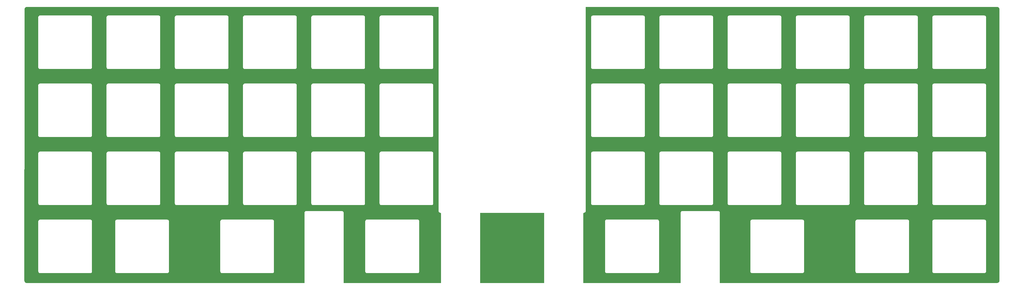
<source format=gbr>
%TF.GenerationSoftware,KiCad,Pcbnew,(6.0.7)*%
%TF.CreationDate,2022-10-09T17:11:00+02:00*%
%TF.ProjectId,skoosk switchplate,736b6f6f-736b-4207-9377-69746368706c,rev?*%
%TF.SameCoordinates,Original*%
%TF.FileFunction,Copper,L1,Top*%
%TF.FilePolarity,Positive*%
%FSLAX46Y46*%
G04 Gerber Fmt 4.6, Leading zero omitted, Abs format (unit mm)*
G04 Created by KiCad (PCBNEW (6.0.7)) date 2022-10-09 17:11:00*
%MOMM*%
%LPD*%
G01*
G04 APERTURE LIST*
G04 APERTURE END LIST*
%TA.AperFunction,NonConductor*%
G36*
X274391618Y-11559000D02*
G01*
X274406452Y-11561310D01*
X274406455Y-11561310D01*
X274415324Y-11562691D01*
X274425259Y-11561392D01*
X274426346Y-11561250D01*
X274455031Y-11560793D01*
X274528341Y-11568013D01*
X274557812Y-11570916D01*
X274582032Y-11575733D01*
X274701146Y-11611866D01*
X274723955Y-11621315D01*
X274833724Y-11679987D01*
X274854255Y-11693705D01*
X274950476Y-11772671D01*
X274967929Y-11790124D01*
X275046895Y-11886345D01*
X275060613Y-11906876D01*
X275119285Y-12016645D01*
X275128734Y-12039454D01*
X275164867Y-12158568D01*
X275169684Y-12182789D01*
X275179141Y-12278809D01*
X275178691Y-12294868D01*
X275179400Y-12294877D01*
X275179290Y-12303853D01*
X275177909Y-12312724D01*
X275179073Y-12321626D01*
X275179073Y-12321628D01*
X275182036Y-12344283D01*
X275183100Y-12360621D01*
X275183100Y-88063233D01*
X275181600Y-88082618D01*
X275180050Y-88092576D01*
X275177909Y-88106324D01*
X275179073Y-88115226D01*
X275179350Y-88117346D01*
X275179807Y-88146031D01*
X275179362Y-88150552D01*
X275169684Y-88248812D01*
X275164867Y-88273032D01*
X275128734Y-88392146D01*
X275119285Y-88414955D01*
X275060613Y-88524724D01*
X275046895Y-88545255D01*
X274967929Y-88641476D01*
X274950476Y-88658929D01*
X274854255Y-88737895D01*
X274833724Y-88751613D01*
X274723955Y-88810285D01*
X274701146Y-88819734D01*
X274582032Y-88855867D01*
X274557811Y-88860684D01*
X274461791Y-88870141D01*
X274445732Y-88869691D01*
X274445723Y-88870400D01*
X274436749Y-88870291D01*
X274427876Y-88868909D01*
X274396283Y-88873040D01*
X274379966Y-88874104D01*
X230539729Y-88878218D01*
X197230512Y-88881343D01*
X197162389Y-88861347D01*
X197115891Y-88807696D01*
X197104500Y-88755343D01*
X197104500Y-85682721D01*
X205627024Y-85682721D01*
X205631258Y-85697534D01*
X205635150Y-85711153D01*
X205638728Y-85727915D01*
X205642920Y-85757187D01*
X205646634Y-85765355D01*
X205646634Y-85765356D01*
X205653548Y-85780562D01*
X205659996Y-85798086D01*
X205667051Y-85822771D01*
X205671843Y-85830365D01*
X205671844Y-85830368D01*
X205682830Y-85847780D01*
X205690969Y-85862863D01*
X205703208Y-85889782D01*
X205709069Y-85896584D01*
X205719970Y-85909235D01*
X205731073Y-85924239D01*
X205744776Y-85945958D01*
X205751501Y-85951897D01*
X205751504Y-85951901D01*
X205766938Y-85965532D01*
X205778982Y-85977724D01*
X205792427Y-85993327D01*
X205792430Y-85993329D01*
X205798287Y-86000127D01*
X205805816Y-86005007D01*
X205805817Y-86005008D01*
X205819835Y-86014094D01*
X205834709Y-86025385D01*
X205847217Y-86036431D01*
X205853951Y-86042378D01*
X205876102Y-86052778D01*
X205880711Y-86054942D01*
X205895691Y-86063263D01*
X205912983Y-86074471D01*
X205912988Y-86074473D01*
X205920515Y-86079352D01*
X205929108Y-86081922D01*
X205929113Y-86081924D01*
X205945120Y-86086711D01*
X205962564Y-86093372D01*
X205977676Y-86100467D01*
X205977678Y-86100468D01*
X205985800Y-86104281D01*
X205994667Y-86105662D01*
X205994668Y-86105662D01*
X205997353Y-86106080D01*
X206015017Y-86108830D01*
X206031732Y-86112613D01*
X206051466Y-86118515D01*
X206051472Y-86118516D01*
X206060066Y-86121086D01*
X206069037Y-86121141D01*
X206069038Y-86121141D01*
X206079097Y-86121202D01*
X206094506Y-86121296D01*
X206095289Y-86121329D01*
X206096386Y-86121500D01*
X206127377Y-86121500D01*
X206128147Y-86121502D01*
X206201785Y-86121952D01*
X206201786Y-86121952D01*
X206205721Y-86121976D01*
X206207065Y-86121592D01*
X206208410Y-86121500D01*
X220097377Y-86121500D01*
X220098148Y-86121502D01*
X220175721Y-86121976D01*
X220204152Y-86113850D01*
X220220915Y-86110272D01*
X220221753Y-86110152D01*
X220250187Y-86106080D01*
X220259212Y-86101977D01*
X220273562Y-86095452D01*
X220291087Y-86089004D01*
X220296153Y-86087556D01*
X220315771Y-86081949D01*
X220323365Y-86077157D01*
X220323368Y-86077156D01*
X220340780Y-86066170D01*
X220355865Y-86058030D01*
X220382782Y-86045792D01*
X220402235Y-86029030D01*
X220417239Y-86017927D01*
X220438958Y-86004224D01*
X220444897Y-85997499D01*
X220444901Y-85997496D01*
X220458532Y-85982062D01*
X220470724Y-85970018D01*
X220486327Y-85956573D01*
X220486329Y-85956570D01*
X220493127Y-85950713D01*
X220507094Y-85929165D01*
X220518385Y-85914291D01*
X220529431Y-85901783D01*
X220529432Y-85901782D01*
X220535378Y-85895049D01*
X220547943Y-85868287D01*
X220556263Y-85853309D01*
X220567471Y-85836017D01*
X220567473Y-85836012D01*
X220572352Y-85828485D01*
X220574922Y-85819892D01*
X220574924Y-85819887D01*
X220579711Y-85803880D01*
X220586372Y-85786436D01*
X220593467Y-85771324D01*
X220593468Y-85771322D01*
X220597281Y-85763200D01*
X220601830Y-85733983D01*
X220605613Y-85717268D01*
X220611515Y-85697534D01*
X220611516Y-85697528D01*
X220614086Y-85688934D01*
X220614124Y-85682721D01*
X234964024Y-85682721D01*
X234968258Y-85697534D01*
X234972150Y-85711153D01*
X234975728Y-85727915D01*
X234979920Y-85757187D01*
X234983634Y-85765355D01*
X234983634Y-85765356D01*
X234990548Y-85780562D01*
X234996996Y-85798086D01*
X235004051Y-85822771D01*
X235008843Y-85830365D01*
X235008844Y-85830368D01*
X235019830Y-85847780D01*
X235027969Y-85862863D01*
X235040208Y-85889782D01*
X235046069Y-85896584D01*
X235056970Y-85909235D01*
X235068073Y-85924239D01*
X235081776Y-85945958D01*
X235088501Y-85951897D01*
X235088504Y-85951901D01*
X235103938Y-85965532D01*
X235115982Y-85977724D01*
X235129427Y-85993327D01*
X235129430Y-85993329D01*
X235135287Y-86000127D01*
X235142816Y-86005007D01*
X235142817Y-86005008D01*
X235156835Y-86014094D01*
X235171709Y-86025385D01*
X235184217Y-86036431D01*
X235190951Y-86042378D01*
X235213102Y-86052778D01*
X235217711Y-86054942D01*
X235232691Y-86063263D01*
X235249983Y-86074471D01*
X235249988Y-86074473D01*
X235257515Y-86079352D01*
X235266108Y-86081922D01*
X235266113Y-86081924D01*
X235282120Y-86086711D01*
X235299564Y-86093372D01*
X235314676Y-86100467D01*
X235314678Y-86100468D01*
X235322800Y-86104281D01*
X235331667Y-86105662D01*
X235331668Y-86105662D01*
X235334353Y-86106080D01*
X235352017Y-86108830D01*
X235368732Y-86112613D01*
X235388466Y-86118515D01*
X235388472Y-86118516D01*
X235397066Y-86121086D01*
X235406037Y-86121141D01*
X235406038Y-86121141D01*
X235416097Y-86121202D01*
X235431506Y-86121296D01*
X235432289Y-86121329D01*
X235433386Y-86121500D01*
X235464377Y-86121500D01*
X235465147Y-86121502D01*
X235538785Y-86121952D01*
X235538786Y-86121952D01*
X235542721Y-86121976D01*
X235544065Y-86121592D01*
X235545410Y-86121500D01*
X249434377Y-86121500D01*
X249435148Y-86121502D01*
X249512721Y-86121976D01*
X249541152Y-86113850D01*
X249557915Y-86110272D01*
X249558753Y-86110152D01*
X249587187Y-86106080D01*
X249596212Y-86101977D01*
X249610562Y-86095452D01*
X249628087Y-86089004D01*
X249633153Y-86087556D01*
X249652771Y-86081949D01*
X249660365Y-86077157D01*
X249660368Y-86077156D01*
X249677780Y-86066170D01*
X249692865Y-86058030D01*
X249719782Y-86045792D01*
X249739235Y-86029030D01*
X249754239Y-86017927D01*
X249775958Y-86004224D01*
X249781897Y-85997499D01*
X249781901Y-85997496D01*
X249795532Y-85982062D01*
X249807724Y-85970018D01*
X249823327Y-85956573D01*
X249823329Y-85956570D01*
X249830127Y-85950713D01*
X249844094Y-85929165D01*
X249855385Y-85914291D01*
X249866431Y-85901783D01*
X249866432Y-85901782D01*
X249872378Y-85895049D01*
X249884943Y-85868287D01*
X249893263Y-85853309D01*
X249904471Y-85836017D01*
X249904473Y-85836012D01*
X249909352Y-85828485D01*
X249911922Y-85819892D01*
X249911924Y-85819887D01*
X249916711Y-85803880D01*
X249923372Y-85786436D01*
X249930467Y-85771324D01*
X249930468Y-85771322D01*
X249934281Y-85763200D01*
X249938830Y-85733983D01*
X249942613Y-85717268D01*
X249948515Y-85697534D01*
X249948516Y-85697528D01*
X249951086Y-85688934D01*
X249951124Y-85682721D01*
X256427024Y-85682721D01*
X256431258Y-85697534D01*
X256435150Y-85711153D01*
X256438728Y-85727915D01*
X256442920Y-85757187D01*
X256446634Y-85765355D01*
X256446634Y-85765356D01*
X256453548Y-85780562D01*
X256459996Y-85798086D01*
X256467051Y-85822771D01*
X256471843Y-85830365D01*
X256471844Y-85830368D01*
X256482830Y-85847780D01*
X256490969Y-85862863D01*
X256503208Y-85889782D01*
X256509069Y-85896584D01*
X256519970Y-85909235D01*
X256531073Y-85924239D01*
X256544776Y-85945958D01*
X256551501Y-85951897D01*
X256551504Y-85951901D01*
X256566938Y-85965532D01*
X256578982Y-85977724D01*
X256592427Y-85993327D01*
X256592430Y-85993329D01*
X256598287Y-86000127D01*
X256605816Y-86005007D01*
X256605817Y-86005008D01*
X256619835Y-86014094D01*
X256634709Y-86025385D01*
X256647217Y-86036431D01*
X256653951Y-86042378D01*
X256676102Y-86052778D01*
X256680711Y-86054942D01*
X256695691Y-86063263D01*
X256712983Y-86074471D01*
X256712988Y-86074473D01*
X256720515Y-86079352D01*
X256729108Y-86081922D01*
X256729113Y-86081924D01*
X256745120Y-86086711D01*
X256762564Y-86093372D01*
X256777676Y-86100467D01*
X256777678Y-86100468D01*
X256785800Y-86104281D01*
X256794667Y-86105662D01*
X256794668Y-86105662D01*
X256797353Y-86106080D01*
X256815017Y-86108830D01*
X256831732Y-86112613D01*
X256851466Y-86118515D01*
X256851472Y-86118516D01*
X256860066Y-86121086D01*
X256869037Y-86121141D01*
X256869038Y-86121141D01*
X256879097Y-86121202D01*
X256894506Y-86121296D01*
X256895289Y-86121329D01*
X256896386Y-86121500D01*
X256927377Y-86121500D01*
X256928147Y-86121502D01*
X257001785Y-86121952D01*
X257001786Y-86121952D01*
X257005721Y-86121976D01*
X257007065Y-86121592D01*
X257008410Y-86121500D01*
X270897377Y-86121500D01*
X270898148Y-86121502D01*
X270975721Y-86121976D01*
X271004152Y-86113850D01*
X271020915Y-86110272D01*
X271021753Y-86110152D01*
X271050187Y-86106080D01*
X271059212Y-86101977D01*
X271073562Y-86095452D01*
X271091087Y-86089004D01*
X271096153Y-86087556D01*
X271115771Y-86081949D01*
X271123365Y-86077157D01*
X271123368Y-86077156D01*
X271140780Y-86066170D01*
X271155865Y-86058030D01*
X271182782Y-86045792D01*
X271202235Y-86029030D01*
X271217239Y-86017927D01*
X271238958Y-86004224D01*
X271244897Y-85997499D01*
X271244901Y-85997496D01*
X271258532Y-85982062D01*
X271270724Y-85970018D01*
X271286327Y-85956573D01*
X271286329Y-85956570D01*
X271293127Y-85950713D01*
X271307094Y-85929165D01*
X271318385Y-85914291D01*
X271329431Y-85901783D01*
X271329432Y-85901782D01*
X271335378Y-85895049D01*
X271347943Y-85868287D01*
X271356263Y-85853309D01*
X271367471Y-85836017D01*
X271367473Y-85836012D01*
X271372352Y-85828485D01*
X271374922Y-85819892D01*
X271374924Y-85819887D01*
X271379711Y-85803880D01*
X271386372Y-85786436D01*
X271393467Y-85771324D01*
X271393468Y-85771322D01*
X271397281Y-85763200D01*
X271401830Y-85733983D01*
X271405613Y-85717268D01*
X271411515Y-85697534D01*
X271411516Y-85697528D01*
X271414086Y-85688934D01*
X271414296Y-85654494D01*
X271414329Y-85653711D01*
X271414500Y-85652614D01*
X271414500Y-85621623D01*
X271414502Y-85620853D01*
X271414952Y-85547215D01*
X271414952Y-85547214D01*
X271414976Y-85543279D01*
X271414592Y-85541935D01*
X271414500Y-85540590D01*
X271414500Y-71651623D01*
X271414502Y-71650853D01*
X271414800Y-71602102D01*
X271414976Y-71573279D01*
X271406850Y-71544847D01*
X271403272Y-71528085D01*
X271403069Y-71526666D01*
X271399080Y-71498813D01*
X271394021Y-71487685D01*
X271388452Y-71475438D01*
X271382004Y-71457913D01*
X271377416Y-71441862D01*
X271374949Y-71433229D01*
X271370156Y-71425632D01*
X271359170Y-71408220D01*
X271351030Y-71393135D01*
X271348293Y-71387115D01*
X271338792Y-71366218D01*
X271322030Y-71346765D01*
X271310927Y-71331761D01*
X271297224Y-71310042D01*
X271290499Y-71304103D01*
X271290496Y-71304099D01*
X271275062Y-71290468D01*
X271263018Y-71278276D01*
X271249573Y-71262673D01*
X271249570Y-71262671D01*
X271243713Y-71255873D01*
X271230009Y-71246990D01*
X271222165Y-71241906D01*
X271207291Y-71230615D01*
X271194783Y-71219569D01*
X271194782Y-71219568D01*
X271188049Y-71213622D01*
X271161287Y-71201057D01*
X271146309Y-71192737D01*
X271129017Y-71181529D01*
X271129012Y-71181527D01*
X271121485Y-71176648D01*
X271112892Y-71174078D01*
X271112887Y-71174076D01*
X271096880Y-71169289D01*
X271079436Y-71162628D01*
X271064324Y-71155533D01*
X271064322Y-71155532D01*
X271056200Y-71151719D01*
X271047333Y-71150338D01*
X271047332Y-71150338D01*
X271036478Y-71148648D01*
X271026983Y-71147170D01*
X271010268Y-71143387D01*
X270990534Y-71137485D01*
X270990528Y-71137484D01*
X270981934Y-71134914D01*
X270972963Y-71134859D01*
X270972962Y-71134859D01*
X270962903Y-71134798D01*
X270947494Y-71134704D01*
X270946711Y-71134671D01*
X270945614Y-71134500D01*
X270914623Y-71134500D01*
X270913853Y-71134498D01*
X270840215Y-71134048D01*
X270840214Y-71134048D01*
X270836279Y-71134024D01*
X270834935Y-71134408D01*
X270833590Y-71134500D01*
X256944623Y-71134500D01*
X256943853Y-71134498D01*
X256943037Y-71134493D01*
X256866279Y-71134024D01*
X256850814Y-71138444D01*
X256837847Y-71142150D01*
X256821085Y-71145728D01*
X256791813Y-71149920D01*
X256783645Y-71153634D01*
X256783644Y-71153634D01*
X256768438Y-71160548D01*
X256750914Y-71166996D01*
X256726229Y-71174051D01*
X256718635Y-71178843D01*
X256718632Y-71178844D01*
X256701220Y-71189830D01*
X256686137Y-71197969D01*
X256659218Y-71210208D01*
X256652416Y-71216069D01*
X256639765Y-71226970D01*
X256624761Y-71238073D01*
X256603042Y-71251776D01*
X256597103Y-71258501D01*
X256597099Y-71258504D01*
X256583468Y-71273938D01*
X256571276Y-71285982D01*
X256555673Y-71299427D01*
X256555671Y-71299430D01*
X256548873Y-71305287D01*
X256543993Y-71312816D01*
X256543992Y-71312817D01*
X256534906Y-71326835D01*
X256523615Y-71341709D01*
X256518668Y-71347311D01*
X256506622Y-71360951D01*
X256500312Y-71374391D01*
X256494058Y-71387711D01*
X256485737Y-71402691D01*
X256474529Y-71419983D01*
X256474527Y-71419988D01*
X256469648Y-71427515D01*
X256467078Y-71436108D01*
X256467076Y-71436113D01*
X256462289Y-71452120D01*
X256455628Y-71469564D01*
X256449970Y-71481615D01*
X256444719Y-71492800D01*
X256443338Y-71501667D01*
X256443338Y-71501668D01*
X256440170Y-71522015D01*
X256436387Y-71538732D01*
X256430485Y-71558466D01*
X256430484Y-71558472D01*
X256427914Y-71567066D01*
X256427859Y-71576037D01*
X256427859Y-71576038D01*
X256427704Y-71601497D01*
X256427671Y-71602289D01*
X256427500Y-71603386D01*
X256427500Y-71634377D01*
X256427498Y-71635147D01*
X256427024Y-71712721D01*
X256427408Y-71714065D01*
X256427500Y-71715410D01*
X256427500Y-85604377D01*
X256427498Y-85605147D01*
X256427024Y-85682721D01*
X249951124Y-85682721D01*
X249951296Y-85654494D01*
X249951329Y-85653711D01*
X249951500Y-85652614D01*
X249951500Y-85621623D01*
X249951502Y-85620853D01*
X249951952Y-85547215D01*
X249951952Y-85547214D01*
X249951976Y-85543279D01*
X249951592Y-85541935D01*
X249951500Y-85540590D01*
X249951500Y-71651623D01*
X249951502Y-71650853D01*
X249951800Y-71602102D01*
X249951976Y-71573279D01*
X249943850Y-71544847D01*
X249940272Y-71528085D01*
X249940069Y-71526666D01*
X249936080Y-71498813D01*
X249931021Y-71487685D01*
X249925452Y-71475438D01*
X249919004Y-71457913D01*
X249914416Y-71441862D01*
X249911949Y-71433229D01*
X249907156Y-71425632D01*
X249896170Y-71408220D01*
X249888030Y-71393135D01*
X249885293Y-71387115D01*
X249875792Y-71366218D01*
X249859030Y-71346765D01*
X249847927Y-71331761D01*
X249834224Y-71310042D01*
X249827499Y-71304103D01*
X249827496Y-71304099D01*
X249812062Y-71290468D01*
X249800018Y-71278276D01*
X249786573Y-71262673D01*
X249786570Y-71262671D01*
X249780713Y-71255873D01*
X249767009Y-71246990D01*
X249759165Y-71241906D01*
X249744291Y-71230615D01*
X249731783Y-71219569D01*
X249731782Y-71219568D01*
X249725049Y-71213622D01*
X249698287Y-71201057D01*
X249683309Y-71192737D01*
X249666017Y-71181529D01*
X249666012Y-71181527D01*
X249658485Y-71176648D01*
X249649892Y-71174078D01*
X249649887Y-71174076D01*
X249633880Y-71169289D01*
X249616436Y-71162628D01*
X249601324Y-71155533D01*
X249601322Y-71155532D01*
X249593200Y-71151719D01*
X249584333Y-71150338D01*
X249584332Y-71150338D01*
X249573478Y-71148648D01*
X249563983Y-71147170D01*
X249547268Y-71143387D01*
X249527534Y-71137485D01*
X249527528Y-71137484D01*
X249518934Y-71134914D01*
X249509963Y-71134859D01*
X249509962Y-71134859D01*
X249499903Y-71134798D01*
X249484494Y-71134704D01*
X249483711Y-71134671D01*
X249482614Y-71134500D01*
X249451623Y-71134500D01*
X249450853Y-71134498D01*
X249377215Y-71134048D01*
X249377214Y-71134048D01*
X249373279Y-71134024D01*
X249371935Y-71134408D01*
X249370590Y-71134500D01*
X235481623Y-71134500D01*
X235480853Y-71134498D01*
X235480037Y-71134493D01*
X235403279Y-71134024D01*
X235387814Y-71138444D01*
X235374847Y-71142150D01*
X235358085Y-71145728D01*
X235328813Y-71149920D01*
X235320645Y-71153634D01*
X235320644Y-71153634D01*
X235305438Y-71160548D01*
X235287914Y-71166996D01*
X235263229Y-71174051D01*
X235255635Y-71178843D01*
X235255632Y-71178844D01*
X235238220Y-71189830D01*
X235223137Y-71197969D01*
X235196218Y-71210208D01*
X235189416Y-71216069D01*
X235176765Y-71226970D01*
X235161761Y-71238073D01*
X235140042Y-71251776D01*
X235134103Y-71258501D01*
X235134099Y-71258504D01*
X235120468Y-71273938D01*
X235108276Y-71285982D01*
X235092673Y-71299427D01*
X235092671Y-71299430D01*
X235085873Y-71305287D01*
X235080993Y-71312816D01*
X235080992Y-71312817D01*
X235071906Y-71326835D01*
X235060615Y-71341709D01*
X235055668Y-71347311D01*
X235043622Y-71360951D01*
X235037312Y-71374391D01*
X235031058Y-71387711D01*
X235022737Y-71402691D01*
X235011529Y-71419983D01*
X235011527Y-71419988D01*
X235006648Y-71427515D01*
X235004078Y-71436108D01*
X235004076Y-71436113D01*
X234999289Y-71452120D01*
X234992628Y-71469564D01*
X234986970Y-71481615D01*
X234981719Y-71492800D01*
X234980338Y-71501667D01*
X234980338Y-71501668D01*
X234977170Y-71522015D01*
X234973387Y-71538732D01*
X234967485Y-71558466D01*
X234967484Y-71558472D01*
X234964914Y-71567066D01*
X234964859Y-71576037D01*
X234964859Y-71576038D01*
X234964704Y-71601497D01*
X234964671Y-71602289D01*
X234964500Y-71603386D01*
X234964500Y-71634377D01*
X234964498Y-71635147D01*
X234964024Y-71712721D01*
X234964408Y-71714065D01*
X234964500Y-71715410D01*
X234964500Y-85604377D01*
X234964498Y-85605147D01*
X234964024Y-85682721D01*
X220614124Y-85682721D01*
X220614296Y-85654494D01*
X220614329Y-85653711D01*
X220614500Y-85652614D01*
X220614500Y-85621623D01*
X220614502Y-85620853D01*
X220614952Y-85547215D01*
X220614952Y-85547214D01*
X220614976Y-85543279D01*
X220614592Y-85541935D01*
X220614500Y-85540590D01*
X220614500Y-71651623D01*
X220614502Y-71650853D01*
X220614800Y-71602102D01*
X220614976Y-71573279D01*
X220606850Y-71544847D01*
X220603272Y-71528085D01*
X220603069Y-71526666D01*
X220599080Y-71498813D01*
X220594021Y-71487685D01*
X220588452Y-71475438D01*
X220582004Y-71457913D01*
X220577416Y-71441862D01*
X220574949Y-71433229D01*
X220570156Y-71425632D01*
X220559170Y-71408220D01*
X220551030Y-71393135D01*
X220548293Y-71387115D01*
X220538792Y-71366218D01*
X220522030Y-71346765D01*
X220510927Y-71331761D01*
X220497224Y-71310042D01*
X220490499Y-71304103D01*
X220490496Y-71304099D01*
X220475062Y-71290468D01*
X220463018Y-71278276D01*
X220449573Y-71262673D01*
X220449570Y-71262671D01*
X220443713Y-71255873D01*
X220430009Y-71246990D01*
X220422165Y-71241906D01*
X220407291Y-71230615D01*
X220394783Y-71219569D01*
X220394782Y-71219568D01*
X220388049Y-71213622D01*
X220361287Y-71201057D01*
X220346309Y-71192737D01*
X220329017Y-71181529D01*
X220329012Y-71181527D01*
X220321485Y-71176648D01*
X220312892Y-71174078D01*
X220312887Y-71174076D01*
X220296880Y-71169289D01*
X220279436Y-71162628D01*
X220264324Y-71155533D01*
X220264322Y-71155532D01*
X220256200Y-71151719D01*
X220247333Y-71150338D01*
X220247332Y-71150338D01*
X220236478Y-71148648D01*
X220226983Y-71147170D01*
X220210268Y-71143387D01*
X220190534Y-71137485D01*
X220190528Y-71137484D01*
X220181934Y-71134914D01*
X220172963Y-71134859D01*
X220172962Y-71134859D01*
X220162903Y-71134798D01*
X220147494Y-71134704D01*
X220146711Y-71134671D01*
X220145614Y-71134500D01*
X220114623Y-71134500D01*
X220113853Y-71134498D01*
X220040215Y-71134048D01*
X220040214Y-71134048D01*
X220036279Y-71134024D01*
X220034935Y-71134408D01*
X220033590Y-71134500D01*
X206144623Y-71134500D01*
X206143853Y-71134498D01*
X206143037Y-71134493D01*
X206066279Y-71134024D01*
X206050814Y-71138444D01*
X206037847Y-71142150D01*
X206021085Y-71145728D01*
X205991813Y-71149920D01*
X205983645Y-71153634D01*
X205983644Y-71153634D01*
X205968438Y-71160548D01*
X205950914Y-71166996D01*
X205926229Y-71174051D01*
X205918635Y-71178843D01*
X205918632Y-71178844D01*
X205901220Y-71189830D01*
X205886137Y-71197969D01*
X205859218Y-71210208D01*
X205852416Y-71216069D01*
X205839765Y-71226970D01*
X205824761Y-71238073D01*
X205803042Y-71251776D01*
X205797103Y-71258501D01*
X205797099Y-71258504D01*
X205783468Y-71273938D01*
X205771276Y-71285982D01*
X205755673Y-71299427D01*
X205755671Y-71299430D01*
X205748873Y-71305287D01*
X205743993Y-71312816D01*
X205743992Y-71312817D01*
X205734906Y-71326835D01*
X205723615Y-71341709D01*
X205718668Y-71347311D01*
X205706622Y-71360951D01*
X205700312Y-71374391D01*
X205694058Y-71387711D01*
X205685737Y-71402691D01*
X205674529Y-71419983D01*
X205674527Y-71419988D01*
X205669648Y-71427515D01*
X205667078Y-71436108D01*
X205667076Y-71436113D01*
X205662289Y-71452120D01*
X205655628Y-71469564D01*
X205649970Y-71481615D01*
X205644719Y-71492800D01*
X205643338Y-71501667D01*
X205643338Y-71501668D01*
X205640170Y-71522015D01*
X205636387Y-71538732D01*
X205630485Y-71558466D01*
X205630484Y-71558472D01*
X205627914Y-71567066D01*
X205627859Y-71576037D01*
X205627859Y-71576038D01*
X205627704Y-71601497D01*
X205627671Y-71602289D01*
X205627500Y-71603386D01*
X205627500Y-71634377D01*
X205627498Y-71635147D01*
X205627024Y-71712721D01*
X205627408Y-71714065D01*
X205627500Y-71715410D01*
X205627500Y-85604377D01*
X205627498Y-85605147D01*
X205627024Y-85682721D01*
X197104500Y-85682721D01*
X197104500Y-69223623D01*
X197104502Y-69222853D01*
X197104608Y-69205490D01*
X197104976Y-69145279D01*
X197096850Y-69116847D01*
X197093272Y-69100085D01*
X197093005Y-69098224D01*
X197089080Y-69070813D01*
X197078451Y-69047436D01*
X197072004Y-69029913D01*
X197064949Y-69005229D01*
X197057163Y-68992889D01*
X197049170Y-68980220D01*
X197041030Y-68965135D01*
X197038564Y-68959711D01*
X197028792Y-68938218D01*
X197021726Y-68930017D01*
X197012030Y-68918765D01*
X197000927Y-68903761D01*
X196987224Y-68882042D01*
X196980499Y-68876103D01*
X196980496Y-68876099D01*
X196965062Y-68862468D01*
X196953018Y-68850276D01*
X196939573Y-68834673D01*
X196939570Y-68834671D01*
X196933713Y-68827873D01*
X196920009Y-68818990D01*
X196912165Y-68813906D01*
X196897291Y-68802615D01*
X196884783Y-68791569D01*
X196884782Y-68791568D01*
X196878049Y-68785622D01*
X196851287Y-68773057D01*
X196836309Y-68764737D01*
X196819017Y-68753529D01*
X196819012Y-68753527D01*
X196811485Y-68748648D01*
X196802892Y-68746078D01*
X196802887Y-68746076D01*
X196786880Y-68741289D01*
X196769436Y-68734628D01*
X196754324Y-68727533D01*
X196754322Y-68727532D01*
X196746200Y-68723719D01*
X196737333Y-68722338D01*
X196737332Y-68722338D01*
X196726478Y-68720648D01*
X196716983Y-68719170D01*
X196700268Y-68715387D01*
X196680534Y-68709485D01*
X196680528Y-68709484D01*
X196671934Y-68706914D01*
X196662963Y-68706859D01*
X196662962Y-68706859D01*
X196652903Y-68706798D01*
X196637494Y-68706704D01*
X196636711Y-68706671D01*
X196635614Y-68706500D01*
X196604623Y-68706500D01*
X196603853Y-68706498D01*
X196530215Y-68706048D01*
X196530214Y-68706048D01*
X196526279Y-68706024D01*
X196524935Y-68706408D01*
X196523590Y-68706500D01*
X186698623Y-68706500D01*
X186697853Y-68706498D01*
X186697037Y-68706493D01*
X186620279Y-68706024D01*
X186597918Y-68712415D01*
X186591847Y-68714150D01*
X186575085Y-68717728D01*
X186545813Y-68721920D01*
X186522953Y-68732314D01*
X186522438Y-68732548D01*
X186504914Y-68738996D01*
X186480229Y-68746051D01*
X186472635Y-68750843D01*
X186472632Y-68750844D01*
X186455220Y-68761830D01*
X186440137Y-68769969D01*
X186413218Y-68782208D01*
X186406416Y-68788069D01*
X186393765Y-68798970D01*
X186378761Y-68810073D01*
X186357042Y-68823776D01*
X186351103Y-68830501D01*
X186351099Y-68830504D01*
X186337468Y-68845938D01*
X186325276Y-68857982D01*
X186309673Y-68871427D01*
X186309671Y-68871430D01*
X186302873Y-68877287D01*
X186297993Y-68884816D01*
X186297992Y-68884817D01*
X186288906Y-68898835D01*
X186277615Y-68913709D01*
X186268202Y-68924368D01*
X186260622Y-68932951D01*
X186248058Y-68959711D01*
X186239737Y-68974691D01*
X186228529Y-68991983D01*
X186228527Y-68991988D01*
X186223648Y-68999515D01*
X186221078Y-69008108D01*
X186221076Y-69008113D01*
X186216289Y-69024120D01*
X186209628Y-69041564D01*
X186203173Y-69055313D01*
X186198719Y-69064800D01*
X186197338Y-69073667D01*
X186197338Y-69073668D01*
X186194170Y-69094015D01*
X186190387Y-69110732D01*
X186184485Y-69130466D01*
X186184484Y-69130472D01*
X186181914Y-69139066D01*
X186181859Y-69148037D01*
X186181859Y-69148038D01*
X186181835Y-69152030D01*
X186181735Y-69168471D01*
X186181704Y-69173497D01*
X186181671Y-69174289D01*
X186181500Y-69175386D01*
X186181500Y-69206377D01*
X186181498Y-69207147D01*
X186181348Y-69231777D01*
X186181024Y-69284721D01*
X186181408Y-69286065D01*
X186181500Y-69287410D01*
X186181500Y-88756392D01*
X186161498Y-88824513D01*
X186107842Y-88871006D01*
X186055513Y-88882392D01*
X172507616Y-88883663D01*
X159130512Y-88884918D01*
X159062389Y-88864922D01*
X159015891Y-88811271D01*
X159004500Y-88758918D01*
X159004500Y-85693121D01*
X165073624Y-85693121D01*
X165076091Y-85701752D01*
X165081750Y-85721553D01*
X165085328Y-85738315D01*
X165089520Y-85767587D01*
X165099295Y-85789085D01*
X165100148Y-85790962D01*
X165106596Y-85808486D01*
X165113651Y-85833171D01*
X165118443Y-85840765D01*
X165118444Y-85840768D01*
X165129430Y-85858180D01*
X165137569Y-85873263D01*
X165149808Y-85900182D01*
X165155669Y-85906984D01*
X165166570Y-85919635D01*
X165177673Y-85934639D01*
X165191376Y-85956358D01*
X165198101Y-85962297D01*
X165198104Y-85962301D01*
X165213538Y-85975932D01*
X165225582Y-85988124D01*
X165239027Y-86003727D01*
X165239030Y-86003729D01*
X165244887Y-86010527D01*
X165252416Y-86015407D01*
X165252417Y-86015408D01*
X165266435Y-86024494D01*
X165281309Y-86035785D01*
X165293095Y-86046193D01*
X165300551Y-86052778D01*
X165322883Y-86063263D01*
X165327311Y-86065342D01*
X165342291Y-86073663D01*
X165359583Y-86084871D01*
X165359588Y-86084873D01*
X165367115Y-86089752D01*
X165375708Y-86092322D01*
X165375713Y-86092324D01*
X165391720Y-86097111D01*
X165409164Y-86103772D01*
X165424276Y-86110867D01*
X165424278Y-86110868D01*
X165432400Y-86114681D01*
X165441267Y-86116062D01*
X165441268Y-86116062D01*
X165443953Y-86116480D01*
X165461617Y-86119230D01*
X165478332Y-86123013D01*
X165498066Y-86128915D01*
X165498072Y-86128916D01*
X165506666Y-86131486D01*
X165515637Y-86131541D01*
X165515638Y-86131541D01*
X165525697Y-86131602D01*
X165541106Y-86131696D01*
X165541889Y-86131729D01*
X165542986Y-86131900D01*
X165573977Y-86131900D01*
X165574747Y-86131902D01*
X165648385Y-86132352D01*
X165648386Y-86132352D01*
X165652321Y-86132376D01*
X165653665Y-86131992D01*
X165655010Y-86131900D01*
X179594777Y-86131900D01*
X179595548Y-86131902D01*
X179673121Y-86132376D01*
X179701552Y-86124250D01*
X179718315Y-86120672D01*
X179719153Y-86120552D01*
X179747587Y-86116480D01*
X179770964Y-86105851D01*
X179788487Y-86099404D01*
X179813171Y-86092349D01*
X179820765Y-86087557D01*
X179820768Y-86087556D01*
X179838180Y-86076570D01*
X179853265Y-86068430D01*
X179880182Y-86056192D01*
X179899635Y-86039430D01*
X179914639Y-86028327D01*
X179936358Y-86014624D01*
X179942297Y-86007899D01*
X179942301Y-86007896D01*
X179955932Y-85992462D01*
X179968124Y-85980418D01*
X179983727Y-85966973D01*
X179983729Y-85966970D01*
X179990527Y-85961113D01*
X180004494Y-85939565D01*
X180015785Y-85924691D01*
X180026831Y-85912183D01*
X180026832Y-85912182D01*
X180032778Y-85905449D01*
X180045343Y-85878687D01*
X180053663Y-85863709D01*
X180064871Y-85846417D01*
X180064873Y-85846412D01*
X180069752Y-85838885D01*
X180072322Y-85830292D01*
X180072324Y-85830287D01*
X180077111Y-85814280D01*
X180083772Y-85796836D01*
X180090867Y-85781724D01*
X180090868Y-85781722D01*
X180094681Y-85773600D01*
X180096301Y-85763200D01*
X180099230Y-85744385D01*
X180103013Y-85727668D01*
X180108915Y-85707934D01*
X180108916Y-85707928D01*
X180111486Y-85699334D01*
X180111588Y-85682721D01*
X180111696Y-85664903D01*
X180111729Y-85664111D01*
X180111900Y-85663014D01*
X180111900Y-85632023D01*
X180111902Y-85631253D01*
X180112352Y-85557615D01*
X180112352Y-85557614D01*
X180112376Y-85553679D01*
X180111992Y-85552335D01*
X180111900Y-85550990D01*
X180111900Y-71611223D01*
X180111902Y-71610453D01*
X180112200Y-71561702D01*
X180112376Y-71532879D01*
X180104250Y-71504447D01*
X180100672Y-71487685D01*
X180097752Y-71467298D01*
X180096480Y-71458413D01*
X180085851Y-71435036D01*
X180079404Y-71417513D01*
X180076748Y-71408220D01*
X180072349Y-71392829D01*
X180067556Y-71385232D01*
X180056570Y-71367820D01*
X180048430Y-71352735D01*
X180045964Y-71347311D01*
X180036192Y-71325818D01*
X180019430Y-71306365D01*
X180008327Y-71291361D01*
X179994624Y-71269642D01*
X179987899Y-71263703D01*
X179987896Y-71263699D01*
X179972462Y-71250068D01*
X179960418Y-71237876D01*
X179946973Y-71222273D01*
X179946970Y-71222271D01*
X179941113Y-71215473D01*
X179932991Y-71210208D01*
X179919565Y-71201506D01*
X179904691Y-71190215D01*
X179892183Y-71179169D01*
X179892182Y-71179168D01*
X179885449Y-71173222D01*
X179858687Y-71160657D01*
X179843709Y-71152337D01*
X179826417Y-71141129D01*
X179826412Y-71141127D01*
X179818885Y-71136248D01*
X179810292Y-71133678D01*
X179810287Y-71133676D01*
X179794280Y-71128889D01*
X179776836Y-71122228D01*
X179761724Y-71115133D01*
X179761722Y-71115132D01*
X179753600Y-71111319D01*
X179744733Y-71109938D01*
X179744732Y-71109938D01*
X179733878Y-71108248D01*
X179724383Y-71106770D01*
X179707668Y-71102987D01*
X179687934Y-71097085D01*
X179687928Y-71097084D01*
X179679334Y-71094514D01*
X179670363Y-71094459D01*
X179670362Y-71094459D01*
X179660303Y-71094398D01*
X179644894Y-71094304D01*
X179644111Y-71094271D01*
X179643014Y-71094100D01*
X179612023Y-71094100D01*
X179611253Y-71094098D01*
X179537615Y-71093648D01*
X179537614Y-71093648D01*
X179533679Y-71093624D01*
X179532335Y-71094008D01*
X179530990Y-71094100D01*
X165591223Y-71094100D01*
X165590453Y-71094098D01*
X165589637Y-71094093D01*
X165512879Y-71093624D01*
X165490518Y-71100015D01*
X165484447Y-71101750D01*
X165467685Y-71105328D01*
X165438413Y-71109520D01*
X165430245Y-71113234D01*
X165430244Y-71113234D01*
X165415038Y-71120148D01*
X165397514Y-71126596D01*
X165372829Y-71133651D01*
X165365235Y-71138443D01*
X165365232Y-71138444D01*
X165347820Y-71149430D01*
X165332737Y-71157569D01*
X165305818Y-71169808D01*
X165299016Y-71175669D01*
X165286365Y-71186570D01*
X165271361Y-71197673D01*
X165249642Y-71211376D01*
X165243703Y-71218101D01*
X165243699Y-71218104D01*
X165230068Y-71233538D01*
X165217876Y-71245582D01*
X165202273Y-71259027D01*
X165202271Y-71259030D01*
X165195473Y-71264887D01*
X165190593Y-71272416D01*
X165190592Y-71272417D01*
X165181506Y-71286435D01*
X165170215Y-71301309D01*
X165162503Y-71310042D01*
X165153222Y-71320551D01*
X165144244Y-71339674D01*
X165140658Y-71347311D01*
X165132337Y-71362291D01*
X165121129Y-71379583D01*
X165121127Y-71379588D01*
X165116248Y-71387115D01*
X165113678Y-71395708D01*
X165113676Y-71395713D01*
X165108889Y-71411720D01*
X165102228Y-71429164D01*
X165095133Y-71444276D01*
X165091319Y-71452400D01*
X165089938Y-71461267D01*
X165089938Y-71461268D01*
X165086770Y-71481615D01*
X165082987Y-71498332D01*
X165077085Y-71518066D01*
X165077084Y-71518072D01*
X165074514Y-71526666D01*
X165074459Y-71535637D01*
X165074459Y-71535638D01*
X165074304Y-71561097D01*
X165074271Y-71561889D01*
X165074100Y-71562986D01*
X165074100Y-71593977D01*
X165074098Y-71594747D01*
X165073624Y-71672321D01*
X165074008Y-71673665D01*
X165074100Y-71675010D01*
X165074100Y-85614777D01*
X165074098Y-85615547D01*
X165073624Y-85693121D01*
X159004500Y-85693121D01*
X159004500Y-69341550D01*
X159024502Y-69273429D01*
X159078158Y-69226936D01*
X159131269Y-69215552D01*
X159174122Y-69215813D01*
X159200721Y-69215976D01*
X159229152Y-69207850D01*
X159245915Y-69204272D01*
X159246753Y-69204152D01*
X159275187Y-69200080D01*
X159298564Y-69189451D01*
X159316087Y-69183004D01*
X159340771Y-69175949D01*
X159348365Y-69171157D01*
X159348368Y-69171156D01*
X159365780Y-69160170D01*
X159380865Y-69152030D01*
X159407782Y-69139792D01*
X159427235Y-69123030D01*
X159442239Y-69111927D01*
X159463958Y-69098224D01*
X159469897Y-69091499D01*
X159469901Y-69091496D01*
X159483532Y-69076062D01*
X159495724Y-69064018D01*
X159511327Y-69050573D01*
X159511329Y-69050570D01*
X159518127Y-69044713D01*
X159532094Y-69023165D01*
X159543385Y-69008291D01*
X159554431Y-68995783D01*
X159554432Y-68995782D01*
X159560378Y-68989049D01*
X159572943Y-68962287D01*
X159581263Y-68947309D01*
X159592471Y-68930017D01*
X159592473Y-68930012D01*
X159597352Y-68922485D01*
X159599922Y-68913892D01*
X159599924Y-68913887D01*
X159604711Y-68897880D01*
X159611372Y-68880436D01*
X159618467Y-68865324D01*
X159618468Y-68865322D01*
X159622281Y-68857200D01*
X159626830Y-68827983D01*
X159630613Y-68811268D01*
X159636515Y-68791534D01*
X159636516Y-68791528D01*
X159639086Y-68782934D01*
X159639147Y-68773058D01*
X159639226Y-68760028D01*
X159639296Y-68748494D01*
X159639329Y-68747711D01*
X159639500Y-68746614D01*
X159639500Y-68715623D01*
X159639502Y-68714853D01*
X159639952Y-68641215D01*
X159639952Y-68641214D01*
X159639976Y-68637279D01*
X159639592Y-68635935D01*
X159639500Y-68634590D01*
X159639500Y-66632721D01*
X161177024Y-66632721D01*
X161181258Y-66647534D01*
X161185150Y-66661153D01*
X161188728Y-66677915D01*
X161192920Y-66707187D01*
X161196634Y-66715355D01*
X161196634Y-66715356D01*
X161203548Y-66730562D01*
X161209996Y-66748086D01*
X161217051Y-66772771D01*
X161221843Y-66780365D01*
X161221844Y-66780368D01*
X161232830Y-66797780D01*
X161240969Y-66812863D01*
X161253208Y-66839782D01*
X161259069Y-66846584D01*
X161269970Y-66859235D01*
X161281073Y-66874239D01*
X161294776Y-66895958D01*
X161301501Y-66901897D01*
X161301504Y-66901901D01*
X161316938Y-66915532D01*
X161328982Y-66927724D01*
X161342427Y-66943327D01*
X161342430Y-66943329D01*
X161348287Y-66950127D01*
X161355816Y-66955007D01*
X161355817Y-66955008D01*
X161369835Y-66964094D01*
X161384709Y-66975385D01*
X161392913Y-66982630D01*
X161403951Y-66992378D01*
X161430711Y-67004942D01*
X161445691Y-67013263D01*
X161462983Y-67024471D01*
X161462988Y-67024473D01*
X161470515Y-67029352D01*
X161479108Y-67031922D01*
X161479113Y-67031924D01*
X161495120Y-67036711D01*
X161512564Y-67043372D01*
X161527676Y-67050467D01*
X161527678Y-67050468D01*
X161535800Y-67054281D01*
X161544667Y-67055662D01*
X161544668Y-67055662D01*
X161547353Y-67056080D01*
X161565017Y-67058830D01*
X161581732Y-67062613D01*
X161601466Y-67068515D01*
X161601472Y-67068516D01*
X161610066Y-67071086D01*
X161619037Y-67071141D01*
X161619038Y-67071141D01*
X161629097Y-67071202D01*
X161644506Y-67071296D01*
X161645289Y-67071329D01*
X161646386Y-67071500D01*
X161677377Y-67071500D01*
X161678147Y-67071502D01*
X161751785Y-67071952D01*
X161751786Y-67071952D01*
X161755721Y-67071976D01*
X161757065Y-67071592D01*
X161758410Y-67071500D01*
X175647377Y-67071500D01*
X175648148Y-67071502D01*
X175725721Y-67071976D01*
X175754152Y-67063850D01*
X175770915Y-67060272D01*
X175771753Y-67060152D01*
X175800187Y-67056080D01*
X175823564Y-67045451D01*
X175841087Y-67039004D01*
X175865771Y-67031949D01*
X175873365Y-67027157D01*
X175873368Y-67027156D01*
X175890780Y-67016170D01*
X175905865Y-67008030D01*
X175932782Y-66995792D01*
X175952235Y-66979030D01*
X175967239Y-66967927D01*
X175988958Y-66954224D01*
X175994897Y-66947499D01*
X175994901Y-66947496D01*
X176008532Y-66932062D01*
X176020724Y-66920018D01*
X176036327Y-66906573D01*
X176036329Y-66906570D01*
X176043127Y-66900713D01*
X176049986Y-66890132D01*
X176057094Y-66879165D01*
X176068385Y-66864291D01*
X176079431Y-66851783D01*
X176079432Y-66851782D01*
X176085378Y-66845049D01*
X176097943Y-66818287D01*
X176106263Y-66803309D01*
X176117471Y-66786017D01*
X176117473Y-66786012D01*
X176122352Y-66778485D01*
X176124922Y-66769892D01*
X176124924Y-66769887D01*
X176129711Y-66753880D01*
X176136372Y-66736436D01*
X176143467Y-66721324D01*
X176143468Y-66721322D01*
X176147281Y-66713200D01*
X176151830Y-66683983D01*
X176155613Y-66667268D01*
X176161515Y-66647534D01*
X176161516Y-66647528D01*
X176164086Y-66638934D01*
X176164124Y-66632721D01*
X180227024Y-66632721D01*
X180231258Y-66647534D01*
X180235150Y-66661153D01*
X180238728Y-66677915D01*
X180242920Y-66707187D01*
X180246634Y-66715355D01*
X180246634Y-66715356D01*
X180253548Y-66730562D01*
X180259996Y-66748086D01*
X180267051Y-66772771D01*
X180271843Y-66780365D01*
X180271844Y-66780368D01*
X180282830Y-66797780D01*
X180290969Y-66812863D01*
X180303208Y-66839782D01*
X180309069Y-66846584D01*
X180319970Y-66859235D01*
X180331073Y-66874239D01*
X180344776Y-66895958D01*
X180351501Y-66901897D01*
X180351504Y-66901901D01*
X180366938Y-66915532D01*
X180378982Y-66927724D01*
X180392427Y-66943327D01*
X180392430Y-66943329D01*
X180398287Y-66950127D01*
X180405816Y-66955007D01*
X180405817Y-66955008D01*
X180419835Y-66964094D01*
X180434709Y-66975385D01*
X180442913Y-66982630D01*
X180453951Y-66992378D01*
X180480711Y-67004942D01*
X180495691Y-67013263D01*
X180512983Y-67024471D01*
X180512988Y-67024473D01*
X180520515Y-67029352D01*
X180529108Y-67031922D01*
X180529113Y-67031924D01*
X180545120Y-67036711D01*
X180562564Y-67043372D01*
X180577676Y-67050467D01*
X180577678Y-67050468D01*
X180585800Y-67054281D01*
X180594667Y-67055662D01*
X180594668Y-67055662D01*
X180597353Y-67056080D01*
X180615017Y-67058830D01*
X180631732Y-67062613D01*
X180651466Y-67068515D01*
X180651472Y-67068516D01*
X180660066Y-67071086D01*
X180669037Y-67071141D01*
X180669038Y-67071141D01*
X180679097Y-67071202D01*
X180694506Y-67071296D01*
X180695289Y-67071329D01*
X180696386Y-67071500D01*
X180727377Y-67071500D01*
X180728147Y-67071502D01*
X180801785Y-67071952D01*
X180801786Y-67071952D01*
X180805721Y-67071976D01*
X180807065Y-67071592D01*
X180808410Y-67071500D01*
X194697377Y-67071500D01*
X194698148Y-67071502D01*
X194775721Y-67071976D01*
X194804152Y-67063850D01*
X194820915Y-67060272D01*
X194821753Y-67060152D01*
X194850187Y-67056080D01*
X194873564Y-67045451D01*
X194891087Y-67039004D01*
X194915771Y-67031949D01*
X194923365Y-67027157D01*
X194923368Y-67027156D01*
X194940780Y-67016170D01*
X194955865Y-67008030D01*
X194982782Y-66995792D01*
X195002235Y-66979030D01*
X195017239Y-66967927D01*
X195038958Y-66954224D01*
X195044897Y-66947499D01*
X195044901Y-66947496D01*
X195058532Y-66932062D01*
X195070724Y-66920018D01*
X195086327Y-66906573D01*
X195086329Y-66906570D01*
X195093127Y-66900713D01*
X195099986Y-66890132D01*
X195107094Y-66879165D01*
X195118385Y-66864291D01*
X195129431Y-66851783D01*
X195129432Y-66851782D01*
X195135378Y-66845049D01*
X195147943Y-66818287D01*
X195156263Y-66803309D01*
X195167471Y-66786017D01*
X195167473Y-66786012D01*
X195172352Y-66778485D01*
X195174922Y-66769892D01*
X195174924Y-66769887D01*
X195179711Y-66753880D01*
X195186372Y-66736436D01*
X195193467Y-66721324D01*
X195193468Y-66721322D01*
X195197281Y-66713200D01*
X195201830Y-66683983D01*
X195205613Y-66667268D01*
X195211515Y-66647534D01*
X195211516Y-66647528D01*
X195214086Y-66638934D01*
X195214124Y-66632721D01*
X199277024Y-66632721D01*
X199281258Y-66647534D01*
X199285150Y-66661153D01*
X199288728Y-66677915D01*
X199292920Y-66707187D01*
X199296634Y-66715355D01*
X199296634Y-66715356D01*
X199303548Y-66730562D01*
X199309996Y-66748086D01*
X199317051Y-66772771D01*
X199321843Y-66780365D01*
X199321844Y-66780368D01*
X199332830Y-66797780D01*
X199340969Y-66812863D01*
X199353208Y-66839782D01*
X199359069Y-66846584D01*
X199369970Y-66859235D01*
X199381073Y-66874239D01*
X199394776Y-66895958D01*
X199401501Y-66901897D01*
X199401504Y-66901901D01*
X199416938Y-66915532D01*
X199428982Y-66927724D01*
X199442427Y-66943327D01*
X199442430Y-66943329D01*
X199448287Y-66950127D01*
X199455816Y-66955007D01*
X199455817Y-66955008D01*
X199469835Y-66964094D01*
X199484709Y-66975385D01*
X199492913Y-66982630D01*
X199503951Y-66992378D01*
X199530711Y-67004942D01*
X199545691Y-67013263D01*
X199562983Y-67024471D01*
X199562988Y-67024473D01*
X199570515Y-67029352D01*
X199579108Y-67031922D01*
X199579113Y-67031924D01*
X199595120Y-67036711D01*
X199612564Y-67043372D01*
X199627676Y-67050467D01*
X199627678Y-67050468D01*
X199635800Y-67054281D01*
X199644667Y-67055662D01*
X199644668Y-67055662D01*
X199647353Y-67056080D01*
X199665017Y-67058830D01*
X199681732Y-67062613D01*
X199701466Y-67068515D01*
X199701472Y-67068516D01*
X199710066Y-67071086D01*
X199719037Y-67071141D01*
X199719038Y-67071141D01*
X199729097Y-67071202D01*
X199744506Y-67071296D01*
X199745289Y-67071329D01*
X199746386Y-67071500D01*
X199777377Y-67071500D01*
X199778147Y-67071502D01*
X199851785Y-67071952D01*
X199851786Y-67071952D01*
X199855721Y-67071976D01*
X199857065Y-67071592D01*
X199858410Y-67071500D01*
X213747377Y-67071500D01*
X213748148Y-67071502D01*
X213825721Y-67071976D01*
X213854152Y-67063850D01*
X213870915Y-67060272D01*
X213871753Y-67060152D01*
X213900187Y-67056080D01*
X213923564Y-67045451D01*
X213941087Y-67039004D01*
X213965771Y-67031949D01*
X213973365Y-67027157D01*
X213973368Y-67027156D01*
X213990780Y-67016170D01*
X214005865Y-67008030D01*
X214032782Y-66995792D01*
X214052235Y-66979030D01*
X214067239Y-66967927D01*
X214088958Y-66954224D01*
X214094897Y-66947499D01*
X214094901Y-66947496D01*
X214108532Y-66932062D01*
X214120724Y-66920018D01*
X214136327Y-66906573D01*
X214136329Y-66906570D01*
X214143127Y-66900713D01*
X214149986Y-66890132D01*
X214157094Y-66879165D01*
X214168385Y-66864291D01*
X214179431Y-66851783D01*
X214179432Y-66851782D01*
X214185378Y-66845049D01*
X214197943Y-66818287D01*
X214206263Y-66803309D01*
X214217471Y-66786017D01*
X214217473Y-66786012D01*
X214222352Y-66778485D01*
X214224922Y-66769892D01*
X214224924Y-66769887D01*
X214229711Y-66753880D01*
X214236372Y-66736436D01*
X214243467Y-66721324D01*
X214243468Y-66721322D01*
X214247281Y-66713200D01*
X214251830Y-66683983D01*
X214255613Y-66667268D01*
X214261515Y-66647534D01*
X214261516Y-66647528D01*
X214264086Y-66638934D01*
X214264124Y-66632721D01*
X218327024Y-66632721D01*
X218331258Y-66647534D01*
X218335150Y-66661153D01*
X218338728Y-66677915D01*
X218342920Y-66707187D01*
X218346634Y-66715355D01*
X218346634Y-66715356D01*
X218353548Y-66730562D01*
X218359996Y-66748086D01*
X218367051Y-66772771D01*
X218371843Y-66780365D01*
X218371844Y-66780368D01*
X218382830Y-66797780D01*
X218390969Y-66812863D01*
X218403208Y-66839782D01*
X218409069Y-66846584D01*
X218419970Y-66859235D01*
X218431073Y-66874239D01*
X218444776Y-66895958D01*
X218451501Y-66901897D01*
X218451504Y-66901901D01*
X218466938Y-66915532D01*
X218478982Y-66927724D01*
X218492427Y-66943327D01*
X218492430Y-66943329D01*
X218498287Y-66950127D01*
X218505816Y-66955007D01*
X218505817Y-66955008D01*
X218519835Y-66964094D01*
X218534709Y-66975385D01*
X218542913Y-66982630D01*
X218553951Y-66992378D01*
X218580711Y-67004942D01*
X218595691Y-67013263D01*
X218612983Y-67024471D01*
X218612988Y-67024473D01*
X218620515Y-67029352D01*
X218629108Y-67031922D01*
X218629113Y-67031924D01*
X218645120Y-67036711D01*
X218662564Y-67043372D01*
X218677676Y-67050467D01*
X218677678Y-67050468D01*
X218685800Y-67054281D01*
X218694667Y-67055662D01*
X218694668Y-67055662D01*
X218697353Y-67056080D01*
X218715017Y-67058830D01*
X218731732Y-67062613D01*
X218751466Y-67068515D01*
X218751472Y-67068516D01*
X218760066Y-67071086D01*
X218769037Y-67071141D01*
X218769038Y-67071141D01*
X218779097Y-67071202D01*
X218794506Y-67071296D01*
X218795289Y-67071329D01*
X218796386Y-67071500D01*
X218827377Y-67071500D01*
X218828147Y-67071502D01*
X218901785Y-67071952D01*
X218901786Y-67071952D01*
X218905721Y-67071976D01*
X218907065Y-67071592D01*
X218908410Y-67071500D01*
X232797377Y-67071500D01*
X232798148Y-67071502D01*
X232875721Y-67071976D01*
X232904152Y-67063850D01*
X232920915Y-67060272D01*
X232921753Y-67060152D01*
X232950187Y-67056080D01*
X232973564Y-67045451D01*
X232991087Y-67039004D01*
X233015771Y-67031949D01*
X233023365Y-67027157D01*
X233023368Y-67027156D01*
X233040780Y-67016170D01*
X233055865Y-67008030D01*
X233082782Y-66995792D01*
X233102235Y-66979030D01*
X233117239Y-66967927D01*
X233138958Y-66954224D01*
X233144897Y-66947499D01*
X233144901Y-66947496D01*
X233158532Y-66932062D01*
X233170724Y-66920018D01*
X233186327Y-66906573D01*
X233186329Y-66906570D01*
X233193127Y-66900713D01*
X233199986Y-66890132D01*
X233207094Y-66879165D01*
X233218385Y-66864291D01*
X233229431Y-66851783D01*
X233229432Y-66851782D01*
X233235378Y-66845049D01*
X233247943Y-66818287D01*
X233256263Y-66803309D01*
X233267471Y-66786017D01*
X233267473Y-66786012D01*
X233272352Y-66778485D01*
X233274922Y-66769892D01*
X233274924Y-66769887D01*
X233279711Y-66753880D01*
X233286372Y-66736436D01*
X233293467Y-66721324D01*
X233293468Y-66721322D01*
X233297281Y-66713200D01*
X233301830Y-66683983D01*
X233305613Y-66667268D01*
X233311515Y-66647534D01*
X233311516Y-66647528D01*
X233314086Y-66638934D01*
X233314124Y-66632721D01*
X237377024Y-66632721D01*
X237381258Y-66647534D01*
X237385150Y-66661153D01*
X237388728Y-66677915D01*
X237392920Y-66707187D01*
X237396634Y-66715355D01*
X237396634Y-66715356D01*
X237403548Y-66730562D01*
X237409996Y-66748086D01*
X237417051Y-66772771D01*
X237421843Y-66780365D01*
X237421844Y-66780368D01*
X237432830Y-66797780D01*
X237440969Y-66812863D01*
X237453208Y-66839782D01*
X237459069Y-66846584D01*
X237469970Y-66859235D01*
X237481073Y-66874239D01*
X237494776Y-66895958D01*
X237501501Y-66901897D01*
X237501504Y-66901901D01*
X237516938Y-66915532D01*
X237528982Y-66927724D01*
X237542427Y-66943327D01*
X237542430Y-66943329D01*
X237548287Y-66950127D01*
X237555816Y-66955007D01*
X237555817Y-66955008D01*
X237569835Y-66964094D01*
X237584709Y-66975385D01*
X237592913Y-66982630D01*
X237603951Y-66992378D01*
X237630711Y-67004942D01*
X237645691Y-67013263D01*
X237662983Y-67024471D01*
X237662988Y-67024473D01*
X237670515Y-67029352D01*
X237679108Y-67031922D01*
X237679113Y-67031924D01*
X237695120Y-67036711D01*
X237712564Y-67043372D01*
X237727676Y-67050467D01*
X237727678Y-67050468D01*
X237735800Y-67054281D01*
X237744667Y-67055662D01*
X237744668Y-67055662D01*
X237747353Y-67056080D01*
X237765017Y-67058830D01*
X237781732Y-67062613D01*
X237801466Y-67068515D01*
X237801472Y-67068516D01*
X237810066Y-67071086D01*
X237819037Y-67071141D01*
X237819038Y-67071141D01*
X237829097Y-67071202D01*
X237844506Y-67071296D01*
X237845289Y-67071329D01*
X237846386Y-67071500D01*
X237877377Y-67071500D01*
X237878147Y-67071502D01*
X237951785Y-67071952D01*
X237951786Y-67071952D01*
X237955721Y-67071976D01*
X237957065Y-67071592D01*
X237958410Y-67071500D01*
X251847377Y-67071500D01*
X251848148Y-67071502D01*
X251925721Y-67071976D01*
X251954152Y-67063850D01*
X251970915Y-67060272D01*
X251971753Y-67060152D01*
X252000187Y-67056080D01*
X252023564Y-67045451D01*
X252041087Y-67039004D01*
X252065771Y-67031949D01*
X252073365Y-67027157D01*
X252073368Y-67027156D01*
X252090780Y-67016170D01*
X252105865Y-67008030D01*
X252132782Y-66995792D01*
X252152235Y-66979030D01*
X252167239Y-66967927D01*
X252188958Y-66954224D01*
X252194897Y-66947499D01*
X252194901Y-66947496D01*
X252208532Y-66932062D01*
X252220724Y-66920018D01*
X252236327Y-66906573D01*
X252236329Y-66906570D01*
X252243127Y-66900713D01*
X252249986Y-66890132D01*
X252257094Y-66879165D01*
X252268385Y-66864291D01*
X252279431Y-66851783D01*
X252279432Y-66851782D01*
X252285378Y-66845049D01*
X252297943Y-66818287D01*
X252306263Y-66803309D01*
X252317471Y-66786017D01*
X252317473Y-66786012D01*
X252322352Y-66778485D01*
X252324922Y-66769892D01*
X252324924Y-66769887D01*
X252329711Y-66753880D01*
X252336372Y-66736436D01*
X252343467Y-66721324D01*
X252343468Y-66721322D01*
X252347281Y-66713200D01*
X252351830Y-66683983D01*
X252355613Y-66667268D01*
X252361515Y-66647534D01*
X252361516Y-66647528D01*
X252364086Y-66638934D01*
X252364279Y-66607321D01*
X256427024Y-66607321D01*
X256429491Y-66615952D01*
X256435150Y-66635753D01*
X256438728Y-66652515D01*
X256442920Y-66681787D01*
X256453171Y-66704332D01*
X256453548Y-66705162D01*
X256459996Y-66722686D01*
X256467051Y-66747371D01*
X256471843Y-66754965D01*
X256471844Y-66754968D01*
X256482830Y-66772380D01*
X256490969Y-66787463D01*
X256503208Y-66814382D01*
X256509069Y-66821184D01*
X256519970Y-66833835D01*
X256531073Y-66848839D01*
X256544776Y-66870558D01*
X256551501Y-66876497D01*
X256551504Y-66876501D01*
X256566938Y-66890132D01*
X256578982Y-66902324D01*
X256592427Y-66917927D01*
X256592430Y-66917929D01*
X256598287Y-66924727D01*
X256605816Y-66929607D01*
X256605817Y-66929608D01*
X256619835Y-66938694D01*
X256634709Y-66949985D01*
X256644929Y-66959010D01*
X256653951Y-66966978D01*
X256680711Y-66979542D01*
X256695691Y-66987863D01*
X256712983Y-66999071D01*
X256712988Y-66999073D01*
X256720515Y-67003952D01*
X256729108Y-67006522D01*
X256729113Y-67006524D01*
X256745120Y-67011311D01*
X256762564Y-67017972D01*
X256777676Y-67025067D01*
X256777678Y-67025068D01*
X256785800Y-67028881D01*
X256794667Y-67030262D01*
X256794668Y-67030262D01*
X256797353Y-67030680D01*
X256815017Y-67033430D01*
X256831732Y-67037213D01*
X256851466Y-67043115D01*
X256851472Y-67043116D01*
X256860066Y-67045686D01*
X256869037Y-67045741D01*
X256869038Y-67045741D01*
X256879097Y-67045802D01*
X256894506Y-67045896D01*
X256895289Y-67045929D01*
X256896386Y-67046100D01*
X256927377Y-67046100D01*
X256928147Y-67046102D01*
X257001785Y-67046552D01*
X257001786Y-67046552D01*
X257005721Y-67046576D01*
X257007065Y-67046192D01*
X257008410Y-67046100D01*
X270897377Y-67046100D01*
X270898148Y-67046102D01*
X270975721Y-67046576D01*
X271000857Y-67039392D01*
X271004153Y-67038450D01*
X271020915Y-67034872D01*
X271024099Y-67034416D01*
X271050187Y-67030680D01*
X271073564Y-67020051D01*
X271091087Y-67013604D01*
X271092280Y-67013263D01*
X271115771Y-67006549D01*
X271123365Y-67001757D01*
X271123368Y-67001756D01*
X271140780Y-66990770D01*
X271155865Y-66982630D01*
X271182782Y-66970392D01*
X271202235Y-66953630D01*
X271217239Y-66942527D01*
X271238958Y-66928824D01*
X271244897Y-66922099D01*
X271244901Y-66922096D01*
X271258532Y-66906662D01*
X271270724Y-66894618D01*
X271286327Y-66881173D01*
X271286329Y-66881170D01*
X271293127Y-66875313D01*
X271303549Y-66859235D01*
X271307094Y-66853765D01*
X271318385Y-66838891D01*
X271329431Y-66826383D01*
X271329432Y-66826382D01*
X271335378Y-66819649D01*
X271347943Y-66792887D01*
X271356263Y-66777909D01*
X271367471Y-66760617D01*
X271367473Y-66760612D01*
X271372352Y-66753085D01*
X271374922Y-66744492D01*
X271374924Y-66744487D01*
X271379711Y-66728480D01*
X271386372Y-66711036D01*
X271393467Y-66695924D01*
X271393468Y-66695922D01*
X271397281Y-66687800D01*
X271401830Y-66658583D01*
X271405613Y-66641868D01*
X271411515Y-66622134D01*
X271411516Y-66622128D01*
X271414086Y-66613534D01*
X271414296Y-66579094D01*
X271414329Y-66578311D01*
X271414500Y-66577214D01*
X271414500Y-66546223D01*
X271414502Y-66545453D01*
X271414952Y-66471815D01*
X271414952Y-66471814D01*
X271414976Y-66467879D01*
X271414592Y-66466535D01*
X271414500Y-66465190D01*
X271414500Y-52576223D01*
X271414502Y-52575453D01*
X271414800Y-52526702D01*
X271414976Y-52497879D01*
X271406850Y-52469447D01*
X271403272Y-52452685D01*
X271403126Y-52451668D01*
X271399080Y-52423413D01*
X271388451Y-52400036D01*
X271382004Y-52382513D01*
X271374949Y-52357829D01*
X271367163Y-52345489D01*
X271359170Y-52332820D01*
X271351030Y-52317735D01*
X271348564Y-52312311D01*
X271338792Y-52290818D01*
X271322030Y-52271365D01*
X271310927Y-52256361D01*
X271297224Y-52234642D01*
X271290499Y-52228703D01*
X271290496Y-52228699D01*
X271275062Y-52215068D01*
X271263018Y-52202876D01*
X271249573Y-52187273D01*
X271249570Y-52187271D01*
X271243713Y-52180473D01*
X271230009Y-52171590D01*
X271222165Y-52166506D01*
X271207291Y-52155215D01*
X271194783Y-52144169D01*
X271194782Y-52144168D01*
X271188049Y-52138222D01*
X271161287Y-52125657D01*
X271146309Y-52117337D01*
X271129017Y-52106129D01*
X271129012Y-52106127D01*
X271121485Y-52101248D01*
X271112892Y-52098678D01*
X271112887Y-52098676D01*
X271096880Y-52093889D01*
X271079436Y-52087228D01*
X271064324Y-52080133D01*
X271064322Y-52080132D01*
X271056200Y-52076319D01*
X271047333Y-52074938D01*
X271047332Y-52074938D01*
X271036478Y-52073248D01*
X271026983Y-52071770D01*
X271010268Y-52067987D01*
X270990534Y-52062085D01*
X270990528Y-52062084D01*
X270981934Y-52059514D01*
X270972963Y-52059459D01*
X270972962Y-52059459D01*
X270962903Y-52059398D01*
X270947494Y-52059304D01*
X270946711Y-52059271D01*
X270945614Y-52059100D01*
X270914623Y-52059100D01*
X270913853Y-52059098D01*
X270840215Y-52058648D01*
X270840214Y-52058648D01*
X270836279Y-52058624D01*
X270834935Y-52059008D01*
X270833590Y-52059100D01*
X256944623Y-52059100D01*
X256943853Y-52059098D01*
X256943037Y-52059093D01*
X256866279Y-52058624D01*
X256843918Y-52065015D01*
X256837847Y-52066750D01*
X256821085Y-52070328D01*
X256791813Y-52074520D01*
X256768953Y-52084914D01*
X256768438Y-52085148D01*
X256750914Y-52091596D01*
X256726229Y-52098651D01*
X256718635Y-52103443D01*
X256718632Y-52103444D01*
X256701220Y-52114430D01*
X256686137Y-52122569D01*
X256659218Y-52134808D01*
X256652416Y-52140669D01*
X256639765Y-52151570D01*
X256624761Y-52162673D01*
X256603042Y-52176376D01*
X256597103Y-52183101D01*
X256597099Y-52183104D01*
X256583468Y-52198538D01*
X256571276Y-52210582D01*
X256555673Y-52224027D01*
X256555671Y-52224030D01*
X256548873Y-52229887D01*
X256543993Y-52237416D01*
X256543992Y-52237417D01*
X256534906Y-52251435D01*
X256523615Y-52266309D01*
X256512569Y-52278817D01*
X256506622Y-52285551D01*
X256494058Y-52312311D01*
X256485737Y-52327291D01*
X256474529Y-52344583D01*
X256474527Y-52344588D01*
X256469648Y-52352115D01*
X256467078Y-52360708D01*
X256467076Y-52360713D01*
X256462289Y-52376720D01*
X256455628Y-52394164D01*
X256451893Y-52402120D01*
X256444719Y-52417400D01*
X256443338Y-52426267D01*
X256443338Y-52426268D01*
X256440170Y-52446615D01*
X256436387Y-52463332D01*
X256430485Y-52483066D01*
X256430484Y-52483072D01*
X256427914Y-52491666D01*
X256427859Y-52500637D01*
X256427859Y-52500638D01*
X256427704Y-52526097D01*
X256427671Y-52526889D01*
X256427500Y-52527986D01*
X256427500Y-52558977D01*
X256427498Y-52559747D01*
X256427348Y-52584377D01*
X256427024Y-52637321D01*
X256427408Y-52638665D01*
X256427500Y-52640010D01*
X256427500Y-66528977D01*
X256427498Y-66529747D01*
X256427024Y-66607321D01*
X252364279Y-66607321D01*
X252364296Y-66604494D01*
X252364329Y-66603711D01*
X252364500Y-66602614D01*
X252364500Y-66571623D01*
X252364502Y-66570853D01*
X252364952Y-66497215D01*
X252364952Y-66497214D01*
X252364976Y-66493279D01*
X252364592Y-66491935D01*
X252364500Y-66490590D01*
X252364500Y-52601623D01*
X252364502Y-52600853D01*
X252364800Y-52552102D01*
X252364976Y-52523279D01*
X252358505Y-52500638D01*
X252356850Y-52494847D01*
X252353272Y-52478085D01*
X252350352Y-52457698D01*
X252349080Y-52448813D01*
X252338451Y-52425436D01*
X252332004Y-52407913D01*
X252327416Y-52391862D01*
X252324949Y-52383229D01*
X252320156Y-52375632D01*
X252309170Y-52358220D01*
X252301030Y-52343135D01*
X252293826Y-52327291D01*
X252288792Y-52316218D01*
X252272030Y-52296765D01*
X252260927Y-52281761D01*
X252247224Y-52260042D01*
X252240499Y-52254103D01*
X252240496Y-52254099D01*
X252225062Y-52240468D01*
X252213018Y-52228276D01*
X252199573Y-52212673D01*
X252199570Y-52212671D01*
X252193713Y-52205873D01*
X252180009Y-52196990D01*
X252172165Y-52191906D01*
X252157291Y-52180615D01*
X252144783Y-52169569D01*
X252144782Y-52169568D01*
X252138049Y-52163622D01*
X252111287Y-52151057D01*
X252096309Y-52142737D01*
X252079017Y-52131529D01*
X252079012Y-52131527D01*
X252071485Y-52126648D01*
X252062892Y-52124078D01*
X252062887Y-52124076D01*
X252046880Y-52119289D01*
X252029436Y-52112628D01*
X252014324Y-52105533D01*
X252014322Y-52105532D01*
X252006200Y-52101719D01*
X251997333Y-52100338D01*
X251997332Y-52100338D01*
X251986478Y-52098648D01*
X251976983Y-52097170D01*
X251960268Y-52093387D01*
X251940534Y-52087485D01*
X251940528Y-52087484D01*
X251931934Y-52084914D01*
X251922963Y-52084859D01*
X251922962Y-52084859D01*
X251912903Y-52084798D01*
X251897494Y-52084704D01*
X251896711Y-52084671D01*
X251895614Y-52084500D01*
X251864623Y-52084500D01*
X251863853Y-52084498D01*
X251790215Y-52084048D01*
X251790214Y-52084048D01*
X251786279Y-52084024D01*
X251784935Y-52084408D01*
X251783590Y-52084500D01*
X237894623Y-52084500D01*
X237893853Y-52084498D01*
X237893037Y-52084493D01*
X237816279Y-52084024D01*
X237798788Y-52089023D01*
X237787847Y-52092150D01*
X237771085Y-52095728D01*
X237741813Y-52099920D01*
X237733645Y-52103634D01*
X237733644Y-52103634D01*
X237718438Y-52110548D01*
X237700914Y-52116996D01*
X237676229Y-52124051D01*
X237668635Y-52128843D01*
X237668632Y-52128844D01*
X237651220Y-52139830D01*
X237636137Y-52147969D01*
X237609218Y-52160208D01*
X237602416Y-52166069D01*
X237589765Y-52176970D01*
X237574761Y-52188073D01*
X237553042Y-52201776D01*
X237547103Y-52208501D01*
X237547099Y-52208504D01*
X237533468Y-52223938D01*
X237521276Y-52235982D01*
X237505673Y-52249427D01*
X237505671Y-52249430D01*
X237498873Y-52255287D01*
X237493993Y-52262816D01*
X237493992Y-52262817D01*
X237484906Y-52276835D01*
X237473615Y-52291709D01*
X237462569Y-52304217D01*
X237456622Y-52310951D01*
X237444058Y-52337711D01*
X237435737Y-52352691D01*
X237424529Y-52369983D01*
X237424527Y-52369988D01*
X237419648Y-52377515D01*
X237417078Y-52386108D01*
X237417076Y-52386113D01*
X237412289Y-52402120D01*
X237405628Y-52419564D01*
X237398533Y-52434676D01*
X237394719Y-52442800D01*
X237393338Y-52451667D01*
X237393338Y-52451668D01*
X237390170Y-52472015D01*
X237386387Y-52488732D01*
X237380485Y-52508466D01*
X237380484Y-52508472D01*
X237377914Y-52517066D01*
X237377859Y-52526037D01*
X237377859Y-52526038D01*
X237377704Y-52551497D01*
X237377671Y-52552289D01*
X237377500Y-52553386D01*
X237377500Y-52584377D01*
X237377498Y-52585147D01*
X237377024Y-52662721D01*
X237377408Y-52664065D01*
X237377500Y-52665410D01*
X237377500Y-66554377D01*
X237377498Y-66555147D01*
X237377024Y-66632721D01*
X233314124Y-66632721D01*
X233314296Y-66604494D01*
X233314329Y-66603711D01*
X233314500Y-66602614D01*
X233314500Y-66571623D01*
X233314502Y-66570853D01*
X233314952Y-66497215D01*
X233314952Y-66497214D01*
X233314976Y-66493279D01*
X233314592Y-66491935D01*
X233314500Y-66490590D01*
X233314500Y-52601623D01*
X233314502Y-52600853D01*
X233314800Y-52552102D01*
X233314976Y-52523279D01*
X233308505Y-52500638D01*
X233306850Y-52494847D01*
X233303272Y-52478085D01*
X233300352Y-52457698D01*
X233299080Y-52448813D01*
X233288451Y-52425436D01*
X233282004Y-52407913D01*
X233277416Y-52391862D01*
X233274949Y-52383229D01*
X233270156Y-52375632D01*
X233259170Y-52358220D01*
X233251030Y-52343135D01*
X233243826Y-52327291D01*
X233238792Y-52316218D01*
X233222030Y-52296765D01*
X233210927Y-52281761D01*
X233197224Y-52260042D01*
X233190499Y-52254103D01*
X233190496Y-52254099D01*
X233175062Y-52240468D01*
X233163018Y-52228276D01*
X233149573Y-52212673D01*
X233149570Y-52212671D01*
X233143713Y-52205873D01*
X233130009Y-52196990D01*
X233122165Y-52191906D01*
X233107291Y-52180615D01*
X233094783Y-52169569D01*
X233094782Y-52169568D01*
X233088049Y-52163622D01*
X233061287Y-52151057D01*
X233046309Y-52142737D01*
X233029017Y-52131529D01*
X233029012Y-52131527D01*
X233021485Y-52126648D01*
X233012892Y-52124078D01*
X233012887Y-52124076D01*
X232996880Y-52119289D01*
X232979436Y-52112628D01*
X232964324Y-52105533D01*
X232964322Y-52105532D01*
X232956200Y-52101719D01*
X232947333Y-52100338D01*
X232947332Y-52100338D01*
X232936478Y-52098648D01*
X232926983Y-52097170D01*
X232910268Y-52093387D01*
X232890534Y-52087485D01*
X232890528Y-52087484D01*
X232881934Y-52084914D01*
X232872963Y-52084859D01*
X232872962Y-52084859D01*
X232862903Y-52084798D01*
X232847494Y-52084704D01*
X232846711Y-52084671D01*
X232845614Y-52084500D01*
X232814623Y-52084500D01*
X232813853Y-52084498D01*
X232740215Y-52084048D01*
X232740214Y-52084048D01*
X232736279Y-52084024D01*
X232734935Y-52084408D01*
X232733590Y-52084500D01*
X218844623Y-52084500D01*
X218843853Y-52084498D01*
X218843037Y-52084493D01*
X218766279Y-52084024D01*
X218748788Y-52089023D01*
X218737847Y-52092150D01*
X218721085Y-52095728D01*
X218691813Y-52099920D01*
X218683645Y-52103634D01*
X218683644Y-52103634D01*
X218668438Y-52110548D01*
X218650914Y-52116996D01*
X218626229Y-52124051D01*
X218618635Y-52128843D01*
X218618632Y-52128844D01*
X218601220Y-52139830D01*
X218586137Y-52147969D01*
X218559218Y-52160208D01*
X218552416Y-52166069D01*
X218539765Y-52176970D01*
X218524761Y-52188073D01*
X218503042Y-52201776D01*
X218497103Y-52208501D01*
X218497099Y-52208504D01*
X218483468Y-52223938D01*
X218471276Y-52235982D01*
X218455673Y-52249427D01*
X218455671Y-52249430D01*
X218448873Y-52255287D01*
X218443993Y-52262816D01*
X218443992Y-52262817D01*
X218434906Y-52276835D01*
X218423615Y-52291709D01*
X218412569Y-52304217D01*
X218406622Y-52310951D01*
X218394058Y-52337711D01*
X218385737Y-52352691D01*
X218374529Y-52369983D01*
X218374527Y-52369988D01*
X218369648Y-52377515D01*
X218367078Y-52386108D01*
X218367076Y-52386113D01*
X218362289Y-52402120D01*
X218355628Y-52419564D01*
X218348533Y-52434676D01*
X218344719Y-52442800D01*
X218343338Y-52451667D01*
X218343338Y-52451668D01*
X218340170Y-52472015D01*
X218336387Y-52488732D01*
X218330485Y-52508466D01*
X218330484Y-52508472D01*
X218327914Y-52517066D01*
X218327859Y-52526037D01*
X218327859Y-52526038D01*
X218327704Y-52551497D01*
X218327671Y-52552289D01*
X218327500Y-52553386D01*
X218327500Y-52584377D01*
X218327498Y-52585147D01*
X218327024Y-52662721D01*
X218327408Y-52664065D01*
X218327500Y-52665410D01*
X218327500Y-66554377D01*
X218327498Y-66555147D01*
X218327024Y-66632721D01*
X214264124Y-66632721D01*
X214264296Y-66604494D01*
X214264329Y-66603711D01*
X214264500Y-66602614D01*
X214264500Y-66571623D01*
X214264502Y-66570853D01*
X214264952Y-66497215D01*
X214264952Y-66497214D01*
X214264976Y-66493279D01*
X214264592Y-66491935D01*
X214264500Y-66490590D01*
X214264500Y-52601623D01*
X214264502Y-52600853D01*
X214264800Y-52552102D01*
X214264976Y-52523279D01*
X214258505Y-52500638D01*
X214256850Y-52494847D01*
X214253272Y-52478085D01*
X214250352Y-52457698D01*
X214249080Y-52448813D01*
X214238451Y-52425436D01*
X214232004Y-52407913D01*
X214227416Y-52391862D01*
X214224949Y-52383229D01*
X214220156Y-52375632D01*
X214209170Y-52358220D01*
X214201030Y-52343135D01*
X214193826Y-52327291D01*
X214188792Y-52316218D01*
X214172030Y-52296765D01*
X214160927Y-52281761D01*
X214147224Y-52260042D01*
X214140499Y-52254103D01*
X214140496Y-52254099D01*
X214125062Y-52240468D01*
X214113018Y-52228276D01*
X214099573Y-52212673D01*
X214099570Y-52212671D01*
X214093713Y-52205873D01*
X214080009Y-52196990D01*
X214072165Y-52191906D01*
X214057291Y-52180615D01*
X214044783Y-52169569D01*
X214044782Y-52169568D01*
X214038049Y-52163622D01*
X214011287Y-52151057D01*
X213996309Y-52142737D01*
X213979017Y-52131529D01*
X213979012Y-52131527D01*
X213971485Y-52126648D01*
X213962892Y-52124078D01*
X213962887Y-52124076D01*
X213946880Y-52119289D01*
X213929436Y-52112628D01*
X213914324Y-52105533D01*
X213914322Y-52105532D01*
X213906200Y-52101719D01*
X213897333Y-52100338D01*
X213897332Y-52100338D01*
X213886478Y-52098648D01*
X213876983Y-52097170D01*
X213860268Y-52093387D01*
X213840534Y-52087485D01*
X213840528Y-52087484D01*
X213831934Y-52084914D01*
X213822963Y-52084859D01*
X213822962Y-52084859D01*
X213812903Y-52084798D01*
X213797494Y-52084704D01*
X213796711Y-52084671D01*
X213795614Y-52084500D01*
X213764623Y-52084500D01*
X213763853Y-52084498D01*
X213690215Y-52084048D01*
X213690214Y-52084048D01*
X213686279Y-52084024D01*
X213684935Y-52084408D01*
X213683590Y-52084500D01*
X199794623Y-52084500D01*
X199793853Y-52084498D01*
X199793037Y-52084493D01*
X199716279Y-52084024D01*
X199698788Y-52089023D01*
X199687847Y-52092150D01*
X199671085Y-52095728D01*
X199641813Y-52099920D01*
X199633645Y-52103634D01*
X199633644Y-52103634D01*
X199618438Y-52110548D01*
X199600914Y-52116996D01*
X199576229Y-52124051D01*
X199568635Y-52128843D01*
X199568632Y-52128844D01*
X199551220Y-52139830D01*
X199536137Y-52147969D01*
X199509218Y-52160208D01*
X199502416Y-52166069D01*
X199489765Y-52176970D01*
X199474761Y-52188073D01*
X199453042Y-52201776D01*
X199447103Y-52208501D01*
X199447099Y-52208504D01*
X199433468Y-52223938D01*
X199421276Y-52235982D01*
X199405673Y-52249427D01*
X199405671Y-52249430D01*
X199398873Y-52255287D01*
X199393993Y-52262816D01*
X199393992Y-52262817D01*
X199384906Y-52276835D01*
X199373615Y-52291709D01*
X199362569Y-52304217D01*
X199356622Y-52310951D01*
X199344058Y-52337711D01*
X199335737Y-52352691D01*
X199324529Y-52369983D01*
X199324527Y-52369988D01*
X199319648Y-52377515D01*
X199317078Y-52386108D01*
X199317076Y-52386113D01*
X199312289Y-52402120D01*
X199305628Y-52419564D01*
X199298533Y-52434676D01*
X199294719Y-52442800D01*
X199293338Y-52451667D01*
X199293338Y-52451668D01*
X199290170Y-52472015D01*
X199286387Y-52488732D01*
X199280485Y-52508466D01*
X199280484Y-52508472D01*
X199277914Y-52517066D01*
X199277859Y-52526037D01*
X199277859Y-52526038D01*
X199277704Y-52551497D01*
X199277671Y-52552289D01*
X199277500Y-52553386D01*
X199277500Y-52584377D01*
X199277498Y-52585147D01*
X199277024Y-52662721D01*
X199277408Y-52664065D01*
X199277500Y-52665410D01*
X199277500Y-66554377D01*
X199277498Y-66555147D01*
X199277024Y-66632721D01*
X195214124Y-66632721D01*
X195214296Y-66604494D01*
X195214329Y-66603711D01*
X195214500Y-66602614D01*
X195214500Y-66571623D01*
X195214502Y-66570853D01*
X195214952Y-66497215D01*
X195214952Y-66497214D01*
X195214976Y-66493279D01*
X195214592Y-66491935D01*
X195214500Y-66490590D01*
X195214500Y-52601623D01*
X195214502Y-52600853D01*
X195214800Y-52552102D01*
X195214976Y-52523279D01*
X195208505Y-52500638D01*
X195206850Y-52494847D01*
X195203272Y-52478085D01*
X195200352Y-52457698D01*
X195199080Y-52448813D01*
X195188451Y-52425436D01*
X195182004Y-52407913D01*
X195177416Y-52391862D01*
X195174949Y-52383229D01*
X195170156Y-52375632D01*
X195159170Y-52358220D01*
X195151030Y-52343135D01*
X195143826Y-52327291D01*
X195138792Y-52316218D01*
X195122030Y-52296765D01*
X195110927Y-52281761D01*
X195097224Y-52260042D01*
X195090499Y-52254103D01*
X195090496Y-52254099D01*
X195075062Y-52240468D01*
X195063018Y-52228276D01*
X195049573Y-52212673D01*
X195049570Y-52212671D01*
X195043713Y-52205873D01*
X195030009Y-52196990D01*
X195022165Y-52191906D01*
X195007291Y-52180615D01*
X194994783Y-52169569D01*
X194994782Y-52169568D01*
X194988049Y-52163622D01*
X194961287Y-52151057D01*
X194946309Y-52142737D01*
X194929017Y-52131529D01*
X194929012Y-52131527D01*
X194921485Y-52126648D01*
X194912892Y-52124078D01*
X194912887Y-52124076D01*
X194896880Y-52119289D01*
X194879436Y-52112628D01*
X194864324Y-52105533D01*
X194864322Y-52105532D01*
X194856200Y-52101719D01*
X194847333Y-52100338D01*
X194847332Y-52100338D01*
X194836478Y-52098648D01*
X194826983Y-52097170D01*
X194810268Y-52093387D01*
X194790534Y-52087485D01*
X194790528Y-52087484D01*
X194781934Y-52084914D01*
X194772963Y-52084859D01*
X194772962Y-52084859D01*
X194762903Y-52084798D01*
X194747494Y-52084704D01*
X194746711Y-52084671D01*
X194745614Y-52084500D01*
X194714623Y-52084500D01*
X194713853Y-52084498D01*
X194640215Y-52084048D01*
X194640214Y-52084048D01*
X194636279Y-52084024D01*
X194634935Y-52084408D01*
X194633590Y-52084500D01*
X180744623Y-52084500D01*
X180743853Y-52084498D01*
X180743037Y-52084493D01*
X180666279Y-52084024D01*
X180648788Y-52089023D01*
X180637847Y-52092150D01*
X180621085Y-52095728D01*
X180591813Y-52099920D01*
X180583645Y-52103634D01*
X180583644Y-52103634D01*
X180568438Y-52110548D01*
X180550914Y-52116996D01*
X180526229Y-52124051D01*
X180518635Y-52128843D01*
X180518632Y-52128844D01*
X180501220Y-52139830D01*
X180486137Y-52147969D01*
X180459218Y-52160208D01*
X180452416Y-52166069D01*
X180439765Y-52176970D01*
X180424761Y-52188073D01*
X180403042Y-52201776D01*
X180397103Y-52208501D01*
X180397099Y-52208504D01*
X180383468Y-52223938D01*
X180371276Y-52235982D01*
X180355673Y-52249427D01*
X180355671Y-52249430D01*
X180348873Y-52255287D01*
X180343993Y-52262816D01*
X180343992Y-52262817D01*
X180334906Y-52276835D01*
X180323615Y-52291709D01*
X180312569Y-52304217D01*
X180306622Y-52310951D01*
X180294058Y-52337711D01*
X180285737Y-52352691D01*
X180274529Y-52369983D01*
X180274527Y-52369988D01*
X180269648Y-52377515D01*
X180267078Y-52386108D01*
X180267076Y-52386113D01*
X180262289Y-52402120D01*
X180255628Y-52419564D01*
X180248533Y-52434676D01*
X180244719Y-52442800D01*
X180243338Y-52451667D01*
X180243338Y-52451668D01*
X180240170Y-52472015D01*
X180236387Y-52488732D01*
X180230485Y-52508466D01*
X180230484Y-52508472D01*
X180227914Y-52517066D01*
X180227859Y-52526037D01*
X180227859Y-52526038D01*
X180227704Y-52551497D01*
X180227671Y-52552289D01*
X180227500Y-52553386D01*
X180227500Y-52584377D01*
X180227498Y-52585147D01*
X180227024Y-52662721D01*
X180227408Y-52664065D01*
X180227500Y-52665410D01*
X180227500Y-66554377D01*
X180227498Y-66555147D01*
X180227024Y-66632721D01*
X176164124Y-66632721D01*
X176164296Y-66604494D01*
X176164329Y-66603711D01*
X176164500Y-66602614D01*
X176164500Y-66571623D01*
X176164502Y-66570853D01*
X176164952Y-66497215D01*
X176164952Y-66497214D01*
X176164976Y-66493279D01*
X176164592Y-66491935D01*
X176164500Y-66490590D01*
X176164500Y-52601623D01*
X176164502Y-52600853D01*
X176164800Y-52552102D01*
X176164976Y-52523279D01*
X176158505Y-52500638D01*
X176156850Y-52494847D01*
X176153272Y-52478085D01*
X176150352Y-52457698D01*
X176149080Y-52448813D01*
X176138451Y-52425436D01*
X176132004Y-52407913D01*
X176127416Y-52391862D01*
X176124949Y-52383229D01*
X176120156Y-52375632D01*
X176109170Y-52358220D01*
X176101030Y-52343135D01*
X176093826Y-52327291D01*
X176088792Y-52316218D01*
X176072030Y-52296765D01*
X176060927Y-52281761D01*
X176047224Y-52260042D01*
X176040499Y-52254103D01*
X176040496Y-52254099D01*
X176025062Y-52240468D01*
X176013018Y-52228276D01*
X175999573Y-52212673D01*
X175999570Y-52212671D01*
X175993713Y-52205873D01*
X175980009Y-52196990D01*
X175972165Y-52191906D01*
X175957291Y-52180615D01*
X175944783Y-52169569D01*
X175944782Y-52169568D01*
X175938049Y-52163622D01*
X175911287Y-52151057D01*
X175896309Y-52142737D01*
X175879017Y-52131529D01*
X175879012Y-52131527D01*
X175871485Y-52126648D01*
X175862892Y-52124078D01*
X175862887Y-52124076D01*
X175846880Y-52119289D01*
X175829436Y-52112628D01*
X175814324Y-52105533D01*
X175814322Y-52105532D01*
X175806200Y-52101719D01*
X175797333Y-52100338D01*
X175797332Y-52100338D01*
X175786478Y-52098648D01*
X175776983Y-52097170D01*
X175760268Y-52093387D01*
X175740534Y-52087485D01*
X175740528Y-52087484D01*
X175731934Y-52084914D01*
X175722963Y-52084859D01*
X175722962Y-52084859D01*
X175712903Y-52084798D01*
X175697494Y-52084704D01*
X175696711Y-52084671D01*
X175695614Y-52084500D01*
X175664623Y-52084500D01*
X175663853Y-52084498D01*
X175590215Y-52084048D01*
X175590214Y-52084048D01*
X175586279Y-52084024D01*
X175584935Y-52084408D01*
X175583590Y-52084500D01*
X161694623Y-52084500D01*
X161693853Y-52084498D01*
X161693037Y-52084493D01*
X161616279Y-52084024D01*
X161598788Y-52089023D01*
X161587847Y-52092150D01*
X161571085Y-52095728D01*
X161541813Y-52099920D01*
X161533645Y-52103634D01*
X161533644Y-52103634D01*
X161518438Y-52110548D01*
X161500914Y-52116996D01*
X161476229Y-52124051D01*
X161468635Y-52128843D01*
X161468632Y-52128844D01*
X161451220Y-52139830D01*
X161436137Y-52147969D01*
X161409218Y-52160208D01*
X161402416Y-52166069D01*
X161389765Y-52176970D01*
X161374761Y-52188073D01*
X161353042Y-52201776D01*
X161347103Y-52208501D01*
X161347099Y-52208504D01*
X161333468Y-52223938D01*
X161321276Y-52235982D01*
X161305673Y-52249427D01*
X161305671Y-52249430D01*
X161298873Y-52255287D01*
X161293993Y-52262816D01*
X161293992Y-52262817D01*
X161284906Y-52276835D01*
X161273615Y-52291709D01*
X161262569Y-52304217D01*
X161256622Y-52310951D01*
X161244058Y-52337711D01*
X161235737Y-52352691D01*
X161224529Y-52369983D01*
X161224527Y-52369988D01*
X161219648Y-52377515D01*
X161217078Y-52386108D01*
X161217076Y-52386113D01*
X161212289Y-52402120D01*
X161205628Y-52419564D01*
X161198533Y-52434676D01*
X161194719Y-52442800D01*
X161193338Y-52451667D01*
X161193338Y-52451668D01*
X161190170Y-52472015D01*
X161186387Y-52488732D01*
X161180485Y-52508466D01*
X161180484Y-52508472D01*
X161177914Y-52517066D01*
X161177859Y-52526037D01*
X161177859Y-52526038D01*
X161177704Y-52551497D01*
X161177671Y-52552289D01*
X161177500Y-52553386D01*
X161177500Y-52584377D01*
X161177498Y-52585147D01*
X161177024Y-52662721D01*
X161177408Y-52664065D01*
X161177500Y-52665410D01*
X161177500Y-66554377D01*
X161177498Y-66555147D01*
X161177024Y-66632721D01*
X159639500Y-66632721D01*
X159639500Y-47582721D01*
X161177024Y-47582721D01*
X161179491Y-47591352D01*
X161185150Y-47611153D01*
X161188728Y-47627915D01*
X161192920Y-47657187D01*
X161196634Y-47665355D01*
X161196634Y-47665356D01*
X161203548Y-47680562D01*
X161209996Y-47698086D01*
X161217051Y-47722771D01*
X161221843Y-47730365D01*
X161221844Y-47730368D01*
X161232830Y-47747780D01*
X161240969Y-47762863D01*
X161253208Y-47789782D01*
X161259069Y-47796584D01*
X161269970Y-47809235D01*
X161281073Y-47824239D01*
X161294776Y-47845958D01*
X161301501Y-47851897D01*
X161301504Y-47851901D01*
X161316938Y-47865532D01*
X161328982Y-47877724D01*
X161342427Y-47893327D01*
X161342430Y-47893329D01*
X161348287Y-47900127D01*
X161355816Y-47905007D01*
X161355817Y-47905008D01*
X161369835Y-47914094D01*
X161384709Y-47925385D01*
X161397217Y-47936431D01*
X161403951Y-47942378D01*
X161430711Y-47954942D01*
X161445691Y-47963263D01*
X161462983Y-47974471D01*
X161462988Y-47974473D01*
X161470515Y-47979352D01*
X161479108Y-47981922D01*
X161479113Y-47981924D01*
X161495120Y-47986711D01*
X161512564Y-47993372D01*
X161527676Y-48000467D01*
X161527678Y-48000468D01*
X161535800Y-48004281D01*
X161544667Y-48005662D01*
X161544668Y-48005662D01*
X161547353Y-48006080D01*
X161565017Y-48008830D01*
X161581732Y-48012613D01*
X161601466Y-48018515D01*
X161601472Y-48018516D01*
X161610066Y-48021086D01*
X161619037Y-48021141D01*
X161619038Y-48021141D01*
X161629097Y-48021202D01*
X161644506Y-48021296D01*
X161645289Y-48021329D01*
X161646386Y-48021500D01*
X161677377Y-48021500D01*
X161678147Y-48021502D01*
X161751785Y-48021952D01*
X161751786Y-48021952D01*
X161755721Y-48021976D01*
X161757065Y-48021592D01*
X161758410Y-48021500D01*
X175647377Y-48021500D01*
X175648148Y-48021502D01*
X175725721Y-48021976D01*
X175754152Y-48013850D01*
X175770915Y-48010272D01*
X175771753Y-48010152D01*
X175800187Y-48006080D01*
X175823564Y-47995451D01*
X175841087Y-47989004D01*
X175865771Y-47981949D01*
X175873365Y-47977157D01*
X175873368Y-47977156D01*
X175890780Y-47966170D01*
X175905865Y-47958030D01*
X175932782Y-47945792D01*
X175952235Y-47929030D01*
X175967239Y-47917927D01*
X175988958Y-47904224D01*
X175994897Y-47897499D01*
X175994901Y-47897496D01*
X176008532Y-47882062D01*
X176020724Y-47870018D01*
X176036327Y-47856573D01*
X176036329Y-47856570D01*
X176043127Y-47850713D01*
X176057094Y-47829165D01*
X176068385Y-47814291D01*
X176079431Y-47801783D01*
X176079432Y-47801782D01*
X176085378Y-47795049D01*
X176097943Y-47768287D01*
X176106263Y-47753309D01*
X176117471Y-47736017D01*
X176117473Y-47736012D01*
X176122352Y-47728485D01*
X176124922Y-47719892D01*
X176124924Y-47719887D01*
X176129711Y-47703880D01*
X176136372Y-47686436D01*
X176143467Y-47671324D01*
X176143468Y-47671322D01*
X176147281Y-47663200D01*
X176151830Y-47633983D01*
X176155613Y-47617268D01*
X176161515Y-47597534D01*
X176161516Y-47597528D01*
X176164086Y-47588934D01*
X176164124Y-47582721D01*
X180227024Y-47582721D01*
X180229491Y-47591352D01*
X180235150Y-47611153D01*
X180238728Y-47627915D01*
X180242920Y-47657187D01*
X180246634Y-47665355D01*
X180246634Y-47665356D01*
X180253548Y-47680562D01*
X180259996Y-47698086D01*
X180267051Y-47722771D01*
X180271843Y-47730365D01*
X180271844Y-47730368D01*
X180282830Y-47747780D01*
X180290969Y-47762863D01*
X180303208Y-47789782D01*
X180309069Y-47796584D01*
X180319970Y-47809235D01*
X180331073Y-47824239D01*
X180344776Y-47845958D01*
X180351501Y-47851897D01*
X180351504Y-47851901D01*
X180366938Y-47865532D01*
X180378982Y-47877724D01*
X180392427Y-47893327D01*
X180392430Y-47893329D01*
X180398287Y-47900127D01*
X180405816Y-47905007D01*
X180405817Y-47905008D01*
X180419835Y-47914094D01*
X180434709Y-47925385D01*
X180447217Y-47936431D01*
X180453951Y-47942378D01*
X180480711Y-47954942D01*
X180495691Y-47963263D01*
X180512983Y-47974471D01*
X180512988Y-47974473D01*
X180520515Y-47979352D01*
X180529108Y-47981922D01*
X180529113Y-47981924D01*
X180545120Y-47986711D01*
X180562564Y-47993372D01*
X180577676Y-48000467D01*
X180577678Y-48000468D01*
X180585800Y-48004281D01*
X180594667Y-48005662D01*
X180594668Y-48005662D01*
X180597353Y-48006080D01*
X180615017Y-48008830D01*
X180631732Y-48012613D01*
X180651466Y-48018515D01*
X180651472Y-48018516D01*
X180660066Y-48021086D01*
X180669037Y-48021141D01*
X180669038Y-48021141D01*
X180679097Y-48021202D01*
X180694506Y-48021296D01*
X180695289Y-48021329D01*
X180696386Y-48021500D01*
X180727377Y-48021500D01*
X180728147Y-48021502D01*
X180801785Y-48021952D01*
X180801786Y-48021952D01*
X180805721Y-48021976D01*
X180807065Y-48021592D01*
X180808410Y-48021500D01*
X194697377Y-48021500D01*
X194698148Y-48021502D01*
X194775721Y-48021976D01*
X194804152Y-48013850D01*
X194820915Y-48010272D01*
X194821753Y-48010152D01*
X194850187Y-48006080D01*
X194873564Y-47995451D01*
X194891087Y-47989004D01*
X194915771Y-47981949D01*
X194923365Y-47977157D01*
X194923368Y-47977156D01*
X194940780Y-47966170D01*
X194955865Y-47958030D01*
X194982782Y-47945792D01*
X195002235Y-47929030D01*
X195017239Y-47917927D01*
X195038958Y-47904224D01*
X195044897Y-47897499D01*
X195044901Y-47897496D01*
X195058532Y-47882062D01*
X195070724Y-47870018D01*
X195086327Y-47856573D01*
X195086329Y-47856570D01*
X195093127Y-47850713D01*
X195107094Y-47829165D01*
X195118385Y-47814291D01*
X195129431Y-47801783D01*
X195129432Y-47801782D01*
X195135378Y-47795049D01*
X195147943Y-47768287D01*
X195156263Y-47753309D01*
X195167471Y-47736017D01*
X195167473Y-47736012D01*
X195172352Y-47728485D01*
X195174922Y-47719892D01*
X195174924Y-47719887D01*
X195179711Y-47703880D01*
X195186372Y-47686436D01*
X195193467Y-47671324D01*
X195193468Y-47671322D01*
X195197281Y-47663200D01*
X195201830Y-47633983D01*
X195205613Y-47617268D01*
X195211515Y-47597534D01*
X195211516Y-47597528D01*
X195214086Y-47588934D01*
X195214124Y-47582721D01*
X199277024Y-47582721D01*
X199279491Y-47591352D01*
X199285150Y-47611153D01*
X199288728Y-47627915D01*
X199292920Y-47657187D01*
X199296634Y-47665355D01*
X199296634Y-47665356D01*
X199303548Y-47680562D01*
X199309996Y-47698086D01*
X199317051Y-47722771D01*
X199321843Y-47730365D01*
X199321844Y-47730368D01*
X199332830Y-47747780D01*
X199340969Y-47762863D01*
X199353208Y-47789782D01*
X199359069Y-47796584D01*
X199369970Y-47809235D01*
X199381073Y-47824239D01*
X199394776Y-47845958D01*
X199401501Y-47851897D01*
X199401504Y-47851901D01*
X199416938Y-47865532D01*
X199428982Y-47877724D01*
X199442427Y-47893327D01*
X199442430Y-47893329D01*
X199448287Y-47900127D01*
X199455816Y-47905007D01*
X199455817Y-47905008D01*
X199469835Y-47914094D01*
X199484709Y-47925385D01*
X199497217Y-47936431D01*
X199503951Y-47942378D01*
X199530711Y-47954942D01*
X199545691Y-47963263D01*
X199562983Y-47974471D01*
X199562988Y-47974473D01*
X199570515Y-47979352D01*
X199579108Y-47981922D01*
X199579113Y-47981924D01*
X199595120Y-47986711D01*
X199612564Y-47993372D01*
X199627676Y-48000467D01*
X199627678Y-48000468D01*
X199635800Y-48004281D01*
X199644667Y-48005662D01*
X199644668Y-48005662D01*
X199647353Y-48006080D01*
X199665017Y-48008830D01*
X199681732Y-48012613D01*
X199701466Y-48018515D01*
X199701472Y-48018516D01*
X199710066Y-48021086D01*
X199719037Y-48021141D01*
X199719038Y-48021141D01*
X199729097Y-48021202D01*
X199744506Y-48021296D01*
X199745289Y-48021329D01*
X199746386Y-48021500D01*
X199777377Y-48021500D01*
X199778147Y-48021502D01*
X199851785Y-48021952D01*
X199851786Y-48021952D01*
X199855721Y-48021976D01*
X199857065Y-48021592D01*
X199858410Y-48021500D01*
X213747377Y-48021500D01*
X213748148Y-48021502D01*
X213825721Y-48021976D01*
X213854152Y-48013850D01*
X213870915Y-48010272D01*
X213871753Y-48010152D01*
X213900187Y-48006080D01*
X213923564Y-47995451D01*
X213941087Y-47989004D01*
X213965771Y-47981949D01*
X213973365Y-47977157D01*
X213973368Y-47977156D01*
X213990780Y-47966170D01*
X214005865Y-47958030D01*
X214032782Y-47945792D01*
X214052235Y-47929030D01*
X214067239Y-47917927D01*
X214088958Y-47904224D01*
X214094897Y-47897499D01*
X214094901Y-47897496D01*
X214108532Y-47882062D01*
X214120724Y-47870018D01*
X214136327Y-47856573D01*
X214136329Y-47856570D01*
X214143127Y-47850713D01*
X214157094Y-47829165D01*
X214168385Y-47814291D01*
X214179431Y-47801783D01*
X214179432Y-47801782D01*
X214185378Y-47795049D01*
X214197943Y-47768287D01*
X214206263Y-47753309D01*
X214217471Y-47736017D01*
X214217473Y-47736012D01*
X214222352Y-47728485D01*
X214224922Y-47719892D01*
X214224924Y-47719887D01*
X214229711Y-47703880D01*
X214236372Y-47686436D01*
X214243467Y-47671324D01*
X214243468Y-47671322D01*
X214247281Y-47663200D01*
X214251830Y-47633983D01*
X214255613Y-47617268D01*
X214261515Y-47597534D01*
X214261516Y-47597528D01*
X214264086Y-47588934D01*
X214264124Y-47582721D01*
X218327024Y-47582721D01*
X218329491Y-47591352D01*
X218335150Y-47611153D01*
X218338728Y-47627915D01*
X218342920Y-47657187D01*
X218346634Y-47665355D01*
X218346634Y-47665356D01*
X218353548Y-47680562D01*
X218359996Y-47698086D01*
X218367051Y-47722771D01*
X218371843Y-47730365D01*
X218371844Y-47730368D01*
X218382830Y-47747780D01*
X218390969Y-47762863D01*
X218403208Y-47789782D01*
X218409069Y-47796584D01*
X218419970Y-47809235D01*
X218431073Y-47824239D01*
X218444776Y-47845958D01*
X218451501Y-47851897D01*
X218451504Y-47851901D01*
X218466938Y-47865532D01*
X218478982Y-47877724D01*
X218492427Y-47893327D01*
X218492430Y-47893329D01*
X218498287Y-47900127D01*
X218505816Y-47905007D01*
X218505817Y-47905008D01*
X218519835Y-47914094D01*
X218534709Y-47925385D01*
X218547217Y-47936431D01*
X218553951Y-47942378D01*
X218580711Y-47954942D01*
X218595691Y-47963263D01*
X218612983Y-47974471D01*
X218612988Y-47974473D01*
X218620515Y-47979352D01*
X218629108Y-47981922D01*
X218629113Y-47981924D01*
X218645120Y-47986711D01*
X218662564Y-47993372D01*
X218677676Y-48000467D01*
X218677678Y-48000468D01*
X218685800Y-48004281D01*
X218694667Y-48005662D01*
X218694668Y-48005662D01*
X218697353Y-48006080D01*
X218715017Y-48008830D01*
X218731732Y-48012613D01*
X218751466Y-48018515D01*
X218751472Y-48018516D01*
X218760066Y-48021086D01*
X218769037Y-48021141D01*
X218769038Y-48021141D01*
X218779097Y-48021202D01*
X218794506Y-48021296D01*
X218795289Y-48021329D01*
X218796386Y-48021500D01*
X218827377Y-48021500D01*
X218828147Y-48021502D01*
X218901785Y-48021952D01*
X218901786Y-48021952D01*
X218905721Y-48021976D01*
X218907065Y-48021592D01*
X218908410Y-48021500D01*
X232797377Y-48021500D01*
X232798148Y-48021502D01*
X232875721Y-48021976D01*
X232904152Y-48013850D01*
X232920915Y-48010272D01*
X232921753Y-48010152D01*
X232950187Y-48006080D01*
X232973564Y-47995451D01*
X232991087Y-47989004D01*
X233015771Y-47981949D01*
X233023365Y-47977157D01*
X233023368Y-47977156D01*
X233040780Y-47966170D01*
X233055865Y-47958030D01*
X233082782Y-47945792D01*
X233102235Y-47929030D01*
X233117239Y-47917927D01*
X233138958Y-47904224D01*
X233144897Y-47897499D01*
X233144901Y-47897496D01*
X233158532Y-47882062D01*
X233170724Y-47870018D01*
X233186327Y-47856573D01*
X233186329Y-47856570D01*
X233193127Y-47850713D01*
X233207094Y-47829165D01*
X233218385Y-47814291D01*
X233229431Y-47801783D01*
X233229432Y-47801782D01*
X233235378Y-47795049D01*
X233247943Y-47768287D01*
X233256263Y-47753309D01*
X233267471Y-47736017D01*
X233267473Y-47736012D01*
X233272352Y-47728485D01*
X233274922Y-47719892D01*
X233274924Y-47719887D01*
X233279711Y-47703880D01*
X233286372Y-47686436D01*
X233293467Y-47671324D01*
X233293468Y-47671322D01*
X233297281Y-47663200D01*
X233301830Y-47633983D01*
X233305613Y-47617268D01*
X233311515Y-47597534D01*
X233311516Y-47597528D01*
X233314086Y-47588934D01*
X233314124Y-47582721D01*
X237377024Y-47582721D01*
X237379491Y-47591352D01*
X237385150Y-47611153D01*
X237388728Y-47627915D01*
X237392920Y-47657187D01*
X237396634Y-47665355D01*
X237396634Y-47665356D01*
X237403548Y-47680562D01*
X237409996Y-47698086D01*
X237417051Y-47722771D01*
X237421843Y-47730365D01*
X237421844Y-47730368D01*
X237432830Y-47747780D01*
X237440969Y-47762863D01*
X237453208Y-47789782D01*
X237459069Y-47796584D01*
X237469970Y-47809235D01*
X237481073Y-47824239D01*
X237494776Y-47845958D01*
X237501501Y-47851897D01*
X237501504Y-47851901D01*
X237516938Y-47865532D01*
X237528982Y-47877724D01*
X237542427Y-47893327D01*
X237542430Y-47893329D01*
X237548287Y-47900127D01*
X237555816Y-47905007D01*
X237555817Y-47905008D01*
X237569835Y-47914094D01*
X237584709Y-47925385D01*
X237597217Y-47936431D01*
X237603951Y-47942378D01*
X237630711Y-47954942D01*
X237645691Y-47963263D01*
X237662983Y-47974471D01*
X237662988Y-47974473D01*
X237670515Y-47979352D01*
X237679108Y-47981922D01*
X237679113Y-47981924D01*
X237695120Y-47986711D01*
X237712564Y-47993372D01*
X237727676Y-48000467D01*
X237727678Y-48000468D01*
X237735800Y-48004281D01*
X237744667Y-48005662D01*
X237744668Y-48005662D01*
X237747353Y-48006080D01*
X237765017Y-48008830D01*
X237781732Y-48012613D01*
X237801466Y-48018515D01*
X237801472Y-48018516D01*
X237810066Y-48021086D01*
X237819037Y-48021141D01*
X237819038Y-48021141D01*
X237829097Y-48021202D01*
X237844506Y-48021296D01*
X237845289Y-48021329D01*
X237846386Y-48021500D01*
X237877377Y-48021500D01*
X237878147Y-48021502D01*
X237951785Y-48021952D01*
X237951786Y-48021952D01*
X237955721Y-48021976D01*
X237957065Y-48021592D01*
X237958410Y-48021500D01*
X251847377Y-48021500D01*
X251848148Y-48021502D01*
X251925721Y-48021976D01*
X251954152Y-48013850D01*
X251970915Y-48010272D01*
X251971753Y-48010152D01*
X252000187Y-48006080D01*
X252023564Y-47995451D01*
X252041087Y-47989004D01*
X252065771Y-47981949D01*
X252073365Y-47977157D01*
X252073368Y-47977156D01*
X252090780Y-47966170D01*
X252105865Y-47958030D01*
X252132782Y-47945792D01*
X252152235Y-47929030D01*
X252167239Y-47917927D01*
X252188958Y-47904224D01*
X252194897Y-47897499D01*
X252194901Y-47897496D01*
X252208532Y-47882062D01*
X252220724Y-47870018D01*
X252236327Y-47856573D01*
X252236329Y-47856570D01*
X252243127Y-47850713D01*
X252257094Y-47829165D01*
X252268385Y-47814291D01*
X252279431Y-47801783D01*
X252279432Y-47801782D01*
X252285378Y-47795049D01*
X252297943Y-47768287D01*
X252306263Y-47753309D01*
X252317471Y-47736017D01*
X252317473Y-47736012D01*
X252322352Y-47728485D01*
X252324922Y-47719892D01*
X252324924Y-47719887D01*
X252329711Y-47703880D01*
X252336372Y-47686436D01*
X252343467Y-47671324D01*
X252343468Y-47671322D01*
X252347281Y-47663200D01*
X252351830Y-47633983D01*
X252355613Y-47617268D01*
X252361515Y-47597534D01*
X252361516Y-47597528D01*
X252364086Y-47588934D01*
X252364124Y-47582721D01*
X256427024Y-47582721D01*
X256429491Y-47591352D01*
X256435150Y-47611153D01*
X256438728Y-47627915D01*
X256442920Y-47657187D01*
X256446634Y-47665355D01*
X256446634Y-47665356D01*
X256453548Y-47680562D01*
X256459996Y-47698086D01*
X256467051Y-47722771D01*
X256471843Y-47730365D01*
X256471844Y-47730368D01*
X256482830Y-47747780D01*
X256490969Y-47762863D01*
X256503208Y-47789782D01*
X256509069Y-47796584D01*
X256519970Y-47809235D01*
X256531073Y-47824239D01*
X256544776Y-47845958D01*
X256551501Y-47851897D01*
X256551504Y-47851901D01*
X256566938Y-47865532D01*
X256578982Y-47877724D01*
X256592427Y-47893327D01*
X256592430Y-47893329D01*
X256598287Y-47900127D01*
X256605816Y-47905007D01*
X256605817Y-47905008D01*
X256619835Y-47914094D01*
X256634709Y-47925385D01*
X256647217Y-47936431D01*
X256653951Y-47942378D01*
X256680711Y-47954942D01*
X256695691Y-47963263D01*
X256712983Y-47974471D01*
X256712988Y-47974473D01*
X256720515Y-47979352D01*
X256729108Y-47981922D01*
X256729113Y-47981924D01*
X256745120Y-47986711D01*
X256762564Y-47993372D01*
X256777676Y-48000467D01*
X256777678Y-48000468D01*
X256785800Y-48004281D01*
X256794667Y-48005662D01*
X256794668Y-48005662D01*
X256797353Y-48006080D01*
X256815017Y-48008830D01*
X256831732Y-48012613D01*
X256851466Y-48018515D01*
X256851472Y-48018516D01*
X256860066Y-48021086D01*
X256869037Y-48021141D01*
X256869038Y-48021141D01*
X256879097Y-48021202D01*
X256894506Y-48021296D01*
X256895289Y-48021329D01*
X256896386Y-48021500D01*
X256927377Y-48021500D01*
X256928147Y-48021502D01*
X257001785Y-48021952D01*
X257001786Y-48021952D01*
X257005721Y-48021976D01*
X257007065Y-48021592D01*
X257008410Y-48021500D01*
X270897377Y-48021500D01*
X270898148Y-48021502D01*
X270975721Y-48021976D01*
X271004152Y-48013850D01*
X271020915Y-48010272D01*
X271021753Y-48010152D01*
X271050187Y-48006080D01*
X271073564Y-47995451D01*
X271091087Y-47989004D01*
X271115771Y-47981949D01*
X271123365Y-47977157D01*
X271123368Y-47977156D01*
X271140780Y-47966170D01*
X271155865Y-47958030D01*
X271182782Y-47945792D01*
X271202235Y-47929030D01*
X271217239Y-47917927D01*
X271238958Y-47904224D01*
X271244897Y-47897499D01*
X271244901Y-47897496D01*
X271258532Y-47882062D01*
X271270724Y-47870018D01*
X271286327Y-47856573D01*
X271286329Y-47856570D01*
X271293127Y-47850713D01*
X271307094Y-47829165D01*
X271318385Y-47814291D01*
X271329431Y-47801783D01*
X271329432Y-47801782D01*
X271335378Y-47795049D01*
X271347943Y-47768287D01*
X271356263Y-47753309D01*
X271367471Y-47736017D01*
X271367473Y-47736012D01*
X271372352Y-47728485D01*
X271374922Y-47719892D01*
X271374924Y-47719887D01*
X271379711Y-47703880D01*
X271386372Y-47686436D01*
X271393467Y-47671324D01*
X271393468Y-47671322D01*
X271397281Y-47663200D01*
X271401830Y-47633983D01*
X271405613Y-47617268D01*
X271411515Y-47597534D01*
X271411516Y-47597528D01*
X271414086Y-47588934D01*
X271414296Y-47554494D01*
X271414329Y-47553711D01*
X271414500Y-47552614D01*
X271414500Y-47521623D01*
X271414502Y-47520853D01*
X271414952Y-47447215D01*
X271414952Y-47447214D01*
X271414976Y-47443279D01*
X271414592Y-47441935D01*
X271414500Y-47440590D01*
X271414500Y-33551623D01*
X271414502Y-33550853D01*
X271414800Y-33502102D01*
X271414976Y-33473279D01*
X271406850Y-33444847D01*
X271403272Y-33428085D01*
X271400352Y-33407698D01*
X271399080Y-33398813D01*
X271388451Y-33375436D01*
X271382004Y-33357913D01*
X271377416Y-33341862D01*
X271374949Y-33333229D01*
X271370156Y-33325632D01*
X271359170Y-33308220D01*
X271351030Y-33293135D01*
X271348564Y-33287711D01*
X271338792Y-33266218D01*
X271322030Y-33246765D01*
X271310927Y-33231761D01*
X271297224Y-33210042D01*
X271290499Y-33204103D01*
X271290496Y-33204099D01*
X271275062Y-33190468D01*
X271263018Y-33178276D01*
X271249573Y-33162673D01*
X271249570Y-33162671D01*
X271243713Y-33155873D01*
X271230009Y-33146990D01*
X271222165Y-33141906D01*
X271207291Y-33130615D01*
X271194783Y-33119569D01*
X271194782Y-33119568D01*
X271188049Y-33113622D01*
X271161287Y-33101057D01*
X271146309Y-33092737D01*
X271129017Y-33081529D01*
X271129012Y-33081527D01*
X271121485Y-33076648D01*
X271112892Y-33074078D01*
X271112887Y-33074076D01*
X271096880Y-33069289D01*
X271079436Y-33062628D01*
X271064324Y-33055533D01*
X271064322Y-33055532D01*
X271056200Y-33051719D01*
X271047333Y-33050338D01*
X271047332Y-33050338D01*
X271036478Y-33048648D01*
X271026983Y-33047170D01*
X271010268Y-33043387D01*
X270990534Y-33037485D01*
X270990528Y-33037484D01*
X270981934Y-33034914D01*
X270972963Y-33034859D01*
X270972962Y-33034859D01*
X270962903Y-33034798D01*
X270947494Y-33034704D01*
X270946711Y-33034671D01*
X270945614Y-33034500D01*
X270914623Y-33034500D01*
X270913853Y-33034498D01*
X270840215Y-33034048D01*
X270840214Y-33034048D01*
X270836279Y-33034024D01*
X270834935Y-33034408D01*
X270833590Y-33034500D01*
X256944623Y-33034500D01*
X256943853Y-33034498D01*
X256943037Y-33034493D01*
X256866279Y-33034024D01*
X256843918Y-33040415D01*
X256837847Y-33042150D01*
X256821085Y-33045728D01*
X256791813Y-33049920D01*
X256783645Y-33053634D01*
X256783644Y-33053634D01*
X256768438Y-33060548D01*
X256750914Y-33066996D01*
X256726229Y-33074051D01*
X256718635Y-33078843D01*
X256718632Y-33078844D01*
X256701220Y-33089830D01*
X256686137Y-33097969D01*
X256659218Y-33110208D01*
X256652416Y-33116069D01*
X256639765Y-33126970D01*
X256624761Y-33138073D01*
X256603042Y-33151776D01*
X256597103Y-33158501D01*
X256597099Y-33158504D01*
X256583468Y-33173938D01*
X256571276Y-33185982D01*
X256555673Y-33199427D01*
X256555671Y-33199430D01*
X256548873Y-33205287D01*
X256543993Y-33212816D01*
X256543992Y-33212817D01*
X256534906Y-33226835D01*
X256523615Y-33241709D01*
X256512569Y-33254217D01*
X256506622Y-33260951D01*
X256500312Y-33274391D01*
X256494058Y-33287711D01*
X256485737Y-33302691D01*
X256474529Y-33319983D01*
X256474527Y-33319988D01*
X256469648Y-33327515D01*
X256467078Y-33336108D01*
X256467076Y-33336113D01*
X256462289Y-33352120D01*
X256455628Y-33369564D01*
X256448533Y-33384676D01*
X256444719Y-33392800D01*
X256443338Y-33401667D01*
X256443338Y-33401668D01*
X256440170Y-33422015D01*
X256436387Y-33438732D01*
X256430485Y-33458466D01*
X256430484Y-33458472D01*
X256427914Y-33467066D01*
X256427859Y-33476037D01*
X256427859Y-33476038D01*
X256427704Y-33501497D01*
X256427671Y-33502289D01*
X256427500Y-33503386D01*
X256427500Y-33534377D01*
X256427498Y-33535147D01*
X256427024Y-33612721D01*
X256427408Y-33614065D01*
X256427500Y-33615410D01*
X256427500Y-47504377D01*
X256427498Y-47505147D01*
X256427024Y-47582721D01*
X252364124Y-47582721D01*
X252364296Y-47554494D01*
X252364329Y-47553711D01*
X252364500Y-47552614D01*
X252364500Y-47521623D01*
X252364502Y-47520853D01*
X252364952Y-47447215D01*
X252364952Y-47447214D01*
X252364976Y-47443279D01*
X252364592Y-47441935D01*
X252364500Y-47440590D01*
X252364500Y-33551623D01*
X252364502Y-33550853D01*
X252364800Y-33502102D01*
X252364976Y-33473279D01*
X252356850Y-33444847D01*
X252353272Y-33428085D01*
X252350352Y-33407698D01*
X252349080Y-33398813D01*
X252338451Y-33375436D01*
X252332004Y-33357913D01*
X252327416Y-33341862D01*
X252324949Y-33333229D01*
X252320156Y-33325632D01*
X252309170Y-33308220D01*
X252301030Y-33293135D01*
X252298564Y-33287711D01*
X252288792Y-33266218D01*
X252272030Y-33246765D01*
X252260927Y-33231761D01*
X252247224Y-33210042D01*
X252240499Y-33204103D01*
X252240496Y-33204099D01*
X252225062Y-33190468D01*
X252213018Y-33178276D01*
X252199573Y-33162673D01*
X252199570Y-33162671D01*
X252193713Y-33155873D01*
X252180009Y-33146990D01*
X252172165Y-33141906D01*
X252157291Y-33130615D01*
X252144783Y-33119569D01*
X252144782Y-33119568D01*
X252138049Y-33113622D01*
X252111287Y-33101057D01*
X252096309Y-33092737D01*
X252079017Y-33081529D01*
X252079012Y-33081527D01*
X252071485Y-33076648D01*
X252062892Y-33074078D01*
X252062887Y-33074076D01*
X252046880Y-33069289D01*
X252029436Y-33062628D01*
X252014324Y-33055533D01*
X252014322Y-33055532D01*
X252006200Y-33051719D01*
X251997333Y-33050338D01*
X251997332Y-33050338D01*
X251986478Y-33048648D01*
X251976983Y-33047170D01*
X251960268Y-33043387D01*
X251940534Y-33037485D01*
X251940528Y-33037484D01*
X251931934Y-33034914D01*
X251922963Y-33034859D01*
X251922962Y-33034859D01*
X251912903Y-33034798D01*
X251897494Y-33034704D01*
X251896711Y-33034671D01*
X251895614Y-33034500D01*
X251864623Y-33034500D01*
X251863853Y-33034498D01*
X251790215Y-33034048D01*
X251790214Y-33034048D01*
X251786279Y-33034024D01*
X251784935Y-33034408D01*
X251783590Y-33034500D01*
X237894623Y-33034500D01*
X237893853Y-33034498D01*
X237893037Y-33034493D01*
X237816279Y-33034024D01*
X237793918Y-33040415D01*
X237787847Y-33042150D01*
X237771085Y-33045728D01*
X237741813Y-33049920D01*
X237733645Y-33053634D01*
X237733644Y-33053634D01*
X237718438Y-33060548D01*
X237700914Y-33066996D01*
X237676229Y-33074051D01*
X237668635Y-33078843D01*
X237668632Y-33078844D01*
X237651220Y-33089830D01*
X237636137Y-33097969D01*
X237609218Y-33110208D01*
X237602416Y-33116069D01*
X237589765Y-33126970D01*
X237574761Y-33138073D01*
X237553042Y-33151776D01*
X237547103Y-33158501D01*
X237547099Y-33158504D01*
X237533468Y-33173938D01*
X237521276Y-33185982D01*
X237505673Y-33199427D01*
X237505671Y-33199430D01*
X237498873Y-33205287D01*
X237493993Y-33212816D01*
X237493992Y-33212817D01*
X237484906Y-33226835D01*
X237473615Y-33241709D01*
X237462569Y-33254217D01*
X237456622Y-33260951D01*
X237450312Y-33274391D01*
X237444058Y-33287711D01*
X237435737Y-33302691D01*
X237424529Y-33319983D01*
X237424527Y-33319988D01*
X237419648Y-33327515D01*
X237417078Y-33336108D01*
X237417076Y-33336113D01*
X237412289Y-33352120D01*
X237405628Y-33369564D01*
X237398533Y-33384676D01*
X237394719Y-33392800D01*
X237393338Y-33401667D01*
X237393338Y-33401668D01*
X237390170Y-33422015D01*
X237386387Y-33438732D01*
X237380485Y-33458466D01*
X237380484Y-33458472D01*
X237377914Y-33467066D01*
X237377859Y-33476037D01*
X237377859Y-33476038D01*
X237377704Y-33501497D01*
X237377671Y-33502289D01*
X237377500Y-33503386D01*
X237377500Y-33534377D01*
X237377498Y-33535147D01*
X237377024Y-33612721D01*
X237377408Y-33614065D01*
X237377500Y-33615410D01*
X237377500Y-47504377D01*
X237377498Y-47505147D01*
X237377024Y-47582721D01*
X233314124Y-47582721D01*
X233314296Y-47554494D01*
X233314329Y-47553711D01*
X233314500Y-47552614D01*
X233314500Y-47521623D01*
X233314502Y-47520853D01*
X233314952Y-47447215D01*
X233314952Y-47447214D01*
X233314976Y-47443279D01*
X233314592Y-47441935D01*
X233314500Y-47440590D01*
X233314500Y-33551623D01*
X233314502Y-33550853D01*
X233314800Y-33502102D01*
X233314976Y-33473279D01*
X233306850Y-33444847D01*
X233303272Y-33428085D01*
X233300352Y-33407698D01*
X233299080Y-33398813D01*
X233288451Y-33375436D01*
X233282004Y-33357913D01*
X233277416Y-33341862D01*
X233274949Y-33333229D01*
X233270156Y-33325632D01*
X233259170Y-33308220D01*
X233251030Y-33293135D01*
X233248564Y-33287711D01*
X233238792Y-33266218D01*
X233222030Y-33246765D01*
X233210927Y-33231761D01*
X233197224Y-33210042D01*
X233190499Y-33204103D01*
X233190496Y-33204099D01*
X233175062Y-33190468D01*
X233163018Y-33178276D01*
X233149573Y-33162673D01*
X233149570Y-33162671D01*
X233143713Y-33155873D01*
X233130009Y-33146990D01*
X233122165Y-33141906D01*
X233107291Y-33130615D01*
X233094783Y-33119569D01*
X233094782Y-33119568D01*
X233088049Y-33113622D01*
X233061287Y-33101057D01*
X233046309Y-33092737D01*
X233029017Y-33081529D01*
X233029012Y-33081527D01*
X233021485Y-33076648D01*
X233012892Y-33074078D01*
X233012887Y-33074076D01*
X232996880Y-33069289D01*
X232979436Y-33062628D01*
X232964324Y-33055533D01*
X232964322Y-33055532D01*
X232956200Y-33051719D01*
X232947333Y-33050338D01*
X232947332Y-33050338D01*
X232936478Y-33048648D01*
X232926983Y-33047170D01*
X232910268Y-33043387D01*
X232890534Y-33037485D01*
X232890528Y-33037484D01*
X232881934Y-33034914D01*
X232872963Y-33034859D01*
X232872962Y-33034859D01*
X232862903Y-33034798D01*
X232847494Y-33034704D01*
X232846711Y-33034671D01*
X232845614Y-33034500D01*
X232814623Y-33034500D01*
X232813853Y-33034498D01*
X232740215Y-33034048D01*
X232740214Y-33034048D01*
X232736279Y-33034024D01*
X232734935Y-33034408D01*
X232733590Y-33034500D01*
X218844623Y-33034500D01*
X218843853Y-33034498D01*
X218843037Y-33034493D01*
X218766279Y-33034024D01*
X218743918Y-33040415D01*
X218737847Y-33042150D01*
X218721085Y-33045728D01*
X218691813Y-33049920D01*
X218683645Y-33053634D01*
X218683644Y-33053634D01*
X218668438Y-33060548D01*
X218650914Y-33066996D01*
X218626229Y-33074051D01*
X218618635Y-33078843D01*
X218618632Y-33078844D01*
X218601220Y-33089830D01*
X218586137Y-33097969D01*
X218559218Y-33110208D01*
X218552416Y-33116069D01*
X218539765Y-33126970D01*
X218524761Y-33138073D01*
X218503042Y-33151776D01*
X218497103Y-33158501D01*
X218497099Y-33158504D01*
X218483468Y-33173938D01*
X218471276Y-33185982D01*
X218455673Y-33199427D01*
X218455671Y-33199430D01*
X218448873Y-33205287D01*
X218443993Y-33212816D01*
X218443992Y-33212817D01*
X218434906Y-33226835D01*
X218423615Y-33241709D01*
X218412569Y-33254217D01*
X218406622Y-33260951D01*
X218400312Y-33274391D01*
X218394058Y-33287711D01*
X218385737Y-33302691D01*
X218374529Y-33319983D01*
X218374527Y-33319988D01*
X218369648Y-33327515D01*
X218367078Y-33336108D01*
X218367076Y-33336113D01*
X218362289Y-33352120D01*
X218355628Y-33369564D01*
X218348533Y-33384676D01*
X218344719Y-33392800D01*
X218343338Y-33401667D01*
X218343338Y-33401668D01*
X218340170Y-33422015D01*
X218336387Y-33438732D01*
X218330485Y-33458466D01*
X218330484Y-33458472D01*
X218327914Y-33467066D01*
X218327859Y-33476037D01*
X218327859Y-33476038D01*
X218327704Y-33501497D01*
X218327671Y-33502289D01*
X218327500Y-33503386D01*
X218327500Y-33534377D01*
X218327498Y-33535147D01*
X218327024Y-33612721D01*
X218327408Y-33614065D01*
X218327500Y-33615410D01*
X218327500Y-47504377D01*
X218327498Y-47505147D01*
X218327024Y-47582721D01*
X214264124Y-47582721D01*
X214264296Y-47554494D01*
X214264329Y-47553711D01*
X214264500Y-47552614D01*
X214264500Y-47521623D01*
X214264502Y-47520853D01*
X214264952Y-47447215D01*
X214264952Y-47447214D01*
X214264976Y-47443279D01*
X214264592Y-47441935D01*
X214264500Y-47440590D01*
X214264500Y-33551623D01*
X214264502Y-33550853D01*
X214264800Y-33502102D01*
X214264976Y-33473279D01*
X214256850Y-33444847D01*
X214253272Y-33428085D01*
X214250352Y-33407698D01*
X214249080Y-33398813D01*
X214238451Y-33375436D01*
X214232004Y-33357913D01*
X214227416Y-33341862D01*
X214224949Y-33333229D01*
X214220156Y-33325632D01*
X214209170Y-33308220D01*
X214201030Y-33293135D01*
X214198564Y-33287711D01*
X214188792Y-33266218D01*
X214172030Y-33246765D01*
X214160927Y-33231761D01*
X214147224Y-33210042D01*
X214140499Y-33204103D01*
X214140496Y-33204099D01*
X214125062Y-33190468D01*
X214113018Y-33178276D01*
X214099573Y-33162673D01*
X214099570Y-33162671D01*
X214093713Y-33155873D01*
X214080009Y-33146990D01*
X214072165Y-33141906D01*
X214057291Y-33130615D01*
X214044783Y-33119569D01*
X214044782Y-33119568D01*
X214038049Y-33113622D01*
X214011287Y-33101057D01*
X213996309Y-33092737D01*
X213979017Y-33081529D01*
X213979012Y-33081527D01*
X213971485Y-33076648D01*
X213962892Y-33074078D01*
X213962887Y-33074076D01*
X213946880Y-33069289D01*
X213929436Y-33062628D01*
X213914324Y-33055533D01*
X213914322Y-33055532D01*
X213906200Y-33051719D01*
X213897333Y-33050338D01*
X213897332Y-33050338D01*
X213886478Y-33048648D01*
X213876983Y-33047170D01*
X213860268Y-33043387D01*
X213840534Y-33037485D01*
X213840528Y-33037484D01*
X213831934Y-33034914D01*
X213822963Y-33034859D01*
X213822962Y-33034859D01*
X213812903Y-33034798D01*
X213797494Y-33034704D01*
X213796711Y-33034671D01*
X213795614Y-33034500D01*
X213764623Y-33034500D01*
X213763853Y-33034498D01*
X213690215Y-33034048D01*
X213690214Y-33034048D01*
X213686279Y-33034024D01*
X213684935Y-33034408D01*
X213683590Y-33034500D01*
X199794623Y-33034500D01*
X199793853Y-33034498D01*
X199793037Y-33034493D01*
X199716279Y-33034024D01*
X199693918Y-33040415D01*
X199687847Y-33042150D01*
X199671085Y-33045728D01*
X199641813Y-33049920D01*
X199633645Y-33053634D01*
X199633644Y-33053634D01*
X199618438Y-33060548D01*
X199600914Y-33066996D01*
X199576229Y-33074051D01*
X199568635Y-33078843D01*
X199568632Y-33078844D01*
X199551220Y-33089830D01*
X199536137Y-33097969D01*
X199509218Y-33110208D01*
X199502416Y-33116069D01*
X199489765Y-33126970D01*
X199474761Y-33138073D01*
X199453042Y-33151776D01*
X199447103Y-33158501D01*
X199447099Y-33158504D01*
X199433468Y-33173938D01*
X199421276Y-33185982D01*
X199405673Y-33199427D01*
X199405671Y-33199430D01*
X199398873Y-33205287D01*
X199393993Y-33212816D01*
X199393992Y-33212817D01*
X199384906Y-33226835D01*
X199373615Y-33241709D01*
X199362569Y-33254217D01*
X199356622Y-33260951D01*
X199350312Y-33274391D01*
X199344058Y-33287711D01*
X199335737Y-33302691D01*
X199324529Y-33319983D01*
X199324527Y-33319988D01*
X199319648Y-33327515D01*
X199317078Y-33336108D01*
X199317076Y-33336113D01*
X199312289Y-33352120D01*
X199305628Y-33369564D01*
X199298533Y-33384676D01*
X199294719Y-33392800D01*
X199293338Y-33401667D01*
X199293338Y-33401668D01*
X199290170Y-33422015D01*
X199286387Y-33438732D01*
X199280485Y-33458466D01*
X199280484Y-33458472D01*
X199277914Y-33467066D01*
X199277859Y-33476037D01*
X199277859Y-33476038D01*
X199277704Y-33501497D01*
X199277671Y-33502289D01*
X199277500Y-33503386D01*
X199277500Y-33534377D01*
X199277498Y-33535147D01*
X199277024Y-33612721D01*
X199277408Y-33614065D01*
X199277500Y-33615410D01*
X199277500Y-47504377D01*
X199277498Y-47505147D01*
X199277024Y-47582721D01*
X195214124Y-47582721D01*
X195214296Y-47554494D01*
X195214329Y-47553711D01*
X195214500Y-47552614D01*
X195214500Y-47521623D01*
X195214502Y-47520853D01*
X195214952Y-47447215D01*
X195214952Y-47447214D01*
X195214976Y-47443279D01*
X195214592Y-47441935D01*
X195214500Y-47440590D01*
X195214500Y-33551623D01*
X195214502Y-33550853D01*
X195214800Y-33502102D01*
X195214976Y-33473279D01*
X195206850Y-33444847D01*
X195203272Y-33428085D01*
X195200352Y-33407698D01*
X195199080Y-33398813D01*
X195188451Y-33375436D01*
X195182004Y-33357913D01*
X195177416Y-33341862D01*
X195174949Y-33333229D01*
X195170156Y-33325632D01*
X195159170Y-33308220D01*
X195151030Y-33293135D01*
X195148564Y-33287711D01*
X195138792Y-33266218D01*
X195122030Y-33246765D01*
X195110927Y-33231761D01*
X195097224Y-33210042D01*
X195090499Y-33204103D01*
X195090496Y-33204099D01*
X195075062Y-33190468D01*
X195063018Y-33178276D01*
X195049573Y-33162673D01*
X195049570Y-33162671D01*
X195043713Y-33155873D01*
X195030009Y-33146990D01*
X195022165Y-33141906D01*
X195007291Y-33130615D01*
X194994783Y-33119569D01*
X194994782Y-33119568D01*
X194988049Y-33113622D01*
X194961287Y-33101057D01*
X194946309Y-33092737D01*
X194929017Y-33081529D01*
X194929012Y-33081527D01*
X194921485Y-33076648D01*
X194912892Y-33074078D01*
X194912887Y-33074076D01*
X194896880Y-33069289D01*
X194879436Y-33062628D01*
X194864324Y-33055533D01*
X194864322Y-33055532D01*
X194856200Y-33051719D01*
X194847333Y-33050338D01*
X194847332Y-33050338D01*
X194836478Y-33048648D01*
X194826983Y-33047170D01*
X194810268Y-33043387D01*
X194790534Y-33037485D01*
X194790528Y-33037484D01*
X194781934Y-33034914D01*
X194772963Y-33034859D01*
X194772962Y-33034859D01*
X194762903Y-33034798D01*
X194747494Y-33034704D01*
X194746711Y-33034671D01*
X194745614Y-33034500D01*
X194714623Y-33034500D01*
X194713853Y-33034498D01*
X194640215Y-33034048D01*
X194640214Y-33034048D01*
X194636279Y-33034024D01*
X194634935Y-33034408D01*
X194633590Y-33034500D01*
X180744623Y-33034500D01*
X180743853Y-33034498D01*
X180743037Y-33034493D01*
X180666279Y-33034024D01*
X180643918Y-33040415D01*
X180637847Y-33042150D01*
X180621085Y-33045728D01*
X180591813Y-33049920D01*
X180583645Y-33053634D01*
X180583644Y-33053634D01*
X180568438Y-33060548D01*
X180550914Y-33066996D01*
X180526229Y-33074051D01*
X180518635Y-33078843D01*
X180518632Y-33078844D01*
X180501220Y-33089830D01*
X180486137Y-33097969D01*
X180459218Y-33110208D01*
X180452416Y-33116069D01*
X180439765Y-33126970D01*
X180424761Y-33138073D01*
X180403042Y-33151776D01*
X180397103Y-33158501D01*
X180397099Y-33158504D01*
X180383468Y-33173938D01*
X180371276Y-33185982D01*
X180355673Y-33199427D01*
X180355671Y-33199430D01*
X180348873Y-33205287D01*
X180343993Y-33212816D01*
X180343992Y-33212817D01*
X180334906Y-33226835D01*
X180323615Y-33241709D01*
X180312569Y-33254217D01*
X180306622Y-33260951D01*
X180300312Y-33274391D01*
X180294058Y-33287711D01*
X180285737Y-33302691D01*
X180274529Y-33319983D01*
X180274527Y-33319988D01*
X180269648Y-33327515D01*
X180267078Y-33336108D01*
X180267076Y-33336113D01*
X180262289Y-33352120D01*
X180255628Y-33369564D01*
X180248533Y-33384676D01*
X180244719Y-33392800D01*
X180243338Y-33401667D01*
X180243338Y-33401668D01*
X180240170Y-33422015D01*
X180236387Y-33438732D01*
X180230485Y-33458466D01*
X180230484Y-33458472D01*
X180227914Y-33467066D01*
X180227859Y-33476037D01*
X180227859Y-33476038D01*
X180227704Y-33501497D01*
X180227671Y-33502289D01*
X180227500Y-33503386D01*
X180227500Y-33534377D01*
X180227498Y-33535147D01*
X180227024Y-33612721D01*
X180227408Y-33614065D01*
X180227500Y-33615410D01*
X180227500Y-47504377D01*
X180227498Y-47505147D01*
X180227024Y-47582721D01*
X176164124Y-47582721D01*
X176164296Y-47554494D01*
X176164329Y-47553711D01*
X176164500Y-47552614D01*
X176164500Y-47521623D01*
X176164502Y-47520853D01*
X176164952Y-47447215D01*
X176164952Y-47447214D01*
X176164976Y-47443279D01*
X176164592Y-47441935D01*
X176164500Y-47440590D01*
X176164500Y-33551623D01*
X176164502Y-33550853D01*
X176164800Y-33502102D01*
X176164976Y-33473279D01*
X176156850Y-33444847D01*
X176153272Y-33428085D01*
X176150352Y-33407698D01*
X176149080Y-33398813D01*
X176138451Y-33375436D01*
X176132004Y-33357913D01*
X176127416Y-33341862D01*
X176124949Y-33333229D01*
X176120156Y-33325632D01*
X176109170Y-33308220D01*
X176101030Y-33293135D01*
X176098564Y-33287711D01*
X176088792Y-33266218D01*
X176072030Y-33246765D01*
X176060927Y-33231761D01*
X176047224Y-33210042D01*
X176040499Y-33204103D01*
X176040496Y-33204099D01*
X176025062Y-33190468D01*
X176013018Y-33178276D01*
X175999573Y-33162673D01*
X175999570Y-33162671D01*
X175993713Y-33155873D01*
X175980009Y-33146990D01*
X175972165Y-33141906D01*
X175957291Y-33130615D01*
X175944783Y-33119569D01*
X175944782Y-33119568D01*
X175938049Y-33113622D01*
X175911287Y-33101057D01*
X175896309Y-33092737D01*
X175879017Y-33081529D01*
X175879012Y-33081527D01*
X175871485Y-33076648D01*
X175862892Y-33074078D01*
X175862887Y-33074076D01*
X175846880Y-33069289D01*
X175829436Y-33062628D01*
X175814324Y-33055533D01*
X175814322Y-33055532D01*
X175806200Y-33051719D01*
X175797333Y-33050338D01*
X175797332Y-33050338D01*
X175786478Y-33048648D01*
X175776983Y-33047170D01*
X175760268Y-33043387D01*
X175740534Y-33037485D01*
X175740528Y-33037484D01*
X175731934Y-33034914D01*
X175722963Y-33034859D01*
X175722962Y-33034859D01*
X175712903Y-33034798D01*
X175697494Y-33034704D01*
X175696711Y-33034671D01*
X175695614Y-33034500D01*
X175664623Y-33034500D01*
X175663853Y-33034498D01*
X175590215Y-33034048D01*
X175590214Y-33034048D01*
X175586279Y-33034024D01*
X175584935Y-33034408D01*
X175583590Y-33034500D01*
X161694623Y-33034500D01*
X161693853Y-33034498D01*
X161693037Y-33034493D01*
X161616279Y-33034024D01*
X161593918Y-33040415D01*
X161587847Y-33042150D01*
X161571085Y-33045728D01*
X161541813Y-33049920D01*
X161533645Y-33053634D01*
X161533644Y-33053634D01*
X161518438Y-33060548D01*
X161500914Y-33066996D01*
X161476229Y-33074051D01*
X161468635Y-33078843D01*
X161468632Y-33078844D01*
X161451220Y-33089830D01*
X161436137Y-33097969D01*
X161409218Y-33110208D01*
X161402416Y-33116069D01*
X161389765Y-33126970D01*
X161374761Y-33138073D01*
X161353042Y-33151776D01*
X161347103Y-33158501D01*
X161347099Y-33158504D01*
X161333468Y-33173938D01*
X161321276Y-33185982D01*
X161305673Y-33199427D01*
X161305671Y-33199430D01*
X161298873Y-33205287D01*
X161293993Y-33212816D01*
X161293992Y-33212817D01*
X161284906Y-33226835D01*
X161273615Y-33241709D01*
X161262569Y-33254217D01*
X161256622Y-33260951D01*
X161250312Y-33274391D01*
X161244058Y-33287711D01*
X161235737Y-33302691D01*
X161224529Y-33319983D01*
X161224527Y-33319988D01*
X161219648Y-33327515D01*
X161217078Y-33336108D01*
X161217076Y-33336113D01*
X161212289Y-33352120D01*
X161205628Y-33369564D01*
X161198533Y-33384676D01*
X161194719Y-33392800D01*
X161193338Y-33401667D01*
X161193338Y-33401668D01*
X161190170Y-33422015D01*
X161186387Y-33438732D01*
X161180485Y-33458466D01*
X161180484Y-33458472D01*
X161177914Y-33467066D01*
X161177859Y-33476037D01*
X161177859Y-33476038D01*
X161177704Y-33501497D01*
X161177671Y-33502289D01*
X161177500Y-33503386D01*
X161177500Y-33534377D01*
X161177498Y-33535147D01*
X161177024Y-33612721D01*
X161177408Y-33614065D01*
X161177500Y-33615410D01*
X161177500Y-47504377D01*
X161177498Y-47505147D01*
X161177024Y-47582721D01*
X159639500Y-47582721D01*
X159639500Y-28532721D01*
X161177024Y-28532721D01*
X161179491Y-28541352D01*
X161185150Y-28561153D01*
X161188728Y-28577915D01*
X161192920Y-28607187D01*
X161196634Y-28615355D01*
X161196634Y-28615356D01*
X161203548Y-28630562D01*
X161209996Y-28648086D01*
X161217051Y-28672771D01*
X161221843Y-28680365D01*
X161221844Y-28680368D01*
X161232830Y-28697780D01*
X161240969Y-28712863D01*
X161253208Y-28739782D01*
X161259069Y-28746584D01*
X161269970Y-28759235D01*
X161281073Y-28774239D01*
X161294776Y-28795958D01*
X161301501Y-28801897D01*
X161301504Y-28801901D01*
X161316938Y-28815532D01*
X161328982Y-28827724D01*
X161342427Y-28843327D01*
X161342430Y-28843329D01*
X161348287Y-28850127D01*
X161355816Y-28855007D01*
X161355817Y-28855008D01*
X161369835Y-28864094D01*
X161384709Y-28875385D01*
X161397217Y-28886431D01*
X161403951Y-28892378D01*
X161430711Y-28904942D01*
X161445691Y-28913263D01*
X161462983Y-28924471D01*
X161462988Y-28924473D01*
X161470515Y-28929352D01*
X161479108Y-28931922D01*
X161479113Y-28931924D01*
X161495120Y-28936711D01*
X161512564Y-28943372D01*
X161527676Y-28950467D01*
X161527678Y-28950468D01*
X161535800Y-28954281D01*
X161544667Y-28955662D01*
X161544668Y-28955662D01*
X161550063Y-28956502D01*
X161565017Y-28958830D01*
X161581732Y-28962613D01*
X161601466Y-28968515D01*
X161601472Y-28968516D01*
X161610066Y-28971086D01*
X161619037Y-28971141D01*
X161619038Y-28971141D01*
X161629097Y-28971202D01*
X161644506Y-28971296D01*
X161645289Y-28971329D01*
X161646386Y-28971500D01*
X161677377Y-28971500D01*
X161678147Y-28971502D01*
X161751785Y-28971952D01*
X161751786Y-28971952D01*
X161755721Y-28971976D01*
X161757065Y-28971592D01*
X161758410Y-28971500D01*
X175647377Y-28971500D01*
X175648148Y-28971502D01*
X175725721Y-28971976D01*
X175754152Y-28963850D01*
X175770915Y-28960272D01*
X175771753Y-28960152D01*
X175800187Y-28956080D01*
X175823564Y-28945451D01*
X175841087Y-28939004D01*
X175846818Y-28937366D01*
X175865771Y-28931949D01*
X175873365Y-28927157D01*
X175873368Y-28927156D01*
X175890780Y-28916170D01*
X175905865Y-28908030D01*
X175932782Y-28895792D01*
X175952235Y-28879030D01*
X175967239Y-28867927D01*
X175988958Y-28854224D01*
X175994897Y-28847499D01*
X175994901Y-28847496D01*
X176008532Y-28832062D01*
X176020724Y-28820018D01*
X176036327Y-28806573D01*
X176036329Y-28806570D01*
X176043127Y-28800713D01*
X176049052Y-28791573D01*
X176057094Y-28779165D01*
X176068385Y-28764291D01*
X176079431Y-28751783D01*
X176079432Y-28751782D01*
X176085378Y-28745049D01*
X176097943Y-28718287D01*
X176106263Y-28703309D01*
X176117471Y-28686017D01*
X176117473Y-28686012D01*
X176122352Y-28678485D01*
X176124922Y-28669892D01*
X176124924Y-28669887D01*
X176129711Y-28653880D01*
X176136372Y-28636436D01*
X176143467Y-28621324D01*
X176143468Y-28621322D01*
X176147281Y-28613200D01*
X176151830Y-28583983D01*
X176155613Y-28567268D01*
X176161515Y-28547534D01*
X176161516Y-28547528D01*
X176164086Y-28538934D01*
X176164124Y-28532721D01*
X180227024Y-28532721D01*
X180229491Y-28541352D01*
X180235150Y-28561153D01*
X180238728Y-28577915D01*
X180242920Y-28607187D01*
X180246634Y-28615355D01*
X180246634Y-28615356D01*
X180253548Y-28630562D01*
X180259996Y-28648086D01*
X180267051Y-28672771D01*
X180271843Y-28680365D01*
X180271844Y-28680368D01*
X180282830Y-28697780D01*
X180290969Y-28712863D01*
X180303208Y-28739782D01*
X180309069Y-28746584D01*
X180319970Y-28759235D01*
X180331073Y-28774239D01*
X180344776Y-28795958D01*
X180351501Y-28801897D01*
X180351504Y-28801901D01*
X180366938Y-28815532D01*
X180378982Y-28827724D01*
X180392427Y-28843327D01*
X180392430Y-28843329D01*
X180398287Y-28850127D01*
X180405816Y-28855007D01*
X180405817Y-28855008D01*
X180419835Y-28864094D01*
X180434709Y-28875385D01*
X180447217Y-28886431D01*
X180453951Y-28892378D01*
X180480711Y-28904942D01*
X180495691Y-28913263D01*
X180512983Y-28924471D01*
X180512988Y-28924473D01*
X180520515Y-28929352D01*
X180529108Y-28931922D01*
X180529113Y-28931924D01*
X180545120Y-28936711D01*
X180562564Y-28943372D01*
X180577676Y-28950467D01*
X180577678Y-28950468D01*
X180585800Y-28954281D01*
X180594667Y-28955662D01*
X180594668Y-28955662D01*
X180600063Y-28956502D01*
X180615017Y-28958830D01*
X180631732Y-28962613D01*
X180651466Y-28968515D01*
X180651472Y-28968516D01*
X180660066Y-28971086D01*
X180669037Y-28971141D01*
X180669038Y-28971141D01*
X180679097Y-28971202D01*
X180694506Y-28971296D01*
X180695289Y-28971329D01*
X180696386Y-28971500D01*
X180727377Y-28971500D01*
X180728147Y-28971502D01*
X180801785Y-28971952D01*
X180801786Y-28971952D01*
X180805721Y-28971976D01*
X180807065Y-28971592D01*
X180808410Y-28971500D01*
X194697377Y-28971500D01*
X194698148Y-28971502D01*
X194775721Y-28971976D01*
X194804152Y-28963850D01*
X194820915Y-28960272D01*
X194821753Y-28960152D01*
X194850187Y-28956080D01*
X194873564Y-28945451D01*
X194891087Y-28939004D01*
X194896818Y-28937366D01*
X194915771Y-28931949D01*
X194923365Y-28927157D01*
X194923368Y-28927156D01*
X194940780Y-28916170D01*
X194955865Y-28908030D01*
X194982782Y-28895792D01*
X195002235Y-28879030D01*
X195017239Y-28867927D01*
X195038958Y-28854224D01*
X195044897Y-28847499D01*
X195044901Y-28847496D01*
X195058532Y-28832062D01*
X195070724Y-28820018D01*
X195086327Y-28806573D01*
X195086329Y-28806570D01*
X195093127Y-28800713D01*
X195099052Y-28791573D01*
X195107094Y-28779165D01*
X195118385Y-28764291D01*
X195129431Y-28751783D01*
X195129432Y-28751782D01*
X195135378Y-28745049D01*
X195147943Y-28718287D01*
X195156263Y-28703309D01*
X195167471Y-28686017D01*
X195167473Y-28686012D01*
X195172352Y-28678485D01*
X195174922Y-28669892D01*
X195174924Y-28669887D01*
X195179711Y-28653880D01*
X195186372Y-28636436D01*
X195193467Y-28621324D01*
X195193468Y-28621322D01*
X195197281Y-28613200D01*
X195201830Y-28583983D01*
X195205613Y-28567268D01*
X195211515Y-28547534D01*
X195211516Y-28547528D01*
X195214086Y-28538934D01*
X195214124Y-28532721D01*
X199277024Y-28532721D01*
X199279491Y-28541352D01*
X199285150Y-28561153D01*
X199288728Y-28577915D01*
X199292920Y-28607187D01*
X199296634Y-28615355D01*
X199296634Y-28615356D01*
X199303548Y-28630562D01*
X199309996Y-28648086D01*
X199317051Y-28672771D01*
X199321843Y-28680365D01*
X199321844Y-28680368D01*
X199332830Y-28697780D01*
X199340969Y-28712863D01*
X199353208Y-28739782D01*
X199359069Y-28746584D01*
X199369970Y-28759235D01*
X199381073Y-28774239D01*
X199394776Y-28795958D01*
X199401501Y-28801897D01*
X199401504Y-28801901D01*
X199416938Y-28815532D01*
X199428982Y-28827724D01*
X199442427Y-28843327D01*
X199442430Y-28843329D01*
X199448287Y-28850127D01*
X199455816Y-28855007D01*
X199455817Y-28855008D01*
X199469835Y-28864094D01*
X199484709Y-28875385D01*
X199497217Y-28886431D01*
X199503951Y-28892378D01*
X199530711Y-28904942D01*
X199545691Y-28913263D01*
X199562983Y-28924471D01*
X199562988Y-28924473D01*
X199570515Y-28929352D01*
X199579108Y-28931922D01*
X199579113Y-28931924D01*
X199595120Y-28936711D01*
X199612564Y-28943372D01*
X199627676Y-28950467D01*
X199627678Y-28950468D01*
X199635800Y-28954281D01*
X199644667Y-28955662D01*
X199644668Y-28955662D01*
X199650063Y-28956502D01*
X199665017Y-28958830D01*
X199681732Y-28962613D01*
X199701466Y-28968515D01*
X199701472Y-28968516D01*
X199710066Y-28971086D01*
X199719037Y-28971141D01*
X199719038Y-28971141D01*
X199729097Y-28971202D01*
X199744506Y-28971296D01*
X199745289Y-28971329D01*
X199746386Y-28971500D01*
X199777377Y-28971500D01*
X199778147Y-28971502D01*
X199851785Y-28971952D01*
X199851786Y-28971952D01*
X199855721Y-28971976D01*
X199857065Y-28971592D01*
X199858410Y-28971500D01*
X213747377Y-28971500D01*
X213748148Y-28971502D01*
X213825721Y-28971976D01*
X213854152Y-28963850D01*
X213870915Y-28960272D01*
X213871753Y-28960152D01*
X213900187Y-28956080D01*
X213923564Y-28945451D01*
X213941087Y-28939004D01*
X213946818Y-28937366D01*
X213965771Y-28931949D01*
X213973365Y-28927157D01*
X213973368Y-28927156D01*
X213990780Y-28916170D01*
X214005865Y-28908030D01*
X214032782Y-28895792D01*
X214052235Y-28879030D01*
X214067239Y-28867927D01*
X214088958Y-28854224D01*
X214094897Y-28847499D01*
X214094901Y-28847496D01*
X214108532Y-28832062D01*
X214120724Y-28820018D01*
X214136327Y-28806573D01*
X214136329Y-28806570D01*
X214143127Y-28800713D01*
X214149052Y-28791573D01*
X214157094Y-28779165D01*
X214168385Y-28764291D01*
X214179431Y-28751783D01*
X214179432Y-28751782D01*
X214185378Y-28745049D01*
X214197943Y-28718287D01*
X214206263Y-28703309D01*
X214217471Y-28686017D01*
X214217473Y-28686012D01*
X214222352Y-28678485D01*
X214224922Y-28669892D01*
X214224924Y-28669887D01*
X214229711Y-28653880D01*
X214236372Y-28636436D01*
X214243467Y-28621324D01*
X214243468Y-28621322D01*
X214247281Y-28613200D01*
X214251830Y-28583983D01*
X214255613Y-28567268D01*
X214261515Y-28547534D01*
X214261516Y-28547528D01*
X214264086Y-28538934D01*
X214264124Y-28532721D01*
X218327024Y-28532721D01*
X218329491Y-28541352D01*
X218335150Y-28561153D01*
X218338728Y-28577915D01*
X218342920Y-28607187D01*
X218346634Y-28615355D01*
X218346634Y-28615356D01*
X218353548Y-28630562D01*
X218359996Y-28648086D01*
X218367051Y-28672771D01*
X218371843Y-28680365D01*
X218371844Y-28680368D01*
X218382830Y-28697780D01*
X218390969Y-28712863D01*
X218403208Y-28739782D01*
X218409069Y-28746584D01*
X218419970Y-28759235D01*
X218431073Y-28774239D01*
X218444776Y-28795958D01*
X218451501Y-28801897D01*
X218451504Y-28801901D01*
X218466938Y-28815532D01*
X218478982Y-28827724D01*
X218492427Y-28843327D01*
X218492430Y-28843329D01*
X218498287Y-28850127D01*
X218505816Y-28855007D01*
X218505817Y-28855008D01*
X218519835Y-28864094D01*
X218534709Y-28875385D01*
X218547217Y-28886431D01*
X218553951Y-28892378D01*
X218580711Y-28904942D01*
X218595691Y-28913263D01*
X218612983Y-28924471D01*
X218612988Y-28924473D01*
X218620515Y-28929352D01*
X218629108Y-28931922D01*
X218629113Y-28931924D01*
X218645120Y-28936711D01*
X218662564Y-28943372D01*
X218677676Y-28950467D01*
X218677678Y-28950468D01*
X218685800Y-28954281D01*
X218694667Y-28955662D01*
X218694668Y-28955662D01*
X218700063Y-28956502D01*
X218715017Y-28958830D01*
X218731732Y-28962613D01*
X218751466Y-28968515D01*
X218751472Y-28968516D01*
X218760066Y-28971086D01*
X218769037Y-28971141D01*
X218769038Y-28971141D01*
X218779097Y-28971202D01*
X218794506Y-28971296D01*
X218795289Y-28971329D01*
X218796386Y-28971500D01*
X218827377Y-28971500D01*
X218828147Y-28971502D01*
X218901785Y-28971952D01*
X218901786Y-28971952D01*
X218905721Y-28971976D01*
X218907065Y-28971592D01*
X218908410Y-28971500D01*
X232797377Y-28971500D01*
X232798148Y-28971502D01*
X232875721Y-28971976D01*
X232904152Y-28963850D01*
X232920915Y-28960272D01*
X232921753Y-28960152D01*
X232950187Y-28956080D01*
X232973564Y-28945451D01*
X232991087Y-28939004D01*
X232996818Y-28937366D01*
X233015771Y-28931949D01*
X233023365Y-28927157D01*
X233023368Y-28927156D01*
X233040780Y-28916170D01*
X233055865Y-28908030D01*
X233082782Y-28895792D01*
X233102235Y-28879030D01*
X233117239Y-28867927D01*
X233138958Y-28854224D01*
X233144897Y-28847499D01*
X233144901Y-28847496D01*
X233158532Y-28832062D01*
X233170724Y-28820018D01*
X233186327Y-28806573D01*
X233186329Y-28806570D01*
X233193127Y-28800713D01*
X233199052Y-28791573D01*
X233207094Y-28779165D01*
X233218385Y-28764291D01*
X233229431Y-28751783D01*
X233229432Y-28751782D01*
X233235378Y-28745049D01*
X233247943Y-28718287D01*
X233256263Y-28703309D01*
X233267471Y-28686017D01*
X233267473Y-28686012D01*
X233272352Y-28678485D01*
X233274922Y-28669892D01*
X233274924Y-28669887D01*
X233279711Y-28653880D01*
X233286372Y-28636436D01*
X233293467Y-28621324D01*
X233293468Y-28621322D01*
X233297281Y-28613200D01*
X233301830Y-28583983D01*
X233305613Y-28567268D01*
X233311515Y-28547534D01*
X233311516Y-28547528D01*
X233314086Y-28538934D01*
X233314124Y-28532721D01*
X237377024Y-28532721D01*
X237379491Y-28541352D01*
X237385150Y-28561153D01*
X237388728Y-28577915D01*
X237392920Y-28607187D01*
X237396634Y-28615355D01*
X237396634Y-28615356D01*
X237403548Y-28630562D01*
X237409996Y-28648086D01*
X237417051Y-28672771D01*
X237421843Y-28680365D01*
X237421844Y-28680368D01*
X237432830Y-28697780D01*
X237440969Y-28712863D01*
X237453208Y-28739782D01*
X237459069Y-28746584D01*
X237469970Y-28759235D01*
X237481073Y-28774239D01*
X237494776Y-28795958D01*
X237501501Y-28801897D01*
X237501504Y-28801901D01*
X237516938Y-28815532D01*
X237528982Y-28827724D01*
X237542427Y-28843327D01*
X237542430Y-28843329D01*
X237548287Y-28850127D01*
X237555816Y-28855007D01*
X237555817Y-28855008D01*
X237569835Y-28864094D01*
X237584709Y-28875385D01*
X237597217Y-28886431D01*
X237603951Y-28892378D01*
X237630711Y-28904942D01*
X237645691Y-28913263D01*
X237662983Y-28924471D01*
X237662988Y-28924473D01*
X237670515Y-28929352D01*
X237679108Y-28931922D01*
X237679113Y-28931924D01*
X237695120Y-28936711D01*
X237712564Y-28943372D01*
X237727676Y-28950467D01*
X237727678Y-28950468D01*
X237735800Y-28954281D01*
X237744667Y-28955662D01*
X237744668Y-28955662D01*
X237750063Y-28956502D01*
X237765017Y-28958830D01*
X237781732Y-28962613D01*
X237801466Y-28968515D01*
X237801472Y-28968516D01*
X237810066Y-28971086D01*
X237819037Y-28971141D01*
X237819038Y-28971141D01*
X237829097Y-28971202D01*
X237844506Y-28971296D01*
X237845289Y-28971329D01*
X237846386Y-28971500D01*
X237877377Y-28971500D01*
X237878147Y-28971502D01*
X237951785Y-28971952D01*
X237951786Y-28971952D01*
X237955721Y-28971976D01*
X237957065Y-28971592D01*
X237958410Y-28971500D01*
X251847377Y-28971500D01*
X251848148Y-28971502D01*
X251925721Y-28971976D01*
X251954152Y-28963850D01*
X251970915Y-28960272D01*
X251971753Y-28960152D01*
X252000187Y-28956080D01*
X252023564Y-28945451D01*
X252041087Y-28939004D01*
X252046818Y-28937366D01*
X252065771Y-28931949D01*
X252073365Y-28927157D01*
X252073368Y-28927156D01*
X252090780Y-28916170D01*
X252105865Y-28908030D01*
X252132782Y-28895792D01*
X252152235Y-28879030D01*
X252167239Y-28867927D01*
X252188958Y-28854224D01*
X252194897Y-28847499D01*
X252194901Y-28847496D01*
X252208532Y-28832062D01*
X252220724Y-28820018D01*
X252236327Y-28806573D01*
X252236329Y-28806570D01*
X252243127Y-28800713D01*
X252249052Y-28791573D01*
X252257094Y-28779165D01*
X252268385Y-28764291D01*
X252279431Y-28751783D01*
X252279432Y-28751782D01*
X252285378Y-28745049D01*
X252297943Y-28718287D01*
X252306263Y-28703309D01*
X252317471Y-28686017D01*
X252317473Y-28686012D01*
X252322352Y-28678485D01*
X252324922Y-28669892D01*
X252324924Y-28669887D01*
X252329711Y-28653880D01*
X252336372Y-28636436D01*
X252343467Y-28621324D01*
X252343468Y-28621322D01*
X252347281Y-28613200D01*
X252351830Y-28583983D01*
X252355613Y-28567268D01*
X252361515Y-28547534D01*
X252361516Y-28547528D01*
X252364086Y-28538934D01*
X252364124Y-28532721D01*
X256427024Y-28532721D01*
X256429491Y-28541352D01*
X256435150Y-28561153D01*
X256438728Y-28577915D01*
X256442920Y-28607187D01*
X256446634Y-28615355D01*
X256446634Y-28615356D01*
X256453548Y-28630562D01*
X256459996Y-28648086D01*
X256467051Y-28672771D01*
X256471843Y-28680365D01*
X256471844Y-28680368D01*
X256482830Y-28697780D01*
X256490969Y-28712863D01*
X256503208Y-28739782D01*
X256509069Y-28746584D01*
X256519970Y-28759235D01*
X256531073Y-28774239D01*
X256544776Y-28795958D01*
X256551501Y-28801897D01*
X256551504Y-28801901D01*
X256566938Y-28815532D01*
X256578982Y-28827724D01*
X256592427Y-28843327D01*
X256592430Y-28843329D01*
X256598287Y-28850127D01*
X256605816Y-28855007D01*
X256605817Y-28855008D01*
X256619835Y-28864094D01*
X256634709Y-28875385D01*
X256647217Y-28886431D01*
X256653951Y-28892378D01*
X256680711Y-28904942D01*
X256695691Y-28913263D01*
X256712983Y-28924471D01*
X256712988Y-28924473D01*
X256720515Y-28929352D01*
X256729108Y-28931922D01*
X256729113Y-28931924D01*
X256745120Y-28936711D01*
X256762564Y-28943372D01*
X256777676Y-28950467D01*
X256777678Y-28950468D01*
X256785800Y-28954281D01*
X256794667Y-28955662D01*
X256794668Y-28955662D01*
X256800063Y-28956502D01*
X256815017Y-28958830D01*
X256831732Y-28962613D01*
X256851466Y-28968515D01*
X256851472Y-28968516D01*
X256860066Y-28971086D01*
X256869037Y-28971141D01*
X256869038Y-28971141D01*
X256879097Y-28971202D01*
X256894506Y-28971296D01*
X256895289Y-28971329D01*
X256896386Y-28971500D01*
X256927377Y-28971500D01*
X256928147Y-28971502D01*
X257001785Y-28971952D01*
X257001786Y-28971952D01*
X257005721Y-28971976D01*
X257007065Y-28971592D01*
X257008410Y-28971500D01*
X270897377Y-28971500D01*
X270898148Y-28971502D01*
X270975721Y-28971976D01*
X271004152Y-28963850D01*
X271020915Y-28960272D01*
X271021753Y-28960152D01*
X271050187Y-28956080D01*
X271073564Y-28945451D01*
X271091087Y-28939004D01*
X271096818Y-28937366D01*
X271115771Y-28931949D01*
X271123365Y-28927157D01*
X271123368Y-28927156D01*
X271140780Y-28916170D01*
X271155865Y-28908030D01*
X271182782Y-28895792D01*
X271202235Y-28879030D01*
X271217239Y-28867927D01*
X271238958Y-28854224D01*
X271244897Y-28847499D01*
X271244901Y-28847496D01*
X271258532Y-28832062D01*
X271270724Y-28820018D01*
X271286327Y-28806573D01*
X271286329Y-28806570D01*
X271293127Y-28800713D01*
X271299052Y-28791573D01*
X271307094Y-28779165D01*
X271318385Y-28764291D01*
X271329431Y-28751783D01*
X271329432Y-28751782D01*
X271335378Y-28745049D01*
X271347943Y-28718287D01*
X271356263Y-28703309D01*
X271367471Y-28686017D01*
X271367473Y-28686012D01*
X271372352Y-28678485D01*
X271374922Y-28669892D01*
X271374924Y-28669887D01*
X271379711Y-28653880D01*
X271386372Y-28636436D01*
X271393467Y-28621324D01*
X271393468Y-28621322D01*
X271397281Y-28613200D01*
X271401830Y-28583983D01*
X271405613Y-28567268D01*
X271411515Y-28547534D01*
X271411516Y-28547528D01*
X271414086Y-28538934D01*
X271414296Y-28504494D01*
X271414329Y-28503711D01*
X271414500Y-28502614D01*
X271414500Y-28471623D01*
X271414502Y-28470853D01*
X271414952Y-28397215D01*
X271414952Y-28397214D01*
X271414976Y-28393279D01*
X271414592Y-28391935D01*
X271414500Y-28390590D01*
X271414500Y-14501623D01*
X271414502Y-14500853D01*
X271414800Y-14452102D01*
X271414976Y-14423279D01*
X271406850Y-14394847D01*
X271403272Y-14378085D01*
X271400352Y-14357698D01*
X271399080Y-14348813D01*
X271388451Y-14325436D01*
X271382004Y-14307913D01*
X271378624Y-14296088D01*
X271374949Y-14283229D01*
X271370156Y-14275632D01*
X271359170Y-14258220D01*
X271351030Y-14243135D01*
X271345280Y-14230489D01*
X271338792Y-14216218D01*
X271322030Y-14196765D01*
X271310927Y-14181761D01*
X271297224Y-14160042D01*
X271290499Y-14154103D01*
X271290496Y-14154099D01*
X271275062Y-14140468D01*
X271263018Y-14128276D01*
X271249573Y-14112673D01*
X271249570Y-14112671D01*
X271243713Y-14105873D01*
X271230009Y-14096990D01*
X271222165Y-14091906D01*
X271207291Y-14080615D01*
X271194783Y-14069569D01*
X271194782Y-14069568D01*
X271188049Y-14063622D01*
X271161287Y-14051057D01*
X271146309Y-14042737D01*
X271129017Y-14031529D01*
X271129012Y-14031527D01*
X271121485Y-14026648D01*
X271112892Y-14024078D01*
X271112887Y-14024076D01*
X271096880Y-14019289D01*
X271079436Y-14012628D01*
X271064324Y-14005533D01*
X271064322Y-14005532D01*
X271056200Y-14001719D01*
X271047333Y-14000338D01*
X271047332Y-14000338D01*
X271029927Y-13997628D01*
X271026983Y-13997170D01*
X271010268Y-13993387D01*
X270990534Y-13987485D01*
X270990528Y-13987484D01*
X270981934Y-13984914D01*
X270972963Y-13984859D01*
X270972962Y-13984859D01*
X270962903Y-13984798D01*
X270947494Y-13984704D01*
X270946711Y-13984671D01*
X270945614Y-13984500D01*
X270914623Y-13984500D01*
X270913853Y-13984498D01*
X270840215Y-13984048D01*
X270840214Y-13984048D01*
X270836279Y-13984024D01*
X270834935Y-13984408D01*
X270833590Y-13984500D01*
X256944623Y-13984500D01*
X256943853Y-13984498D01*
X256943037Y-13984493D01*
X256866279Y-13984024D01*
X256843918Y-13990415D01*
X256837847Y-13992150D01*
X256821085Y-13995728D01*
X256791813Y-13999920D01*
X256783645Y-14003634D01*
X256783644Y-14003634D01*
X256768438Y-14010548D01*
X256750914Y-14016996D01*
X256726229Y-14024051D01*
X256718635Y-14028843D01*
X256718632Y-14028844D01*
X256701220Y-14039830D01*
X256686137Y-14047969D01*
X256659218Y-14060208D01*
X256652416Y-14066069D01*
X256639765Y-14076970D01*
X256624761Y-14088073D01*
X256603042Y-14101776D01*
X256597103Y-14108501D01*
X256597099Y-14108504D01*
X256583468Y-14123938D01*
X256571276Y-14135982D01*
X256555673Y-14149427D01*
X256555671Y-14149430D01*
X256548873Y-14155287D01*
X256543993Y-14162816D01*
X256543992Y-14162817D01*
X256534906Y-14176835D01*
X256523615Y-14191709D01*
X256512692Y-14204078D01*
X256506622Y-14210951D01*
X256501101Y-14222711D01*
X256494058Y-14237711D01*
X256485737Y-14252691D01*
X256474529Y-14269983D01*
X256474527Y-14269988D01*
X256469648Y-14277515D01*
X256467078Y-14286108D01*
X256467076Y-14286113D01*
X256462289Y-14302120D01*
X256455628Y-14319564D01*
X256448938Y-14333813D01*
X256444719Y-14342800D01*
X256443338Y-14351667D01*
X256443338Y-14351668D01*
X256440170Y-14372015D01*
X256436387Y-14388732D01*
X256430485Y-14408466D01*
X256430484Y-14408472D01*
X256427914Y-14417066D01*
X256427859Y-14426037D01*
X256427859Y-14426038D01*
X256427704Y-14451497D01*
X256427671Y-14452289D01*
X256427500Y-14453386D01*
X256427500Y-14484377D01*
X256427498Y-14485147D01*
X256427024Y-14562721D01*
X256427408Y-14564065D01*
X256427500Y-14565410D01*
X256427500Y-28454377D01*
X256427498Y-28455147D01*
X256427024Y-28532721D01*
X252364124Y-28532721D01*
X252364296Y-28504494D01*
X252364329Y-28503711D01*
X252364500Y-28502614D01*
X252364500Y-28471623D01*
X252364502Y-28470853D01*
X252364952Y-28397215D01*
X252364952Y-28397214D01*
X252364976Y-28393279D01*
X252364592Y-28391935D01*
X252364500Y-28390590D01*
X252364500Y-14501623D01*
X252364502Y-14500853D01*
X252364800Y-14452102D01*
X252364976Y-14423279D01*
X252356850Y-14394847D01*
X252353272Y-14378085D01*
X252350352Y-14357698D01*
X252349080Y-14348813D01*
X252338451Y-14325436D01*
X252332004Y-14307913D01*
X252328624Y-14296088D01*
X252324949Y-14283229D01*
X252320156Y-14275632D01*
X252309170Y-14258220D01*
X252301030Y-14243135D01*
X252295280Y-14230489D01*
X252288792Y-14216218D01*
X252272030Y-14196765D01*
X252260927Y-14181761D01*
X252247224Y-14160042D01*
X252240499Y-14154103D01*
X252240496Y-14154099D01*
X252225062Y-14140468D01*
X252213018Y-14128276D01*
X252199573Y-14112673D01*
X252199570Y-14112671D01*
X252193713Y-14105873D01*
X252180009Y-14096990D01*
X252172165Y-14091906D01*
X252157291Y-14080615D01*
X252144783Y-14069569D01*
X252144782Y-14069568D01*
X252138049Y-14063622D01*
X252111287Y-14051057D01*
X252096309Y-14042737D01*
X252079017Y-14031529D01*
X252079012Y-14031527D01*
X252071485Y-14026648D01*
X252062892Y-14024078D01*
X252062887Y-14024076D01*
X252046880Y-14019289D01*
X252029436Y-14012628D01*
X252014324Y-14005533D01*
X252014322Y-14005532D01*
X252006200Y-14001719D01*
X251997333Y-14000338D01*
X251997332Y-14000338D01*
X251979927Y-13997628D01*
X251976983Y-13997170D01*
X251960268Y-13993387D01*
X251940534Y-13987485D01*
X251940528Y-13987484D01*
X251931934Y-13984914D01*
X251922963Y-13984859D01*
X251922962Y-13984859D01*
X251912903Y-13984798D01*
X251897494Y-13984704D01*
X251896711Y-13984671D01*
X251895614Y-13984500D01*
X251864623Y-13984500D01*
X251863853Y-13984498D01*
X251790215Y-13984048D01*
X251790214Y-13984048D01*
X251786279Y-13984024D01*
X251784935Y-13984408D01*
X251783590Y-13984500D01*
X237894623Y-13984500D01*
X237893853Y-13984498D01*
X237893037Y-13984493D01*
X237816279Y-13984024D01*
X237793918Y-13990415D01*
X237787847Y-13992150D01*
X237771085Y-13995728D01*
X237741813Y-13999920D01*
X237733645Y-14003634D01*
X237733644Y-14003634D01*
X237718438Y-14010548D01*
X237700914Y-14016996D01*
X237676229Y-14024051D01*
X237668635Y-14028843D01*
X237668632Y-14028844D01*
X237651220Y-14039830D01*
X237636137Y-14047969D01*
X237609218Y-14060208D01*
X237602416Y-14066069D01*
X237589765Y-14076970D01*
X237574761Y-14088073D01*
X237553042Y-14101776D01*
X237547103Y-14108501D01*
X237547099Y-14108504D01*
X237533468Y-14123938D01*
X237521276Y-14135982D01*
X237505673Y-14149427D01*
X237505671Y-14149430D01*
X237498873Y-14155287D01*
X237493993Y-14162816D01*
X237493992Y-14162817D01*
X237484906Y-14176835D01*
X237473615Y-14191709D01*
X237462692Y-14204078D01*
X237456622Y-14210951D01*
X237451101Y-14222711D01*
X237444058Y-14237711D01*
X237435737Y-14252691D01*
X237424529Y-14269983D01*
X237424527Y-14269988D01*
X237419648Y-14277515D01*
X237417078Y-14286108D01*
X237417076Y-14286113D01*
X237412289Y-14302120D01*
X237405628Y-14319564D01*
X237398938Y-14333813D01*
X237394719Y-14342800D01*
X237393338Y-14351667D01*
X237393338Y-14351668D01*
X237390170Y-14372015D01*
X237386387Y-14388732D01*
X237380485Y-14408466D01*
X237380484Y-14408472D01*
X237377914Y-14417066D01*
X237377859Y-14426037D01*
X237377859Y-14426038D01*
X237377704Y-14451497D01*
X237377671Y-14452289D01*
X237377500Y-14453386D01*
X237377500Y-14484377D01*
X237377498Y-14485147D01*
X237377024Y-14562721D01*
X237377408Y-14564065D01*
X237377500Y-14565410D01*
X237377500Y-28454377D01*
X237377498Y-28455147D01*
X237377024Y-28532721D01*
X233314124Y-28532721D01*
X233314296Y-28504494D01*
X233314329Y-28503711D01*
X233314500Y-28502614D01*
X233314500Y-28471623D01*
X233314502Y-28470853D01*
X233314952Y-28397215D01*
X233314952Y-28397214D01*
X233314976Y-28393279D01*
X233314592Y-28391935D01*
X233314500Y-28390590D01*
X233314500Y-14501623D01*
X233314502Y-14500853D01*
X233314800Y-14452102D01*
X233314976Y-14423279D01*
X233306850Y-14394847D01*
X233303272Y-14378085D01*
X233300352Y-14357698D01*
X233299080Y-14348813D01*
X233288451Y-14325436D01*
X233282004Y-14307913D01*
X233278624Y-14296088D01*
X233274949Y-14283229D01*
X233270156Y-14275632D01*
X233259170Y-14258220D01*
X233251030Y-14243135D01*
X233245280Y-14230489D01*
X233238792Y-14216218D01*
X233222030Y-14196765D01*
X233210927Y-14181761D01*
X233197224Y-14160042D01*
X233190499Y-14154103D01*
X233190496Y-14154099D01*
X233175062Y-14140468D01*
X233163018Y-14128276D01*
X233149573Y-14112673D01*
X233149570Y-14112671D01*
X233143713Y-14105873D01*
X233130009Y-14096990D01*
X233122165Y-14091906D01*
X233107291Y-14080615D01*
X233094783Y-14069569D01*
X233094782Y-14069568D01*
X233088049Y-14063622D01*
X233061287Y-14051057D01*
X233046309Y-14042737D01*
X233029017Y-14031529D01*
X233029012Y-14031527D01*
X233021485Y-14026648D01*
X233012892Y-14024078D01*
X233012887Y-14024076D01*
X232996880Y-14019289D01*
X232979436Y-14012628D01*
X232964324Y-14005533D01*
X232964322Y-14005532D01*
X232956200Y-14001719D01*
X232947333Y-14000338D01*
X232947332Y-14000338D01*
X232929927Y-13997628D01*
X232926983Y-13997170D01*
X232910268Y-13993387D01*
X232890534Y-13987485D01*
X232890528Y-13987484D01*
X232881934Y-13984914D01*
X232872963Y-13984859D01*
X232872962Y-13984859D01*
X232862903Y-13984798D01*
X232847494Y-13984704D01*
X232846711Y-13984671D01*
X232845614Y-13984500D01*
X232814623Y-13984500D01*
X232813853Y-13984498D01*
X232740215Y-13984048D01*
X232740214Y-13984048D01*
X232736279Y-13984024D01*
X232734935Y-13984408D01*
X232733590Y-13984500D01*
X218844623Y-13984500D01*
X218843853Y-13984498D01*
X218843037Y-13984493D01*
X218766279Y-13984024D01*
X218743918Y-13990415D01*
X218737847Y-13992150D01*
X218721085Y-13995728D01*
X218691813Y-13999920D01*
X218683645Y-14003634D01*
X218683644Y-14003634D01*
X218668438Y-14010548D01*
X218650914Y-14016996D01*
X218626229Y-14024051D01*
X218618635Y-14028843D01*
X218618632Y-14028844D01*
X218601220Y-14039830D01*
X218586137Y-14047969D01*
X218559218Y-14060208D01*
X218552416Y-14066069D01*
X218539765Y-14076970D01*
X218524761Y-14088073D01*
X218503042Y-14101776D01*
X218497103Y-14108501D01*
X218497099Y-14108504D01*
X218483468Y-14123938D01*
X218471276Y-14135982D01*
X218455673Y-14149427D01*
X218455671Y-14149430D01*
X218448873Y-14155287D01*
X218443993Y-14162816D01*
X218443992Y-14162817D01*
X218434906Y-14176835D01*
X218423615Y-14191709D01*
X218412692Y-14204078D01*
X218406622Y-14210951D01*
X218401101Y-14222711D01*
X218394058Y-14237711D01*
X218385737Y-14252691D01*
X218374529Y-14269983D01*
X218374527Y-14269988D01*
X218369648Y-14277515D01*
X218367078Y-14286108D01*
X218367076Y-14286113D01*
X218362289Y-14302120D01*
X218355628Y-14319564D01*
X218348938Y-14333813D01*
X218344719Y-14342800D01*
X218343338Y-14351667D01*
X218343338Y-14351668D01*
X218340170Y-14372015D01*
X218336387Y-14388732D01*
X218330485Y-14408466D01*
X218330484Y-14408472D01*
X218327914Y-14417066D01*
X218327859Y-14426037D01*
X218327859Y-14426038D01*
X218327704Y-14451497D01*
X218327671Y-14452289D01*
X218327500Y-14453386D01*
X218327500Y-14484377D01*
X218327498Y-14485147D01*
X218327024Y-14562721D01*
X218327408Y-14564065D01*
X218327500Y-14565410D01*
X218327500Y-28454377D01*
X218327498Y-28455147D01*
X218327024Y-28532721D01*
X214264124Y-28532721D01*
X214264296Y-28504494D01*
X214264329Y-28503711D01*
X214264500Y-28502614D01*
X214264500Y-28471623D01*
X214264502Y-28470853D01*
X214264952Y-28397215D01*
X214264952Y-28397214D01*
X214264976Y-28393279D01*
X214264592Y-28391935D01*
X214264500Y-28390590D01*
X214264500Y-14501623D01*
X214264502Y-14500853D01*
X214264800Y-14452102D01*
X214264976Y-14423279D01*
X214256850Y-14394847D01*
X214253272Y-14378085D01*
X214250352Y-14357698D01*
X214249080Y-14348813D01*
X214238451Y-14325436D01*
X214232004Y-14307913D01*
X214228624Y-14296088D01*
X214224949Y-14283229D01*
X214220156Y-14275632D01*
X214209170Y-14258220D01*
X214201030Y-14243135D01*
X214195280Y-14230489D01*
X214188792Y-14216218D01*
X214172030Y-14196765D01*
X214160927Y-14181761D01*
X214147224Y-14160042D01*
X214140499Y-14154103D01*
X214140496Y-14154099D01*
X214125062Y-14140468D01*
X214113018Y-14128276D01*
X214099573Y-14112673D01*
X214099570Y-14112671D01*
X214093713Y-14105873D01*
X214080009Y-14096990D01*
X214072165Y-14091906D01*
X214057291Y-14080615D01*
X214044783Y-14069569D01*
X214044782Y-14069568D01*
X214038049Y-14063622D01*
X214011287Y-14051057D01*
X213996309Y-14042737D01*
X213979017Y-14031529D01*
X213979012Y-14031527D01*
X213971485Y-14026648D01*
X213962892Y-14024078D01*
X213962887Y-14024076D01*
X213946880Y-14019289D01*
X213929436Y-14012628D01*
X213914324Y-14005533D01*
X213914322Y-14005532D01*
X213906200Y-14001719D01*
X213897333Y-14000338D01*
X213897332Y-14000338D01*
X213879927Y-13997628D01*
X213876983Y-13997170D01*
X213860268Y-13993387D01*
X213840534Y-13987485D01*
X213840528Y-13987484D01*
X213831934Y-13984914D01*
X213822963Y-13984859D01*
X213822962Y-13984859D01*
X213812903Y-13984798D01*
X213797494Y-13984704D01*
X213796711Y-13984671D01*
X213795614Y-13984500D01*
X213764623Y-13984500D01*
X213763853Y-13984498D01*
X213690215Y-13984048D01*
X213690214Y-13984048D01*
X213686279Y-13984024D01*
X213684935Y-13984408D01*
X213683590Y-13984500D01*
X199794623Y-13984500D01*
X199793853Y-13984498D01*
X199793037Y-13984493D01*
X199716279Y-13984024D01*
X199693918Y-13990415D01*
X199687847Y-13992150D01*
X199671085Y-13995728D01*
X199641813Y-13999920D01*
X199633645Y-14003634D01*
X199633644Y-14003634D01*
X199618438Y-14010548D01*
X199600914Y-14016996D01*
X199576229Y-14024051D01*
X199568635Y-14028843D01*
X199568632Y-14028844D01*
X199551220Y-14039830D01*
X199536137Y-14047969D01*
X199509218Y-14060208D01*
X199502416Y-14066069D01*
X199489765Y-14076970D01*
X199474761Y-14088073D01*
X199453042Y-14101776D01*
X199447103Y-14108501D01*
X199447099Y-14108504D01*
X199433468Y-14123938D01*
X199421276Y-14135982D01*
X199405673Y-14149427D01*
X199405671Y-14149430D01*
X199398873Y-14155287D01*
X199393993Y-14162816D01*
X199393992Y-14162817D01*
X199384906Y-14176835D01*
X199373615Y-14191709D01*
X199362692Y-14204078D01*
X199356622Y-14210951D01*
X199351101Y-14222711D01*
X199344058Y-14237711D01*
X199335737Y-14252691D01*
X199324529Y-14269983D01*
X199324527Y-14269988D01*
X199319648Y-14277515D01*
X199317078Y-14286108D01*
X199317076Y-14286113D01*
X199312289Y-14302120D01*
X199305628Y-14319564D01*
X199298938Y-14333813D01*
X199294719Y-14342800D01*
X199293338Y-14351667D01*
X199293338Y-14351668D01*
X199290170Y-14372015D01*
X199286387Y-14388732D01*
X199280485Y-14408466D01*
X199280484Y-14408472D01*
X199277914Y-14417066D01*
X199277859Y-14426037D01*
X199277859Y-14426038D01*
X199277704Y-14451497D01*
X199277671Y-14452289D01*
X199277500Y-14453386D01*
X199277500Y-14484377D01*
X199277498Y-14485147D01*
X199277024Y-14562721D01*
X199277408Y-14564065D01*
X199277500Y-14565410D01*
X199277500Y-28454377D01*
X199277498Y-28455147D01*
X199277024Y-28532721D01*
X195214124Y-28532721D01*
X195214296Y-28504494D01*
X195214329Y-28503711D01*
X195214500Y-28502614D01*
X195214500Y-28471623D01*
X195214502Y-28470853D01*
X195214952Y-28397215D01*
X195214952Y-28397214D01*
X195214976Y-28393279D01*
X195214592Y-28391935D01*
X195214500Y-28390590D01*
X195214500Y-14501623D01*
X195214502Y-14500853D01*
X195214800Y-14452102D01*
X195214976Y-14423279D01*
X195206850Y-14394847D01*
X195203272Y-14378085D01*
X195200352Y-14357698D01*
X195199080Y-14348813D01*
X195188451Y-14325436D01*
X195182004Y-14307913D01*
X195178624Y-14296088D01*
X195174949Y-14283229D01*
X195170156Y-14275632D01*
X195159170Y-14258220D01*
X195151030Y-14243135D01*
X195145280Y-14230489D01*
X195138792Y-14216218D01*
X195122030Y-14196765D01*
X195110927Y-14181761D01*
X195097224Y-14160042D01*
X195090499Y-14154103D01*
X195090496Y-14154099D01*
X195075062Y-14140468D01*
X195063018Y-14128276D01*
X195049573Y-14112673D01*
X195049570Y-14112671D01*
X195043713Y-14105873D01*
X195030009Y-14096990D01*
X195022165Y-14091906D01*
X195007291Y-14080615D01*
X194994783Y-14069569D01*
X194994782Y-14069568D01*
X194988049Y-14063622D01*
X194961287Y-14051057D01*
X194946309Y-14042737D01*
X194929017Y-14031529D01*
X194929012Y-14031527D01*
X194921485Y-14026648D01*
X194912892Y-14024078D01*
X194912887Y-14024076D01*
X194896880Y-14019289D01*
X194879436Y-14012628D01*
X194864324Y-14005533D01*
X194864322Y-14005532D01*
X194856200Y-14001719D01*
X194847333Y-14000338D01*
X194847332Y-14000338D01*
X194829927Y-13997628D01*
X194826983Y-13997170D01*
X194810268Y-13993387D01*
X194790534Y-13987485D01*
X194790528Y-13987484D01*
X194781934Y-13984914D01*
X194772963Y-13984859D01*
X194772962Y-13984859D01*
X194762903Y-13984798D01*
X194747494Y-13984704D01*
X194746711Y-13984671D01*
X194745614Y-13984500D01*
X194714623Y-13984500D01*
X194713853Y-13984498D01*
X194640215Y-13984048D01*
X194640214Y-13984048D01*
X194636279Y-13984024D01*
X194634935Y-13984408D01*
X194633590Y-13984500D01*
X180744623Y-13984500D01*
X180743853Y-13984498D01*
X180743037Y-13984493D01*
X180666279Y-13984024D01*
X180643918Y-13990415D01*
X180637847Y-13992150D01*
X180621085Y-13995728D01*
X180591813Y-13999920D01*
X180583645Y-14003634D01*
X180583644Y-14003634D01*
X180568438Y-14010548D01*
X180550914Y-14016996D01*
X180526229Y-14024051D01*
X180518635Y-14028843D01*
X180518632Y-14028844D01*
X180501220Y-14039830D01*
X180486137Y-14047969D01*
X180459218Y-14060208D01*
X180452416Y-14066069D01*
X180439765Y-14076970D01*
X180424761Y-14088073D01*
X180403042Y-14101776D01*
X180397103Y-14108501D01*
X180397099Y-14108504D01*
X180383468Y-14123938D01*
X180371276Y-14135982D01*
X180355673Y-14149427D01*
X180355671Y-14149430D01*
X180348873Y-14155287D01*
X180343993Y-14162816D01*
X180343992Y-14162817D01*
X180334906Y-14176835D01*
X180323615Y-14191709D01*
X180312692Y-14204078D01*
X180306622Y-14210951D01*
X180301101Y-14222711D01*
X180294058Y-14237711D01*
X180285737Y-14252691D01*
X180274529Y-14269983D01*
X180274527Y-14269988D01*
X180269648Y-14277515D01*
X180267078Y-14286108D01*
X180267076Y-14286113D01*
X180262289Y-14302120D01*
X180255628Y-14319564D01*
X180248938Y-14333813D01*
X180244719Y-14342800D01*
X180243338Y-14351667D01*
X180243338Y-14351668D01*
X180240170Y-14372015D01*
X180236387Y-14388732D01*
X180230485Y-14408466D01*
X180230484Y-14408472D01*
X180227914Y-14417066D01*
X180227859Y-14426037D01*
X180227859Y-14426038D01*
X180227704Y-14451497D01*
X180227671Y-14452289D01*
X180227500Y-14453386D01*
X180227500Y-14484377D01*
X180227498Y-14485147D01*
X180227024Y-14562721D01*
X180227408Y-14564065D01*
X180227500Y-14565410D01*
X180227500Y-28454377D01*
X180227498Y-28455147D01*
X180227024Y-28532721D01*
X176164124Y-28532721D01*
X176164296Y-28504494D01*
X176164329Y-28503711D01*
X176164500Y-28502614D01*
X176164500Y-28471623D01*
X176164502Y-28470853D01*
X176164952Y-28397215D01*
X176164952Y-28397214D01*
X176164976Y-28393279D01*
X176164592Y-28391935D01*
X176164500Y-28390590D01*
X176164500Y-14501623D01*
X176164502Y-14500853D01*
X176164800Y-14452102D01*
X176164976Y-14423279D01*
X176156850Y-14394847D01*
X176153272Y-14378085D01*
X176150352Y-14357698D01*
X176149080Y-14348813D01*
X176138451Y-14325436D01*
X176132004Y-14307913D01*
X176128624Y-14296088D01*
X176124949Y-14283229D01*
X176120156Y-14275632D01*
X176109170Y-14258220D01*
X176101030Y-14243135D01*
X176095280Y-14230489D01*
X176088792Y-14216218D01*
X176072030Y-14196765D01*
X176060927Y-14181761D01*
X176047224Y-14160042D01*
X176040499Y-14154103D01*
X176040496Y-14154099D01*
X176025062Y-14140468D01*
X176013018Y-14128276D01*
X175999573Y-14112673D01*
X175999570Y-14112671D01*
X175993713Y-14105873D01*
X175980009Y-14096990D01*
X175972165Y-14091906D01*
X175957291Y-14080615D01*
X175944783Y-14069569D01*
X175944782Y-14069568D01*
X175938049Y-14063622D01*
X175911287Y-14051057D01*
X175896309Y-14042737D01*
X175879017Y-14031529D01*
X175879012Y-14031527D01*
X175871485Y-14026648D01*
X175862892Y-14024078D01*
X175862887Y-14024076D01*
X175846880Y-14019289D01*
X175829436Y-14012628D01*
X175814324Y-14005533D01*
X175814322Y-14005532D01*
X175806200Y-14001719D01*
X175797333Y-14000338D01*
X175797332Y-14000338D01*
X175779927Y-13997628D01*
X175776983Y-13997170D01*
X175760268Y-13993387D01*
X175740534Y-13987485D01*
X175740528Y-13987484D01*
X175731934Y-13984914D01*
X175722963Y-13984859D01*
X175722962Y-13984859D01*
X175712903Y-13984798D01*
X175697494Y-13984704D01*
X175696711Y-13984671D01*
X175695614Y-13984500D01*
X175664623Y-13984500D01*
X175663853Y-13984498D01*
X175590215Y-13984048D01*
X175590214Y-13984048D01*
X175586279Y-13984024D01*
X175584935Y-13984408D01*
X175583590Y-13984500D01*
X161694623Y-13984500D01*
X161693853Y-13984498D01*
X161693037Y-13984493D01*
X161616279Y-13984024D01*
X161593918Y-13990415D01*
X161587847Y-13992150D01*
X161571085Y-13995728D01*
X161541813Y-13999920D01*
X161533645Y-14003634D01*
X161533644Y-14003634D01*
X161518438Y-14010548D01*
X161500914Y-14016996D01*
X161476229Y-14024051D01*
X161468635Y-14028843D01*
X161468632Y-14028844D01*
X161451220Y-14039830D01*
X161436137Y-14047969D01*
X161409218Y-14060208D01*
X161402416Y-14066069D01*
X161389765Y-14076970D01*
X161374761Y-14088073D01*
X161353042Y-14101776D01*
X161347103Y-14108501D01*
X161347099Y-14108504D01*
X161333468Y-14123938D01*
X161321276Y-14135982D01*
X161305673Y-14149427D01*
X161305671Y-14149430D01*
X161298873Y-14155287D01*
X161293993Y-14162816D01*
X161293992Y-14162817D01*
X161284906Y-14176835D01*
X161273615Y-14191709D01*
X161262692Y-14204078D01*
X161256622Y-14210951D01*
X161251101Y-14222711D01*
X161244058Y-14237711D01*
X161235737Y-14252691D01*
X161224529Y-14269983D01*
X161224527Y-14269988D01*
X161219648Y-14277515D01*
X161217078Y-14286108D01*
X161217076Y-14286113D01*
X161212289Y-14302120D01*
X161205628Y-14319564D01*
X161198938Y-14333813D01*
X161194719Y-14342800D01*
X161193338Y-14351667D01*
X161193338Y-14351668D01*
X161190170Y-14372015D01*
X161186387Y-14388732D01*
X161180485Y-14408466D01*
X161180484Y-14408472D01*
X161177914Y-14417066D01*
X161177859Y-14426037D01*
X161177859Y-14426038D01*
X161177704Y-14451497D01*
X161177671Y-14452289D01*
X161177500Y-14453386D01*
X161177500Y-14484377D01*
X161177498Y-14485147D01*
X161177024Y-14562721D01*
X161177408Y-14564065D01*
X161177500Y-14565410D01*
X161177500Y-28454377D01*
X161177498Y-28455147D01*
X161177024Y-28532721D01*
X159639500Y-28532721D01*
X159639500Y-11683500D01*
X159659502Y-11615379D01*
X159713158Y-11568886D01*
X159765500Y-11557500D01*
X274372233Y-11557500D01*
X274391618Y-11559000D01*
G37*
%TD.AperFunction*%
%TA.AperFunction,NonConductor*%
G36*
X148023621Y-69235502D02*
G01*
X148070114Y-69289158D01*
X148081500Y-69341500D01*
X148081500Y-88759967D01*
X148061498Y-88828088D01*
X148007842Y-88874581D01*
X147955513Y-88885967D01*
X139072763Y-88886800D01*
X130301512Y-88887623D01*
X130233389Y-88867627D01*
X130186891Y-88813976D01*
X130175500Y-88761623D01*
X130175500Y-69341500D01*
X130195502Y-69273379D01*
X130249158Y-69226886D01*
X130301500Y-69215500D01*
X147955500Y-69215500D01*
X148023621Y-69235502D01*
G37*
%TD.AperFunction*%
%TA.AperFunction,NonConductor*%
G36*
X118559621Y-11577502D02*
G01*
X118606114Y-11631158D01*
X118617500Y-11683500D01*
X118617500Y-68698377D01*
X118617498Y-68699147D01*
X118617024Y-68776721D01*
X118622193Y-68794806D01*
X118625150Y-68805153D01*
X118628728Y-68821915D01*
X118632920Y-68851187D01*
X118642123Y-68871427D01*
X118643548Y-68874562D01*
X118649996Y-68892086D01*
X118657051Y-68916771D01*
X118661843Y-68924365D01*
X118661844Y-68924368D01*
X118672830Y-68941780D01*
X118680969Y-68956863D01*
X118693208Y-68983782D01*
X118699069Y-68990584D01*
X118709970Y-69003235D01*
X118721073Y-69018239D01*
X118734776Y-69039958D01*
X118741501Y-69045897D01*
X118741504Y-69045901D01*
X118756938Y-69059532D01*
X118768982Y-69071724D01*
X118782427Y-69087327D01*
X118782430Y-69087329D01*
X118788287Y-69094127D01*
X118795816Y-69099007D01*
X118795817Y-69099008D01*
X118809835Y-69108094D01*
X118824709Y-69119385D01*
X118834356Y-69127904D01*
X118843951Y-69136378D01*
X118870711Y-69148942D01*
X118885691Y-69157263D01*
X118902983Y-69168471D01*
X118902988Y-69168473D01*
X118910515Y-69173352D01*
X118919108Y-69175922D01*
X118919113Y-69175924D01*
X118935120Y-69180711D01*
X118952564Y-69187372D01*
X118967676Y-69194467D01*
X118967678Y-69194468D01*
X118975800Y-69198281D01*
X118984667Y-69199662D01*
X118984668Y-69199662D01*
X118987353Y-69200080D01*
X119005017Y-69202830D01*
X119021732Y-69206613D01*
X119041466Y-69212515D01*
X119041472Y-69212516D01*
X119050066Y-69215086D01*
X119059037Y-69215141D01*
X119059038Y-69215141D01*
X119069097Y-69215202D01*
X119084506Y-69215296D01*
X119085289Y-69215329D01*
X119086386Y-69215500D01*
X119117377Y-69215500D01*
X119118145Y-69215502D01*
X119118736Y-69215506D01*
X119127273Y-69215558D01*
X119195270Y-69235978D01*
X119241433Y-69289918D01*
X119252500Y-69341556D01*
X119252500Y-88762672D01*
X119232498Y-88830793D01*
X119178842Y-88877286D01*
X119126513Y-88888672D01*
X105578616Y-88889943D01*
X92201512Y-88891198D01*
X92133389Y-88871202D01*
X92086891Y-88817551D01*
X92075500Y-88765198D01*
X92075500Y-85693121D01*
X98144624Y-85693121D01*
X98147091Y-85701752D01*
X98152750Y-85721553D01*
X98156328Y-85738315D01*
X98160520Y-85767587D01*
X98170295Y-85789085D01*
X98171148Y-85790962D01*
X98177596Y-85808486D01*
X98184651Y-85833171D01*
X98189443Y-85840765D01*
X98189444Y-85840768D01*
X98200430Y-85858180D01*
X98208569Y-85873263D01*
X98220808Y-85900182D01*
X98226669Y-85906984D01*
X98237570Y-85919635D01*
X98248673Y-85934639D01*
X98262376Y-85956358D01*
X98269101Y-85962297D01*
X98269104Y-85962301D01*
X98284538Y-85975932D01*
X98296582Y-85988124D01*
X98310027Y-86003727D01*
X98310030Y-86003729D01*
X98315887Y-86010527D01*
X98323416Y-86015407D01*
X98323417Y-86015408D01*
X98337435Y-86024494D01*
X98352309Y-86035785D01*
X98364095Y-86046193D01*
X98371551Y-86052778D01*
X98393883Y-86063263D01*
X98398311Y-86065342D01*
X98413291Y-86073663D01*
X98430583Y-86084871D01*
X98430588Y-86084873D01*
X98438115Y-86089752D01*
X98446708Y-86092322D01*
X98446713Y-86092324D01*
X98462720Y-86097111D01*
X98480164Y-86103772D01*
X98495276Y-86110867D01*
X98495278Y-86110868D01*
X98503400Y-86114681D01*
X98512267Y-86116062D01*
X98512268Y-86116062D01*
X98514953Y-86116480D01*
X98532617Y-86119230D01*
X98549332Y-86123013D01*
X98569066Y-86128915D01*
X98569072Y-86128916D01*
X98577666Y-86131486D01*
X98586637Y-86131541D01*
X98586638Y-86131541D01*
X98596697Y-86131602D01*
X98612106Y-86131696D01*
X98612889Y-86131729D01*
X98613986Y-86131900D01*
X98644977Y-86131900D01*
X98645747Y-86131902D01*
X98719385Y-86132352D01*
X98719386Y-86132352D01*
X98723321Y-86132376D01*
X98724665Y-86131992D01*
X98726010Y-86131900D01*
X112665777Y-86131900D01*
X112666548Y-86131902D01*
X112744121Y-86132376D01*
X112772552Y-86124250D01*
X112789315Y-86120672D01*
X112790153Y-86120552D01*
X112818587Y-86116480D01*
X112841964Y-86105851D01*
X112859487Y-86099404D01*
X112884171Y-86092349D01*
X112891765Y-86087557D01*
X112891768Y-86087556D01*
X112909180Y-86076570D01*
X112924265Y-86068430D01*
X112951182Y-86056192D01*
X112970635Y-86039430D01*
X112985639Y-86028327D01*
X113007358Y-86014624D01*
X113013297Y-86007899D01*
X113013301Y-86007896D01*
X113026932Y-85992462D01*
X113039124Y-85980418D01*
X113054727Y-85966973D01*
X113054729Y-85966970D01*
X113061527Y-85961113D01*
X113075494Y-85939565D01*
X113086785Y-85924691D01*
X113097831Y-85912183D01*
X113097832Y-85912182D01*
X113103778Y-85905449D01*
X113116343Y-85878687D01*
X113124663Y-85863709D01*
X113135871Y-85846417D01*
X113135873Y-85846412D01*
X113140752Y-85838885D01*
X113143322Y-85830292D01*
X113143324Y-85830287D01*
X113148111Y-85814280D01*
X113154772Y-85796836D01*
X113161867Y-85781724D01*
X113161868Y-85781722D01*
X113165681Y-85773600D01*
X113167301Y-85763200D01*
X113170230Y-85744385D01*
X113174013Y-85727668D01*
X113179915Y-85707934D01*
X113179916Y-85707928D01*
X113182486Y-85699334D01*
X113182588Y-85682721D01*
X113182696Y-85664903D01*
X113182729Y-85664111D01*
X113182900Y-85663014D01*
X113182900Y-85632023D01*
X113182902Y-85631253D01*
X113183352Y-85557615D01*
X113183352Y-85557614D01*
X113183376Y-85553679D01*
X113182992Y-85552335D01*
X113182900Y-85550990D01*
X113182900Y-71611223D01*
X113182902Y-71610453D01*
X113183200Y-71561702D01*
X113183376Y-71532879D01*
X113175250Y-71504447D01*
X113171672Y-71487685D01*
X113168752Y-71467298D01*
X113167480Y-71458413D01*
X113156851Y-71435036D01*
X113150404Y-71417513D01*
X113147748Y-71408220D01*
X113143349Y-71392829D01*
X113138556Y-71385232D01*
X113127570Y-71367820D01*
X113119430Y-71352735D01*
X113116964Y-71347311D01*
X113107192Y-71325818D01*
X113090430Y-71306365D01*
X113079327Y-71291361D01*
X113065624Y-71269642D01*
X113058899Y-71263703D01*
X113058896Y-71263699D01*
X113043462Y-71250068D01*
X113031418Y-71237876D01*
X113017973Y-71222273D01*
X113017970Y-71222271D01*
X113012113Y-71215473D01*
X113003991Y-71210208D01*
X112990565Y-71201506D01*
X112975691Y-71190215D01*
X112963183Y-71179169D01*
X112963182Y-71179168D01*
X112956449Y-71173222D01*
X112929687Y-71160657D01*
X112914709Y-71152337D01*
X112897417Y-71141129D01*
X112897412Y-71141127D01*
X112889885Y-71136248D01*
X112881292Y-71133678D01*
X112881287Y-71133676D01*
X112865280Y-71128889D01*
X112847836Y-71122228D01*
X112832724Y-71115133D01*
X112832722Y-71115132D01*
X112824600Y-71111319D01*
X112815733Y-71109938D01*
X112815732Y-71109938D01*
X112804878Y-71108248D01*
X112795383Y-71106770D01*
X112778668Y-71102987D01*
X112758934Y-71097085D01*
X112758928Y-71097084D01*
X112750334Y-71094514D01*
X112741363Y-71094459D01*
X112741362Y-71094459D01*
X112731303Y-71094398D01*
X112715894Y-71094304D01*
X112715111Y-71094271D01*
X112714014Y-71094100D01*
X112683023Y-71094100D01*
X112682253Y-71094098D01*
X112608615Y-71093648D01*
X112608614Y-71093648D01*
X112604679Y-71093624D01*
X112603335Y-71094008D01*
X112601990Y-71094100D01*
X98662223Y-71094100D01*
X98661453Y-71094098D01*
X98660637Y-71094093D01*
X98583879Y-71093624D01*
X98561518Y-71100015D01*
X98555447Y-71101750D01*
X98538685Y-71105328D01*
X98509413Y-71109520D01*
X98501245Y-71113234D01*
X98501244Y-71113234D01*
X98486038Y-71120148D01*
X98468514Y-71126596D01*
X98443829Y-71133651D01*
X98436235Y-71138443D01*
X98436232Y-71138444D01*
X98418820Y-71149430D01*
X98403737Y-71157569D01*
X98376818Y-71169808D01*
X98370016Y-71175669D01*
X98357365Y-71186570D01*
X98342361Y-71197673D01*
X98320642Y-71211376D01*
X98314703Y-71218101D01*
X98314699Y-71218104D01*
X98301068Y-71233538D01*
X98288876Y-71245582D01*
X98273273Y-71259027D01*
X98273271Y-71259030D01*
X98266473Y-71264887D01*
X98261593Y-71272416D01*
X98261592Y-71272417D01*
X98252506Y-71286435D01*
X98241215Y-71301309D01*
X98233503Y-71310042D01*
X98224222Y-71320551D01*
X98215244Y-71339674D01*
X98211658Y-71347311D01*
X98203337Y-71362291D01*
X98192129Y-71379583D01*
X98192127Y-71379588D01*
X98187248Y-71387115D01*
X98184678Y-71395708D01*
X98184676Y-71395713D01*
X98179889Y-71411720D01*
X98173228Y-71429164D01*
X98166133Y-71444276D01*
X98162319Y-71452400D01*
X98160938Y-71461267D01*
X98160938Y-71461268D01*
X98157770Y-71481615D01*
X98153987Y-71498332D01*
X98148085Y-71518066D01*
X98148084Y-71518072D01*
X98145514Y-71526666D01*
X98145459Y-71535637D01*
X98145459Y-71535638D01*
X98145304Y-71561097D01*
X98145271Y-71561889D01*
X98145100Y-71562986D01*
X98145100Y-71593977D01*
X98145098Y-71594747D01*
X98144624Y-71672321D01*
X98145008Y-71673665D01*
X98145100Y-71675010D01*
X98145100Y-85614777D01*
X98145098Y-85615547D01*
X98144624Y-85693121D01*
X92075500Y-85693121D01*
X92075500Y-69249023D01*
X92075502Y-69248253D01*
X92075699Y-69215976D01*
X92075976Y-69170679D01*
X92069505Y-69148038D01*
X92067850Y-69142247D01*
X92064272Y-69125485D01*
X92063035Y-69116847D01*
X92060080Y-69096213D01*
X92049451Y-69072836D01*
X92043004Y-69055313D01*
X92038416Y-69039262D01*
X92035949Y-69030629D01*
X92028138Y-69018249D01*
X92020170Y-69005620D01*
X92012030Y-68990535D01*
X91999792Y-68963618D01*
X91983030Y-68944165D01*
X91971927Y-68929161D01*
X91958224Y-68907442D01*
X91951499Y-68901503D01*
X91951496Y-68901499D01*
X91936062Y-68887868D01*
X91924018Y-68875676D01*
X91910573Y-68860073D01*
X91910570Y-68860071D01*
X91904713Y-68853273D01*
X91891009Y-68844390D01*
X91883165Y-68839306D01*
X91868291Y-68828015D01*
X91855783Y-68816969D01*
X91855782Y-68816968D01*
X91849049Y-68811022D01*
X91822287Y-68798457D01*
X91807309Y-68790137D01*
X91790017Y-68778929D01*
X91790012Y-68778927D01*
X91782485Y-68774048D01*
X91773892Y-68771478D01*
X91773887Y-68771476D01*
X91757880Y-68766689D01*
X91740436Y-68760028D01*
X91725324Y-68752933D01*
X91725322Y-68752932D01*
X91717200Y-68749119D01*
X91708333Y-68747738D01*
X91708332Y-68747738D01*
X91697478Y-68746048D01*
X91687983Y-68744570D01*
X91671268Y-68740787D01*
X91651534Y-68734885D01*
X91651528Y-68734884D01*
X91642934Y-68732314D01*
X91633963Y-68732259D01*
X91633962Y-68732259D01*
X91623903Y-68732198D01*
X91608494Y-68732104D01*
X91607711Y-68732071D01*
X91606614Y-68731900D01*
X91575623Y-68731900D01*
X91574853Y-68731898D01*
X91501215Y-68731448D01*
X91501214Y-68731448D01*
X91497279Y-68731424D01*
X91495935Y-68731808D01*
X91494590Y-68731900D01*
X81669623Y-68731900D01*
X81668853Y-68731898D01*
X81668037Y-68731893D01*
X81591279Y-68731424D01*
X81573788Y-68736423D01*
X81562847Y-68739550D01*
X81546085Y-68743128D01*
X81516813Y-68747320D01*
X81508645Y-68751034D01*
X81508644Y-68751034D01*
X81493438Y-68757948D01*
X81475914Y-68764396D01*
X81451229Y-68771451D01*
X81443635Y-68776243D01*
X81443632Y-68776244D01*
X81426220Y-68787230D01*
X81411137Y-68795369D01*
X81384218Y-68807608D01*
X81377416Y-68813469D01*
X81364765Y-68824370D01*
X81349761Y-68835473D01*
X81328042Y-68849176D01*
X81322103Y-68855901D01*
X81322099Y-68855904D01*
X81308468Y-68871338D01*
X81296276Y-68883382D01*
X81280673Y-68896827D01*
X81280671Y-68896830D01*
X81273873Y-68902687D01*
X81268993Y-68910216D01*
X81268992Y-68910217D01*
X81259906Y-68924235D01*
X81248615Y-68939109D01*
X81239843Y-68949042D01*
X81231622Y-68958351D01*
X81221025Y-68980922D01*
X81219058Y-68985111D01*
X81210737Y-69000091D01*
X81199529Y-69017383D01*
X81199527Y-69017388D01*
X81194648Y-69024915D01*
X81192078Y-69033508D01*
X81192076Y-69033513D01*
X81187289Y-69049520D01*
X81180628Y-69066964D01*
X81173533Y-69082076D01*
X81169719Y-69090200D01*
X81168338Y-69099067D01*
X81168338Y-69099068D01*
X81165170Y-69119415D01*
X81161387Y-69136132D01*
X81155485Y-69155866D01*
X81155484Y-69155872D01*
X81152914Y-69164466D01*
X81152708Y-69198281D01*
X81152704Y-69198897D01*
X81152671Y-69199689D01*
X81152500Y-69200786D01*
X81152500Y-69231777D01*
X81152498Y-69232547D01*
X81152249Y-69273379D01*
X81152024Y-69310121D01*
X81152408Y-69311465D01*
X81152500Y-69312810D01*
X81152500Y-88766247D01*
X81132498Y-88834368D01*
X81078842Y-88880861D01*
X81026513Y-88892247D01*
X28625929Y-88897164D01*
X3783147Y-88899495D01*
X3763750Y-88897995D01*
X3748948Y-88895690D01*
X3748945Y-88895690D01*
X3740076Y-88894309D01*
X3730141Y-88895608D01*
X3729054Y-88895750D01*
X3700369Y-88896207D01*
X3623741Y-88888660D01*
X3597588Y-88886084D01*
X3573368Y-88881267D01*
X3454254Y-88845134D01*
X3431445Y-88835685D01*
X3321676Y-88777013D01*
X3301145Y-88763295D01*
X3204924Y-88684329D01*
X3187471Y-88666876D01*
X3108505Y-88570655D01*
X3094787Y-88550124D01*
X3036115Y-88440355D01*
X3026666Y-88417546D01*
X2990533Y-88298432D01*
X2985716Y-88274212D01*
X2976511Y-88180755D01*
X2976407Y-88157151D01*
X2976568Y-88155354D01*
X2977376Y-88150552D01*
X2977529Y-88138000D01*
X2973588Y-88110478D01*
X2972316Y-88092576D01*
X2973007Y-86029030D01*
X2973123Y-85682721D01*
X6872024Y-85682721D01*
X6876258Y-85697534D01*
X6880150Y-85711153D01*
X6883728Y-85727915D01*
X6887920Y-85757187D01*
X6891634Y-85765355D01*
X6891634Y-85765356D01*
X6898548Y-85780562D01*
X6904996Y-85798086D01*
X6912051Y-85822771D01*
X6916843Y-85830365D01*
X6916844Y-85830368D01*
X6927830Y-85847780D01*
X6935969Y-85862863D01*
X6948208Y-85889782D01*
X6954069Y-85896584D01*
X6964970Y-85909235D01*
X6976073Y-85924239D01*
X6989776Y-85945958D01*
X6996501Y-85951897D01*
X6996504Y-85951901D01*
X7011938Y-85965532D01*
X7023982Y-85977724D01*
X7037427Y-85993327D01*
X7037430Y-85993329D01*
X7043287Y-86000127D01*
X7050816Y-86005007D01*
X7050817Y-86005008D01*
X7064835Y-86014094D01*
X7079709Y-86025385D01*
X7092217Y-86036431D01*
X7098951Y-86042378D01*
X7121102Y-86052778D01*
X7125711Y-86054942D01*
X7140691Y-86063263D01*
X7157983Y-86074471D01*
X7157988Y-86074473D01*
X7165515Y-86079352D01*
X7174108Y-86081922D01*
X7174113Y-86081924D01*
X7190120Y-86086711D01*
X7207564Y-86093372D01*
X7222676Y-86100467D01*
X7222678Y-86100468D01*
X7230800Y-86104281D01*
X7239667Y-86105662D01*
X7239668Y-86105662D01*
X7242353Y-86106080D01*
X7260017Y-86108830D01*
X7276732Y-86112613D01*
X7296466Y-86118515D01*
X7296472Y-86118516D01*
X7305066Y-86121086D01*
X7314037Y-86121141D01*
X7314038Y-86121141D01*
X7324097Y-86121202D01*
X7339506Y-86121296D01*
X7340289Y-86121329D01*
X7341386Y-86121500D01*
X7372377Y-86121500D01*
X7373147Y-86121502D01*
X7446785Y-86121952D01*
X7446786Y-86121952D01*
X7450721Y-86121976D01*
X7452065Y-86121592D01*
X7453410Y-86121500D01*
X21342377Y-86121500D01*
X21343148Y-86121502D01*
X21420721Y-86121976D01*
X21449152Y-86113850D01*
X21465915Y-86110272D01*
X21466753Y-86110152D01*
X21495187Y-86106080D01*
X21504212Y-86101977D01*
X21518562Y-86095452D01*
X21536087Y-86089004D01*
X21541153Y-86087556D01*
X21560771Y-86081949D01*
X21568365Y-86077157D01*
X21568368Y-86077156D01*
X21585780Y-86066170D01*
X21600865Y-86058030D01*
X21627782Y-86045792D01*
X21647235Y-86029030D01*
X21662239Y-86017927D01*
X21683958Y-86004224D01*
X21689897Y-85997499D01*
X21689901Y-85997496D01*
X21703532Y-85982062D01*
X21715724Y-85970018D01*
X21731327Y-85956573D01*
X21731329Y-85956570D01*
X21738127Y-85950713D01*
X21752094Y-85929165D01*
X21763385Y-85914291D01*
X21774431Y-85901783D01*
X21774432Y-85901782D01*
X21780378Y-85895049D01*
X21792943Y-85868287D01*
X21801263Y-85853309D01*
X21812471Y-85836017D01*
X21812473Y-85836012D01*
X21817352Y-85828485D01*
X21819922Y-85819892D01*
X21819924Y-85819887D01*
X21824711Y-85803880D01*
X21831372Y-85786436D01*
X21838467Y-85771324D01*
X21838468Y-85771322D01*
X21842281Y-85763200D01*
X21846830Y-85733983D01*
X21850613Y-85717268D01*
X21856515Y-85697534D01*
X21856516Y-85697528D01*
X21859086Y-85688934D01*
X21859124Y-85682721D01*
X28335024Y-85682721D01*
X28339258Y-85697534D01*
X28343150Y-85711153D01*
X28346728Y-85727915D01*
X28350920Y-85757187D01*
X28354634Y-85765355D01*
X28354634Y-85765356D01*
X28361548Y-85780562D01*
X28367996Y-85798086D01*
X28375051Y-85822771D01*
X28379843Y-85830365D01*
X28379844Y-85830368D01*
X28390830Y-85847780D01*
X28398969Y-85862863D01*
X28411208Y-85889782D01*
X28417069Y-85896584D01*
X28427970Y-85909235D01*
X28439073Y-85924239D01*
X28452776Y-85945958D01*
X28459501Y-85951897D01*
X28459504Y-85951901D01*
X28474938Y-85965532D01*
X28486982Y-85977724D01*
X28500427Y-85993327D01*
X28500430Y-85993329D01*
X28506287Y-86000127D01*
X28513816Y-86005007D01*
X28513817Y-86005008D01*
X28527835Y-86014094D01*
X28542709Y-86025385D01*
X28555217Y-86036431D01*
X28561951Y-86042378D01*
X28584102Y-86052778D01*
X28588711Y-86054942D01*
X28603691Y-86063263D01*
X28620983Y-86074471D01*
X28620988Y-86074473D01*
X28628515Y-86079352D01*
X28637108Y-86081922D01*
X28637113Y-86081924D01*
X28653120Y-86086711D01*
X28670564Y-86093372D01*
X28685676Y-86100467D01*
X28685678Y-86100468D01*
X28693800Y-86104281D01*
X28702667Y-86105662D01*
X28702668Y-86105662D01*
X28705353Y-86106080D01*
X28723017Y-86108830D01*
X28739732Y-86112613D01*
X28759466Y-86118515D01*
X28759472Y-86118516D01*
X28768066Y-86121086D01*
X28777037Y-86121141D01*
X28777038Y-86121141D01*
X28787097Y-86121202D01*
X28802506Y-86121296D01*
X28803289Y-86121329D01*
X28804386Y-86121500D01*
X28835377Y-86121500D01*
X28836147Y-86121502D01*
X28909785Y-86121952D01*
X28909786Y-86121952D01*
X28913721Y-86121976D01*
X28915065Y-86121592D01*
X28916410Y-86121500D01*
X42805377Y-86121500D01*
X42806148Y-86121502D01*
X42883721Y-86121976D01*
X42912152Y-86113850D01*
X42928915Y-86110272D01*
X42929753Y-86110152D01*
X42958187Y-86106080D01*
X42967212Y-86101977D01*
X42981562Y-86095452D01*
X42999087Y-86089004D01*
X43004153Y-86087556D01*
X43023771Y-86081949D01*
X43031365Y-86077157D01*
X43031368Y-86077156D01*
X43048780Y-86066170D01*
X43063865Y-86058030D01*
X43090782Y-86045792D01*
X43110235Y-86029030D01*
X43125239Y-86017927D01*
X43146958Y-86004224D01*
X43152897Y-85997499D01*
X43152901Y-85997496D01*
X43166532Y-85982062D01*
X43178724Y-85970018D01*
X43194327Y-85956573D01*
X43194329Y-85956570D01*
X43201127Y-85950713D01*
X43215094Y-85929165D01*
X43226385Y-85914291D01*
X43237431Y-85901783D01*
X43237432Y-85901782D01*
X43243378Y-85895049D01*
X43255943Y-85868287D01*
X43264263Y-85853309D01*
X43275471Y-85836017D01*
X43275473Y-85836012D01*
X43280352Y-85828485D01*
X43282922Y-85819892D01*
X43282924Y-85819887D01*
X43287711Y-85803880D01*
X43294372Y-85786436D01*
X43301467Y-85771324D01*
X43301468Y-85771322D01*
X43305281Y-85763200D01*
X43309830Y-85733983D01*
X43313613Y-85717268D01*
X43319515Y-85697534D01*
X43319516Y-85697528D01*
X43322086Y-85688934D01*
X43322124Y-85682721D01*
X57672024Y-85682721D01*
X57676258Y-85697534D01*
X57680150Y-85711153D01*
X57683728Y-85727915D01*
X57687920Y-85757187D01*
X57691634Y-85765355D01*
X57691634Y-85765356D01*
X57698548Y-85780562D01*
X57704996Y-85798086D01*
X57712051Y-85822771D01*
X57716843Y-85830365D01*
X57716844Y-85830368D01*
X57727830Y-85847780D01*
X57735969Y-85862863D01*
X57748208Y-85889782D01*
X57754069Y-85896584D01*
X57764970Y-85909235D01*
X57776073Y-85924239D01*
X57789776Y-85945958D01*
X57796501Y-85951897D01*
X57796504Y-85951901D01*
X57811938Y-85965532D01*
X57823982Y-85977724D01*
X57837427Y-85993327D01*
X57837430Y-85993329D01*
X57843287Y-86000127D01*
X57850816Y-86005007D01*
X57850817Y-86005008D01*
X57864835Y-86014094D01*
X57879709Y-86025385D01*
X57892217Y-86036431D01*
X57898951Y-86042378D01*
X57921102Y-86052778D01*
X57925711Y-86054942D01*
X57940691Y-86063263D01*
X57957983Y-86074471D01*
X57957988Y-86074473D01*
X57965515Y-86079352D01*
X57974108Y-86081922D01*
X57974113Y-86081924D01*
X57990120Y-86086711D01*
X58007564Y-86093372D01*
X58022676Y-86100467D01*
X58022678Y-86100468D01*
X58030800Y-86104281D01*
X58039667Y-86105662D01*
X58039668Y-86105662D01*
X58042353Y-86106080D01*
X58060017Y-86108830D01*
X58076732Y-86112613D01*
X58096466Y-86118515D01*
X58096472Y-86118516D01*
X58105066Y-86121086D01*
X58114037Y-86121141D01*
X58114038Y-86121141D01*
X58124097Y-86121202D01*
X58139506Y-86121296D01*
X58140289Y-86121329D01*
X58141386Y-86121500D01*
X58172377Y-86121500D01*
X58173147Y-86121502D01*
X58246785Y-86121952D01*
X58246786Y-86121952D01*
X58250721Y-86121976D01*
X58252065Y-86121592D01*
X58253410Y-86121500D01*
X72142377Y-86121500D01*
X72143148Y-86121502D01*
X72220721Y-86121976D01*
X72249152Y-86113850D01*
X72265915Y-86110272D01*
X72266753Y-86110152D01*
X72295187Y-86106080D01*
X72304212Y-86101977D01*
X72318562Y-86095452D01*
X72336087Y-86089004D01*
X72341153Y-86087556D01*
X72360771Y-86081949D01*
X72368365Y-86077157D01*
X72368368Y-86077156D01*
X72385780Y-86066170D01*
X72400865Y-86058030D01*
X72427782Y-86045792D01*
X72447235Y-86029030D01*
X72462239Y-86017927D01*
X72483958Y-86004224D01*
X72489897Y-85997499D01*
X72489901Y-85997496D01*
X72503532Y-85982062D01*
X72515724Y-85970018D01*
X72531327Y-85956573D01*
X72531329Y-85956570D01*
X72538127Y-85950713D01*
X72552094Y-85929165D01*
X72563385Y-85914291D01*
X72574431Y-85901783D01*
X72574432Y-85901782D01*
X72580378Y-85895049D01*
X72592943Y-85868287D01*
X72601263Y-85853309D01*
X72612471Y-85836017D01*
X72612473Y-85836012D01*
X72617352Y-85828485D01*
X72619922Y-85819892D01*
X72619924Y-85819887D01*
X72624711Y-85803880D01*
X72631372Y-85786436D01*
X72638467Y-85771324D01*
X72638468Y-85771322D01*
X72642281Y-85763200D01*
X72646830Y-85733983D01*
X72650613Y-85717268D01*
X72656515Y-85697534D01*
X72656516Y-85697528D01*
X72659086Y-85688934D01*
X72659296Y-85654494D01*
X72659329Y-85653711D01*
X72659500Y-85652614D01*
X72659500Y-85621623D01*
X72659502Y-85620853D01*
X72659952Y-85547215D01*
X72659952Y-85547214D01*
X72659976Y-85543279D01*
X72659592Y-85541935D01*
X72659500Y-85540590D01*
X72659500Y-71651623D01*
X72659502Y-71650853D01*
X72659800Y-71602102D01*
X72659976Y-71573279D01*
X72651850Y-71544847D01*
X72648272Y-71528085D01*
X72648069Y-71526666D01*
X72644080Y-71498813D01*
X72639021Y-71487685D01*
X72633452Y-71475438D01*
X72627004Y-71457913D01*
X72622416Y-71441862D01*
X72619949Y-71433229D01*
X72615156Y-71425632D01*
X72604170Y-71408220D01*
X72596030Y-71393135D01*
X72593293Y-71387115D01*
X72583792Y-71366218D01*
X72567030Y-71346765D01*
X72555927Y-71331761D01*
X72542224Y-71310042D01*
X72535499Y-71304103D01*
X72535496Y-71304099D01*
X72520062Y-71290468D01*
X72508018Y-71278276D01*
X72494573Y-71262673D01*
X72494570Y-71262671D01*
X72488713Y-71255873D01*
X72475009Y-71246990D01*
X72467165Y-71241906D01*
X72452291Y-71230615D01*
X72439783Y-71219569D01*
X72439782Y-71219568D01*
X72433049Y-71213622D01*
X72406287Y-71201057D01*
X72391309Y-71192737D01*
X72374017Y-71181529D01*
X72374012Y-71181527D01*
X72366485Y-71176648D01*
X72357892Y-71174078D01*
X72357887Y-71174076D01*
X72341880Y-71169289D01*
X72324436Y-71162628D01*
X72309324Y-71155533D01*
X72309322Y-71155532D01*
X72301200Y-71151719D01*
X72292333Y-71150338D01*
X72292332Y-71150338D01*
X72281478Y-71148648D01*
X72271983Y-71147170D01*
X72255268Y-71143387D01*
X72235534Y-71137485D01*
X72235528Y-71137484D01*
X72226934Y-71134914D01*
X72217963Y-71134859D01*
X72217962Y-71134859D01*
X72207903Y-71134798D01*
X72192494Y-71134704D01*
X72191711Y-71134671D01*
X72190614Y-71134500D01*
X72159623Y-71134500D01*
X72158853Y-71134498D01*
X72085215Y-71134048D01*
X72085214Y-71134048D01*
X72081279Y-71134024D01*
X72079935Y-71134408D01*
X72078590Y-71134500D01*
X58189623Y-71134500D01*
X58188853Y-71134498D01*
X58188037Y-71134493D01*
X58111279Y-71134024D01*
X58095814Y-71138444D01*
X58082847Y-71142150D01*
X58066085Y-71145728D01*
X58036813Y-71149920D01*
X58028645Y-71153634D01*
X58028644Y-71153634D01*
X58013438Y-71160548D01*
X57995914Y-71166996D01*
X57971229Y-71174051D01*
X57963635Y-71178843D01*
X57963632Y-71178844D01*
X57946220Y-71189830D01*
X57931137Y-71197969D01*
X57904218Y-71210208D01*
X57897416Y-71216069D01*
X57884765Y-71226970D01*
X57869761Y-71238073D01*
X57848042Y-71251776D01*
X57842103Y-71258501D01*
X57842099Y-71258504D01*
X57828468Y-71273938D01*
X57816276Y-71285982D01*
X57800673Y-71299427D01*
X57800671Y-71299430D01*
X57793873Y-71305287D01*
X57788993Y-71312816D01*
X57788992Y-71312817D01*
X57779906Y-71326835D01*
X57768615Y-71341709D01*
X57763668Y-71347311D01*
X57751622Y-71360951D01*
X57745312Y-71374391D01*
X57739058Y-71387711D01*
X57730737Y-71402691D01*
X57719529Y-71419983D01*
X57719527Y-71419988D01*
X57714648Y-71427515D01*
X57712078Y-71436108D01*
X57712076Y-71436113D01*
X57707289Y-71452120D01*
X57700628Y-71469564D01*
X57694970Y-71481615D01*
X57689719Y-71492800D01*
X57688338Y-71501667D01*
X57688338Y-71501668D01*
X57685170Y-71522015D01*
X57681387Y-71538732D01*
X57675485Y-71558466D01*
X57675484Y-71558472D01*
X57672914Y-71567066D01*
X57672859Y-71576037D01*
X57672859Y-71576038D01*
X57672704Y-71601497D01*
X57672671Y-71602289D01*
X57672500Y-71603386D01*
X57672500Y-71634377D01*
X57672498Y-71635147D01*
X57672024Y-71712721D01*
X57672408Y-71714065D01*
X57672500Y-71715410D01*
X57672500Y-85604377D01*
X57672498Y-85605147D01*
X57672024Y-85682721D01*
X43322124Y-85682721D01*
X43322296Y-85654494D01*
X43322329Y-85653711D01*
X43322500Y-85652614D01*
X43322500Y-85621623D01*
X43322502Y-85620853D01*
X43322952Y-85547215D01*
X43322952Y-85547214D01*
X43322976Y-85543279D01*
X43322592Y-85541935D01*
X43322500Y-85540590D01*
X43322500Y-71651623D01*
X43322502Y-71650853D01*
X43322800Y-71602102D01*
X43322976Y-71573279D01*
X43314850Y-71544847D01*
X43311272Y-71528085D01*
X43311069Y-71526666D01*
X43307080Y-71498813D01*
X43302021Y-71487685D01*
X43296452Y-71475438D01*
X43290004Y-71457913D01*
X43285416Y-71441862D01*
X43282949Y-71433229D01*
X43278156Y-71425632D01*
X43267170Y-71408220D01*
X43259030Y-71393135D01*
X43256293Y-71387115D01*
X43246792Y-71366218D01*
X43230030Y-71346765D01*
X43218927Y-71331761D01*
X43205224Y-71310042D01*
X43198499Y-71304103D01*
X43198496Y-71304099D01*
X43183062Y-71290468D01*
X43171018Y-71278276D01*
X43157573Y-71262673D01*
X43157570Y-71262671D01*
X43151713Y-71255873D01*
X43138009Y-71246990D01*
X43130165Y-71241906D01*
X43115291Y-71230615D01*
X43102783Y-71219569D01*
X43102782Y-71219568D01*
X43096049Y-71213622D01*
X43069287Y-71201057D01*
X43054309Y-71192737D01*
X43037017Y-71181529D01*
X43037012Y-71181527D01*
X43029485Y-71176648D01*
X43020892Y-71174078D01*
X43020887Y-71174076D01*
X43004880Y-71169289D01*
X42987436Y-71162628D01*
X42972324Y-71155533D01*
X42972322Y-71155532D01*
X42964200Y-71151719D01*
X42955333Y-71150338D01*
X42955332Y-71150338D01*
X42944478Y-71148648D01*
X42934983Y-71147170D01*
X42918268Y-71143387D01*
X42898534Y-71137485D01*
X42898528Y-71137484D01*
X42889934Y-71134914D01*
X42880963Y-71134859D01*
X42880962Y-71134859D01*
X42870903Y-71134798D01*
X42855494Y-71134704D01*
X42854711Y-71134671D01*
X42853614Y-71134500D01*
X42822623Y-71134500D01*
X42821853Y-71134498D01*
X42748215Y-71134048D01*
X42748214Y-71134048D01*
X42744279Y-71134024D01*
X42742935Y-71134408D01*
X42741590Y-71134500D01*
X28852623Y-71134500D01*
X28851853Y-71134498D01*
X28851037Y-71134493D01*
X28774279Y-71134024D01*
X28758814Y-71138444D01*
X28745847Y-71142150D01*
X28729085Y-71145728D01*
X28699813Y-71149920D01*
X28691645Y-71153634D01*
X28691644Y-71153634D01*
X28676438Y-71160548D01*
X28658914Y-71166996D01*
X28634229Y-71174051D01*
X28626635Y-71178843D01*
X28626632Y-71178844D01*
X28609220Y-71189830D01*
X28594137Y-71197969D01*
X28567218Y-71210208D01*
X28560416Y-71216069D01*
X28547765Y-71226970D01*
X28532761Y-71238073D01*
X28511042Y-71251776D01*
X28505103Y-71258501D01*
X28505099Y-71258504D01*
X28491468Y-71273938D01*
X28479276Y-71285982D01*
X28463673Y-71299427D01*
X28463671Y-71299430D01*
X28456873Y-71305287D01*
X28451993Y-71312816D01*
X28451992Y-71312817D01*
X28442906Y-71326835D01*
X28431615Y-71341709D01*
X28426668Y-71347311D01*
X28414622Y-71360951D01*
X28408312Y-71374391D01*
X28402058Y-71387711D01*
X28393737Y-71402691D01*
X28382529Y-71419983D01*
X28382527Y-71419988D01*
X28377648Y-71427515D01*
X28375078Y-71436108D01*
X28375076Y-71436113D01*
X28370289Y-71452120D01*
X28363628Y-71469564D01*
X28357970Y-71481615D01*
X28352719Y-71492800D01*
X28351338Y-71501667D01*
X28351338Y-71501668D01*
X28348170Y-71522015D01*
X28344387Y-71538732D01*
X28338485Y-71558466D01*
X28338484Y-71558472D01*
X28335914Y-71567066D01*
X28335859Y-71576037D01*
X28335859Y-71576038D01*
X28335704Y-71601497D01*
X28335671Y-71602289D01*
X28335500Y-71603386D01*
X28335500Y-71634377D01*
X28335498Y-71635147D01*
X28335024Y-71712721D01*
X28335408Y-71714065D01*
X28335500Y-71715410D01*
X28335500Y-85604377D01*
X28335498Y-85605147D01*
X28335024Y-85682721D01*
X21859124Y-85682721D01*
X21859296Y-85654494D01*
X21859329Y-85653711D01*
X21859500Y-85652614D01*
X21859500Y-85621623D01*
X21859502Y-85620853D01*
X21859952Y-85547215D01*
X21859952Y-85547214D01*
X21859976Y-85543279D01*
X21859592Y-85541935D01*
X21859500Y-85540590D01*
X21859500Y-71651623D01*
X21859502Y-71650853D01*
X21859800Y-71602102D01*
X21859976Y-71573279D01*
X21851850Y-71544847D01*
X21848272Y-71528085D01*
X21848069Y-71526666D01*
X21844080Y-71498813D01*
X21839021Y-71487685D01*
X21833452Y-71475438D01*
X21827004Y-71457913D01*
X21822416Y-71441862D01*
X21819949Y-71433229D01*
X21815156Y-71425632D01*
X21804170Y-71408220D01*
X21796030Y-71393135D01*
X21793293Y-71387115D01*
X21783792Y-71366218D01*
X21767030Y-71346765D01*
X21755927Y-71331761D01*
X21742224Y-71310042D01*
X21735499Y-71304103D01*
X21735496Y-71304099D01*
X21720062Y-71290468D01*
X21708018Y-71278276D01*
X21694573Y-71262673D01*
X21694570Y-71262671D01*
X21688713Y-71255873D01*
X21675009Y-71246990D01*
X21667165Y-71241906D01*
X21652291Y-71230615D01*
X21639783Y-71219569D01*
X21639782Y-71219568D01*
X21633049Y-71213622D01*
X21606287Y-71201057D01*
X21591309Y-71192737D01*
X21574017Y-71181529D01*
X21574012Y-71181527D01*
X21566485Y-71176648D01*
X21557892Y-71174078D01*
X21557887Y-71174076D01*
X21541880Y-71169289D01*
X21524436Y-71162628D01*
X21509324Y-71155533D01*
X21509322Y-71155532D01*
X21501200Y-71151719D01*
X21492333Y-71150338D01*
X21492332Y-71150338D01*
X21481478Y-71148648D01*
X21471983Y-71147170D01*
X21455268Y-71143387D01*
X21435534Y-71137485D01*
X21435528Y-71137484D01*
X21426934Y-71134914D01*
X21417963Y-71134859D01*
X21417962Y-71134859D01*
X21407903Y-71134798D01*
X21392494Y-71134704D01*
X21391711Y-71134671D01*
X21390614Y-71134500D01*
X21359623Y-71134500D01*
X21358853Y-71134498D01*
X21285215Y-71134048D01*
X21285214Y-71134048D01*
X21281279Y-71134024D01*
X21279935Y-71134408D01*
X21278590Y-71134500D01*
X7389623Y-71134500D01*
X7388853Y-71134498D01*
X7388037Y-71134493D01*
X7311279Y-71134024D01*
X7295814Y-71138444D01*
X7282847Y-71142150D01*
X7266085Y-71145728D01*
X7236813Y-71149920D01*
X7228645Y-71153634D01*
X7228644Y-71153634D01*
X7213438Y-71160548D01*
X7195914Y-71166996D01*
X7171229Y-71174051D01*
X7163635Y-71178843D01*
X7163632Y-71178844D01*
X7146220Y-71189830D01*
X7131137Y-71197969D01*
X7104218Y-71210208D01*
X7097416Y-71216069D01*
X7084765Y-71226970D01*
X7069761Y-71238073D01*
X7048042Y-71251776D01*
X7042103Y-71258501D01*
X7042099Y-71258504D01*
X7028468Y-71273938D01*
X7016276Y-71285982D01*
X7000673Y-71299427D01*
X7000671Y-71299430D01*
X6993873Y-71305287D01*
X6988993Y-71312816D01*
X6988992Y-71312817D01*
X6979906Y-71326835D01*
X6968615Y-71341709D01*
X6963668Y-71347311D01*
X6951622Y-71360951D01*
X6945312Y-71374391D01*
X6939058Y-71387711D01*
X6930737Y-71402691D01*
X6919529Y-71419983D01*
X6919527Y-71419988D01*
X6914648Y-71427515D01*
X6912078Y-71436108D01*
X6912076Y-71436113D01*
X6907289Y-71452120D01*
X6900628Y-71469564D01*
X6894970Y-71481615D01*
X6889719Y-71492800D01*
X6888338Y-71501667D01*
X6888338Y-71501668D01*
X6885170Y-71522015D01*
X6881387Y-71538732D01*
X6875485Y-71558466D01*
X6875484Y-71558472D01*
X6872914Y-71567066D01*
X6872859Y-71576037D01*
X6872859Y-71576038D01*
X6872704Y-71601497D01*
X6872671Y-71602289D01*
X6872500Y-71603386D01*
X6872500Y-71634377D01*
X6872498Y-71635147D01*
X6872024Y-71712721D01*
X6872408Y-71714065D01*
X6872500Y-71715410D01*
X6872500Y-85604377D01*
X6872498Y-85605147D01*
X6872024Y-85682721D01*
X2973123Y-85682721D01*
X2979505Y-66632721D01*
X6872024Y-66632721D01*
X6876258Y-66647534D01*
X6880150Y-66661153D01*
X6883728Y-66677915D01*
X6887920Y-66707187D01*
X6891634Y-66715355D01*
X6891634Y-66715356D01*
X6898548Y-66730562D01*
X6904996Y-66748086D01*
X6912051Y-66772771D01*
X6916843Y-66780365D01*
X6916844Y-66780368D01*
X6927830Y-66797780D01*
X6935969Y-66812863D01*
X6948208Y-66839782D01*
X6954069Y-66846584D01*
X6964970Y-66859235D01*
X6976073Y-66874239D01*
X6989776Y-66895958D01*
X6996501Y-66901897D01*
X6996504Y-66901901D01*
X7011938Y-66915532D01*
X7023982Y-66927724D01*
X7037427Y-66943327D01*
X7037430Y-66943329D01*
X7043287Y-66950127D01*
X7050816Y-66955007D01*
X7050817Y-66955008D01*
X7064835Y-66964094D01*
X7079709Y-66975385D01*
X7087913Y-66982630D01*
X7098951Y-66992378D01*
X7125711Y-67004942D01*
X7140691Y-67013263D01*
X7157983Y-67024471D01*
X7157988Y-67024473D01*
X7165515Y-67029352D01*
X7174108Y-67031922D01*
X7174113Y-67031924D01*
X7190120Y-67036711D01*
X7207564Y-67043372D01*
X7222676Y-67050467D01*
X7222678Y-67050468D01*
X7230800Y-67054281D01*
X7239667Y-67055662D01*
X7239668Y-67055662D01*
X7242353Y-67056080D01*
X7260017Y-67058830D01*
X7276732Y-67062613D01*
X7296466Y-67068515D01*
X7296472Y-67068516D01*
X7305066Y-67071086D01*
X7314037Y-67071141D01*
X7314038Y-67071141D01*
X7324097Y-67071202D01*
X7339506Y-67071296D01*
X7340289Y-67071329D01*
X7341386Y-67071500D01*
X7372377Y-67071500D01*
X7373147Y-67071502D01*
X7446785Y-67071952D01*
X7446786Y-67071952D01*
X7450721Y-67071976D01*
X7452065Y-67071592D01*
X7453410Y-67071500D01*
X21342377Y-67071500D01*
X21343148Y-67071502D01*
X21420721Y-67071976D01*
X21449152Y-67063850D01*
X21465915Y-67060272D01*
X21466753Y-67060152D01*
X21495187Y-67056080D01*
X21518564Y-67045451D01*
X21536087Y-67039004D01*
X21560771Y-67031949D01*
X21568365Y-67027157D01*
X21568368Y-67027156D01*
X21585780Y-67016170D01*
X21600865Y-67008030D01*
X21627782Y-66995792D01*
X21647235Y-66979030D01*
X21662239Y-66967927D01*
X21683958Y-66954224D01*
X21689897Y-66947499D01*
X21689901Y-66947496D01*
X21703532Y-66932062D01*
X21715724Y-66920018D01*
X21731327Y-66906573D01*
X21731329Y-66906570D01*
X21738127Y-66900713D01*
X21744986Y-66890132D01*
X21752094Y-66879165D01*
X21763385Y-66864291D01*
X21774431Y-66851783D01*
X21774432Y-66851782D01*
X21780378Y-66845049D01*
X21792943Y-66818287D01*
X21801263Y-66803309D01*
X21812471Y-66786017D01*
X21812473Y-66786012D01*
X21817352Y-66778485D01*
X21819922Y-66769892D01*
X21819924Y-66769887D01*
X21824711Y-66753880D01*
X21831372Y-66736436D01*
X21838467Y-66721324D01*
X21838468Y-66721322D01*
X21842281Y-66713200D01*
X21846830Y-66683983D01*
X21850613Y-66667268D01*
X21856515Y-66647534D01*
X21856516Y-66647528D01*
X21859086Y-66638934D01*
X21859124Y-66632721D01*
X25922024Y-66632721D01*
X25926258Y-66647534D01*
X25930150Y-66661153D01*
X25933728Y-66677915D01*
X25937920Y-66707187D01*
X25941634Y-66715355D01*
X25941634Y-66715356D01*
X25948548Y-66730562D01*
X25954996Y-66748086D01*
X25962051Y-66772771D01*
X25966843Y-66780365D01*
X25966844Y-66780368D01*
X25977830Y-66797780D01*
X25985969Y-66812863D01*
X25998208Y-66839782D01*
X26004069Y-66846584D01*
X26014970Y-66859235D01*
X26026073Y-66874239D01*
X26039776Y-66895958D01*
X26046501Y-66901897D01*
X26046504Y-66901901D01*
X26061938Y-66915532D01*
X26073982Y-66927724D01*
X26087427Y-66943327D01*
X26087430Y-66943329D01*
X26093287Y-66950127D01*
X26100816Y-66955007D01*
X26100817Y-66955008D01*
X26114835Y-66964094D01*
X26129709Y-66975385D01*
X26137913Y-66982630D01*
X26148951Y-66992378D01*
X26175711Y-67004942D01*
X26190691Y-67013263D01*
X26207983Y-67024471D01*
X26207988Y-67024473D01*
X26215515Y-67029352D01*
X26224108Y-67031922D01*
X26224113Y-67031924D01*
X26240120Y-67036711D01*
X26257564Y-67043372D01*
X26272676Y-67050467D01*
X26272678Y-67050468D01*
X26280800Y-67054281D01*
X26289667Y-67055662D01*
X26289668Y-67055662D01*
X26292353Y-67056080D01*
X26310017Y-67058830D01*
X26326732Y-67062613D01*
X26346466Y-67068515D01*
X26346472Y-67068516D01*
X26355066Y-67071086D01*
X26364037Y-67071141D01*
X26364038Y-67071141D01*
X26374097Y-67071202D01*
X26389506Y-67071296D01*
X26390289Y-67071329D01*
X26391386Y-67071500D01*
X26422377Y-67071500D01*
X26423147Y-67071502D01*
X26496785Y-67071952D01*
X26496786Y-67071952D01*
X26500721Y-67071976D01*
X26502065Y-67071592D01*
X26503410Y-67071500D01*
X40392377Y-67071500D01*
X40393148Y-67071502D01*
X40470721Y-67071976D01*
X40499152Y-67063850D01*
X40515915Y-67060272D01*
X40516753Y-67060152D01*
X40545187Y-67056080D01*
X40568564Y-67045451D01*
X40586087Y-67039004D01*
X40610771Y-67031949D01*
X40618365Y-67027157D01*
X40618368Y-67027156D01*
X40635780Y-67016170D01*
X40650865Y-67008030D01*
X40677782Y-66995792D01*
X40697235Y-66979030D01*
X40712239Y-66967927D01*
X40733958Y-66954224D01*
X40739897Y-66947499D01*
X40739901Y-66947496D01*
X40753532Y-66932062D01*
X40765724Y-66920018D01*
X40781327Y-66906573D01*
X40781329Y-66906570D01*
X40788127Y-66900713D01*
X40794986Y-66890132D01*
X40802094Y-66879165D01*
X40813385Y-66864291D01*
X40824431Y-66851783D01*
X40824432Y-66851782D01*
X40830378Y-66845049D01*
X40842943Y-66818287D01*
X40851263Y-66803309D01*
X40862471Y-66786017D01*
X40862473Y-66786012D01*
X40867352Y-66778485D01*
X40869922Y-66769892D01*
X40869924Y-66769887D01*
X40874711Y-66753880D01*
X40881372Y-66736436D01*
X40888467Y-66721324D01*
X40888468Y-66721322D01*
X40892281Y-66713200D01*
X40896830Y-66683983D01*
X40900613Y-66667268D01*
X40906515Y-66647534D01*
X40906516Y-66647528D01*
X40909086Y-66638934D01*
X40909124Y-66632721D01*
X44972024Y-66632721D01*
X44976258Y-66647534D01*
X44980150Y-66661153D01*
X44983728Y-66677915D01*
X44987920Y-66707187D01*
X44991634Y-66715355D01*
X44991634Y-66715356D01*
X44998548Y-66730562D01*
X45004996Y-66748086D01*
X45012051Y-66772771D01*
X45016843Y-66780365D01*
X45016844Y-66780368D01*
X45027830Y-66797780D01*
X45035969Y-66812863D01*
X45048208Y-66839782D01*
X45054069Y-66846584D01*
X45064970Y-66859235D01*
X45076073Y-66874239D01*
X45089776Y-66895958D01*
X45096501Y-66901897D01*
X45096504Y-66901901D01*
X45111938Y-66915532D01*
X45123982Y-66927724D01*
X45137427Y-66943327D01*
X45137430Y-66943329D01*
X45143287Y-66950127D01*
X45150816Y-66955007D01*
X45150817Y-66955008D01*
X45164835Y-66964094D01*
X45179709Y-66975385D01*
X45187913Y-66982630D01*
X45198951Y-66992378D01*
X45225711Y-67004942D01*
X45240691Y-67013263D01*
X45257983Y-67024471D01*
X45257988Y-67024473D01*
X45265515Y-67029352D01*
X45274108Y-67031922D01*
X45274113Y-67031924D01*
X45290120Y-67036711D01*
X45307564Y-67043372D01*
X45322676Y-67050467D01*
X45322678Y-67050468D01*
X45330800Y-67054281D01*
X45339667Y-67055662D01*
X45339668Y-67055662D01*
X45342353Y-67056080D01*
X45360017Y-67058830D01*
X45376732Y-67062613D01*
X45396466Y-67068515D01*
X45396472Y-67068516D01*
X45405066Y-67071086D01*
X45414037Y-67071141D01*
X45414038Y-67071141D01*
X45424097Y-67071202D01*
X45439506Y-67071296D01*
X45440289Y-67071329D01*
X45441386Y-67071500D01*
X45472377Y-67071500D01*
X45473147Y-67071502D01*
X45546785Y-67071952D01*
X45546786Y-67071952D01*
X45550721Y-67071976D01*
X45552065Y-67071592D01*
X45553410Y-67071500D01*
X59442377Y-67071500D01*
X59443148Y-67071502D01*
X59520721Y-67071976D01*
X59549152Y-67063850D01*
X59565915Y-67060272D01*
X59566753Y-67060152D01*
X59595187Y-67056080D01*
X59618564Y-67045451D01*
X59636087Y-67039004D01*
X59660771Y-67031949D01*
X59668365Y-67027157D01*
X59668368Y-67027156D01*
X59685780Y-67016170D01*
X59700865Y-67008030D01*
X59727782Y-66995792D01*
X59747235Y-66979030D01*
X59762239Y-66967927D01*
X59783958Y-66954224D01*
X59789897Y-66947499D01*
X59789901Y-66947496D01*
X59803532Y-66932062D01*
X59815724Y-66920018D01*
X59831327Y-66906573D01*
X59831329Y-66906570D01*
X59838127Y-66900713D01*
X59844986Y-66890132D01*
X59852094Y-66879165D01*
X59863385Y-66864291D01*
X59874431Y-66851783D01*
X59874432Y-66851782D01*
X59880378Y-66845049D01*
X59892943Y-66818287D01*
X59901263Y-66803309D01*
X59912471Y-66786017D01*
X59912473Y-66786012D01*
X59917352Y-66778485D01*
X59919922Y-66769892D01*
X59919924Y-66769887D01*
X59924711Y-66753880D01*
X59931372Y-66736436D01*
X59938467Y-66721324D01*
X59938468Y-66721322D01*
X59942281Y-66713200D01*
X59946830Y-66683983D01*
X59950613Y-66667268D01*
X59956515Y-66647534D01*
X59956516Y-66647528D01*
X59959086Y-66638934D01*
X59959124Y-66632721D01*
X64022024Y-66632721D01*
X64026258Y-66647534D01*
X64030150Y-66661153D01*
X64033728Y-66677915D01*
X64037920Y-66707187D01*
X64041634Y-66715355D01*
X64041634Y-66715356D01*
X64048548Y-66730562D01*
X64054996Y-66748086D01*
X64062051Y-66772771D01*
X64066843Y-66780365D01*
X64066844Y-66780368D01*
X64077830Y-66797780D01*
X64085969Y-66812863D01*
X64098208Y-66839782D01*
X64104069Y-66846584D01*
X64114970Y-66859235D01*
X64126073Y-66874239D01*
X64139776Y-66895958D01*
X64146501Y-66901897D01*
X64146504Y-66901901D01*
X64161938Y-66915532D01*
X64173982Y-66927724D01*
X64187427Y-66943327D01*
X64187430Y-66943329D01*
X64193287Y-66950127D01*
X64200816Y-66955007D01*
X64200817Y-66955008D01*
X64214835Y-66964094D01*
X64229709Y-66975385D01*
X64237913Y-66982630D01*
X64248951Y-66992378D01*
X64275711Y-67004942D01*
X64290691Y-67013263D01*
X64307983Y-67024471D01*
X64307988Y-67024473D01*
X64315515Y-67029352D01*
X64324108Y-67031922D01*
X64324113Y-67031924D01*
X64340120Y-67036711D01*
X64357564Y-67043372D01*
X64372676Y-67050467D01*
X64372678Y-67050468D01*
X64380800Y-67054281D01*
X64389667Y-67055662D01*
X64389668Y-67055662D01*
X64392353Y-67056080D01*
X64410017Y-67058830D01*
X64426732Y-67062613D01*
X64446466Y-67068515D01*
X64446472Y-67068516D01*
X64455066Y-67071086D01*
X64464037Y-67071141D01*
X64464038Y-67071141D01*
X64474097Y-67071202D01*
X64489506Y-67071296D01*
X64490289Y-67071329D01*
X64491386Y-67071500D01*
X64522377Y-67071500D01*
X64523147Y-67071502D01*
X64596785Y-67071952D01*
X64596786Y-67071952D01*
X64600721Y-67071976D01*
X64602065Y-67071592D01*
X64603410Y-67071500D01*
X78492377Y-67071500D01*
X78493148Y-67071502D01*
X78570721Y-67071976D01*
X78599152Y-67063850D01*
X78615915Y-67060272D01*
X78616753Y-67060152D01*
X78645187Y-67056080D01*
X78668564Y-67045451D01*
X78686087Y-67039004D01*
X78710771Y-67031949D01*
X78718365Y-67027157D01*
X78718368Y-67027156D01*
X78735780Y-67016170D01*
X78750865Y-67008030D01*
X78777782Y-66995792D01*
X78797235Y-66979030D01*
X78812239Y-66967927D01*
X78833958Y-66954224D01*
X78839897Y-66947499D01*
X78839901Y-66947496D01*
X78853532Y-66932062D01*
X78865724Y-66920018D01*
X78881327Y-66906573D01*
X78881329Y-66906570D01*
X78888127Y-66900713D01*
X78894986Y-66890132D01*
X78902094Y-66879165D01*
X78913385Y-66864291D01*
X78924431Y-66851783D01*
X78924432Y-66851782D01*
X78930378Y-66845049D01*
X78942943Y-66818287D01*
X78951263Y-66803309D01*
X78962471Y-66786017D01*
X78962473Y-66786012D01*
X78967352Y-66778485D01*
X78969922Y-66769892D01*
X78969924Y-66769887D01*
X78974711Y-66753880D01*
X78981372Y-66736436D01*
X78988467Y-66721324D01*
X78988468Y-66721322D01*
X78992281Y-66713200D01*
X78996830Y-66683983D01*
X79000613Y-66667268D01*
X79006515Y-66647534D01*
X79006516Y-66647528D01*
X79009086Y-66638934D01*
X79009124Y-66632721D01*
X83072024Y-66632721D01*
X83076258Y-66647534D01*
X83080150Y-66661153D01*
X83083728Y-66677915D01*
X83087920Y-66707187D01*
X83091634Y-66715355D01*
X83091634Y-66715356D01*
X83098548Y-66730562D01*
X83104996Y-66748086D01*
X83112051Y-66772771D01*
X83116843Y-66780365D01*
X83116844Y-66780368D01*
X83127830Y-66797780D01*
X83135969Y-66812863D01*
X83148208Y-66839782D01*
X83154069Y-66846584D01*
X83164970Y-66859235D01*
X83176073Y-66874239D01*
X83189776Y-66895958D01*
X83196501Y-66901897D01*
X83196504Y-66901901D01*
X83211938Y-66915532D01*
X83223982Y-66927724D01*
X83237427Y-66943327D01*
X83237430Y-66943329D01*
X83243287Y-66950127D01*
X83250816Y-66955007D01*
X83250817Y-66955008D01*
X83264835Y-66964094D01*
X83279709Y-66975385D01*
X83287913Y-66982630D01*
X83298951Y-66992378D01*
X83325711Y-67004942D01*
X83340691Y-67013263D01*
X83357983Y-67024471D01*
X83357988Y-67024473D01*
X83365515Y-67029352D01*
X83374108Y-67031922D01*
X83374113Y-67031924D01*
X83390120Y-67036711D01*
X83407564Y-67043372D01*
X83422676Y-67050467D01*
X83422678Y-67050468D01*
X83430800Y-67054281D01*
X83439667Y-67055662D01*
X83439668Y-67055662D01*
X83442353Y-67056080D01*
X83460017Y-67058830D01*
X83476732Y-67062613D01*
X83496466Y-67068515D01*
X83496472Y-67068516D01*
X83505066Y-67071086D01*
X83514037Y-67071141D01*
X83514038Y-67071141D01*
X83524097Y-67071202D01*
X83539506Y-67071296D01*
X83540289Y-67071329D01*
X83541386Y-67071500D01*
X83572377Y-67071500D01*
X83573147Y-67071502D01*
X83646785Y-67071952D01*
X83646786Y-67071952D01*
X83650721Y-67071976D01*
X83652065Y-67071592D01*
X83653410Y-67071500D01*
X97542377Y-67071500D01*
X97543148Y-67071502D01*
X97620721Y-67071976D01*
X97649152Y-67063850D01*
X97665915Y-67060272D01*
X97666753Y-67060152D01*
X97695187Y-67056080D01*
X97718564Y-67045451D01*
X97736087Y-67039004D01*
X97760771Y-67031949D01*
X97768365Y-67027157D01*
X97768368Y-67027156D01*
X97785780Y-67016170D01*
X97800865Y-67008030D01*
X97827782Y-66995792D01*
X97847235Y-66979030D01*
X97862239Y-66967927D01*
X97883958Y-66954224D01*
X97889897Y-66947499D01*
X97889901Y-66947496D01*
X97903532Y-66932062D01*
X97915724Y-66920018D01*
X97931327Y-66906573D01*
X97931329Y-66906570D01*
X97938127Y-66900713D01*
X97944986Y-66890132D01*
X97952094Y-66879165D01*
X97963385Y-66864291D01*
X97974431Y-66851783D01*
X97974432Y-66851782D01*
X97980378Y-66845049D01*
X97992943Y-66818287D01*
X98001263Y-66803309D01*
X98012471Y-66786017D01*
X98012473Y-66786012D01*
X98017352Y-66778485D01*
X98019922Y-66769892D01*
X98019924Y-66769887D01*
X98024711Y-66753880D01*
X98031372Y-66736436D01*
X98038467Y-66721324D01*
X98038468Y-66721322D01*
X98042281Y-66713200D01*
X98046830Y-66683983D01*
X98050613Y-66667268D01*
X98056515Y-66647534D01*
X98056516Y-66647528D01*
X98059086Y-66638934D01*
X98059124Y-66632721D01*
X102122024Y-66632721D01*
X102126258Y-66647534D01*
X102130150Y-66661153D01*
X102133728Y-66677915D01*
X102137920Y-66707187D01*
X102141634Y-66715355D01*
X102141634Y-66715356D01*
X102148548Y-66730562D01*
X102154996Y-66748086D01*
X102162051Y-66772771D01*
X102166843Y-66780365D01*
X102166844Y-66780368D01*
X102177830Y-66797780D01*
X102185969Y-66812863D01*
X102198208Y-66839782D01*
X102204069Y-66846584D01*
X102214970Y-66859235D01*
X102226073Y-66874239D01*
X102239776Y-66895958D01*
X102246501Y-66901897D01*
X102246504Y-66901901D01*
X102261938Y-66915532D01*
X102273982Y-66927724D01*
X102287427Y-66943327D01*
X102287430Y-66943329D01*
X102293287Y-66950127D01*
X102300816Y-66955007D01*
X102300817Y-66955008D01*
X102314835Y-66964094D01*
X102329709Y-66975385D01*
X102337913Y-66982630D01*
X102348951Y-66992378D01*
X102375711Y-67004942D01*
X102390691Y-67013263D01*
X102407983Y-67024471D01*
X102407988Y-67024473D01*
X102415515Y-67029352D01*
X102424108Y-67031922D01*
X102424113Y-67031924D01*
X102440120Y-67036711D01*
X102457564Y-67043372D01*
X102472676Y-67050467D01*
X102472678Y-67050468D01*
X102480800Y-67054281D01*
X102489667Y-67055662D01*
X102489668Y-67055662D01*
X102492353Y-67056080D01*
X102510017Y-67058830D01*
X102526732Y-67062613D01*
X102546466Y-67068515D01*
X102546472Y-67068516D01*
X102555066Y-67071086D01*
X102564037Y-67071141D01*
X102564038Y-67071141D01*
X102574097Y-67071202D01*
X102589506Y-67071296D01*
X102590289Y-67071329D01*
X102591386Y-67071500D01*
X102622377Y-67071500D01*
X102623147Y-67071502D01*
X102696785Y-67071952D01*
X102696786Y-67071952D01*
X102700721Y-67071976D01*
X102702065Y-67071592D01*
X102703410Y-67071500D01*
X116592377Y-67071500D01*
X116593148Y-67071502D01*
X116670721Y-67071976D01*
X116699152Y-67063850D01*
X116715915Y-67060272D01*
X116716753Y-67060152D01*
X116745187Y-67056080D01*
X116768564Y-67045451D01*
X116786087Y-67039004D01*
X116810771Y-67031949D01*
X116818365Y-67027157D01*
X116818368Y-67027156D01*
X116835780Y-67016170D01*
X116850865Y-67008030D01*
X116877782Y-66995792D01*
X116897235Y-66979030D01*
X116912239Y-66967927D01*
X116933958Y-66954224D01*
X116939897Y-66947499D01*
X116939901Y-66947496D01*
X116953532Y-66932062D01*
X116965724Y-66920018D01*
X116981327Y-66906573D01*
X116981329Y-66906570D01*
X116988127Y-66900713D01*
X116994986Y-66890132D01*
X117002094Y-66879165D01*
X117013385Y-66864291D01*
X117024431Y-66851783D01*
X117024432Y-66851782D01*
X117030378Y-66845049D01*
X117042943Y-66818287D01*
X117051263Y-66803309D01*
X117062471Y-66786017D01*
X117062473Y-66786012D01*
X117067352Y-66778485D01*
X117069922Y-66769892D01*
X117069924Y-66769887D01*
X117074711Y-66753880D01*
X117081372Y-66736436D01*
X117088467Y-66721324D01*
X117088468Y-66721322D01*
X117092281Y-66713200D01*
X117096830Y-66683983D01*
X117100613Y-66667268D01*
X117106515Y-66647534D01*
X117106516Y-66647528D01*
X117109086Y-66638934D01*
X117109296Y-66604494D01*
X117109329Y-66603711D01*
X117109500Y-66602614D01*
X117109500Y-66571623D01*
X117109502Y-66570853D01*
X117109952Y-66497215D01*
X117109952Y-66497214D01*
X117109976Y-66493279D01*
X117109592Y-66491935D01*
X117109500Y-66490590D01*
X117109500Y-52601623D01*
X117109502Y-52600853D01*
X117109800Y-52552102D01*
X117109976Y-52523279D01*
X117103505Y-52500638D01*
X117101850Y-52494847D01*
X117098272Y-52478085D01*
X117095352Y-52457698D01*
X117094080Y-52448813D01*
X117083451Y-52425436D01*
X117077004Y-52407913D01*
X117072416Y-52391862D01*
X117069949Y-52383229D01*
X117065156Y-52375632D01*
X117054170Y-52358220D01*
X117046030Y-52343135D01*
X117038826Y-52327291D01*
X117033792Y-52316218D01*
X117017030Y-52296765D01*
X117005927Y-52281761D01*
X116992224Y-52260042D01*
X116985499Y-52254103D01*
X116985496Y-52254099D01*
X116970062Y-52240468D01*
X116958018Y-52228276D01*
X116944573Y-52212673D01*
X116944570Y-52212671D01*
X116938713Y-52205873D01*
X116925009Y-52196990D01*
X116917165Y-52191906D01*
X116902291Y-52180615D01*
X116889783Y-52169569D01*
X116889782Y-52169568D01*
X116883049Y-52163622D01*
X116856287Y-52151057D01*
X116841309Y-52142737D01*
X116824017Y-52131529D01*
X116824012Y-52131527D01*
X116816485Y-52126648D01*
X116807892Y-52124078D01*
X116807887Y-52124076D01*
X116791880Y-52119289D01*
X116774436Y-52112628D01*
X116759324Y-52105533D01*
X116759322Y-52105532D01*
X116751200Y-52101719D01*
X116742333Y-52100338D01*
X116742332Y-52100338D01*
X116731478Y-52098648D01*
X116721983Y-52097170D01*
X116705268Y-52093387D01*
X116685534Y-52087485D01*
X116685528Y-52087484D01*
X116676934Y-52084914D01*
X116667963Y-52084859D01*
X116667962Y-52084859D01*
X116657903Y-52084798D01*
X116642494Y-52084704D01*
X116641711Y-52084671D01*
X116640614Y-52084500D01*
X116609623Y-52084500D01*
X116608853Y-52084498D01*
X116535215Y-52084048D01*
X116535214Y-52084048D01*
X116531279Y-52084024D01*
X116529935Y-52084408D01*
X116528590Y-52084500D01*
X102639623Y-52084500D01*
X102638853Y-52084498D01*
X102638037Y-52084493D01*
X102561279Y-52084024D01*
X102543788Y-52089023D01*
X102532847Y-52092150D01*
X102516085Y-52095728D01*
X102486813Y-52099920D01*
X102478645Y-52103634D01*
X102478644Y-52103634D01*
X102463438Y-52110548D01*
X102445914Y-52116996D01*
X102421229Y-52124051D01*
X102413635Y-52128843D01*
X102413632Y-52128844D01*
X102396220Y-52139830D01*
X102381137Y-52147969D01*
X102354218Y-52160208D01*
X102347416Y-52166069D01*
X102334765Y-52176970D01*
X102319761Y-52188073D01*
X102298042Y-52201776D01*
X102292103Y-52208501D01*
X102292099Y-52208504D01*
X102278468Y-52223938D01*
X102266276Y-52235982D01*
X102250673Y-52249427D01*
X1
... [93480 chars truncated]
</source>
